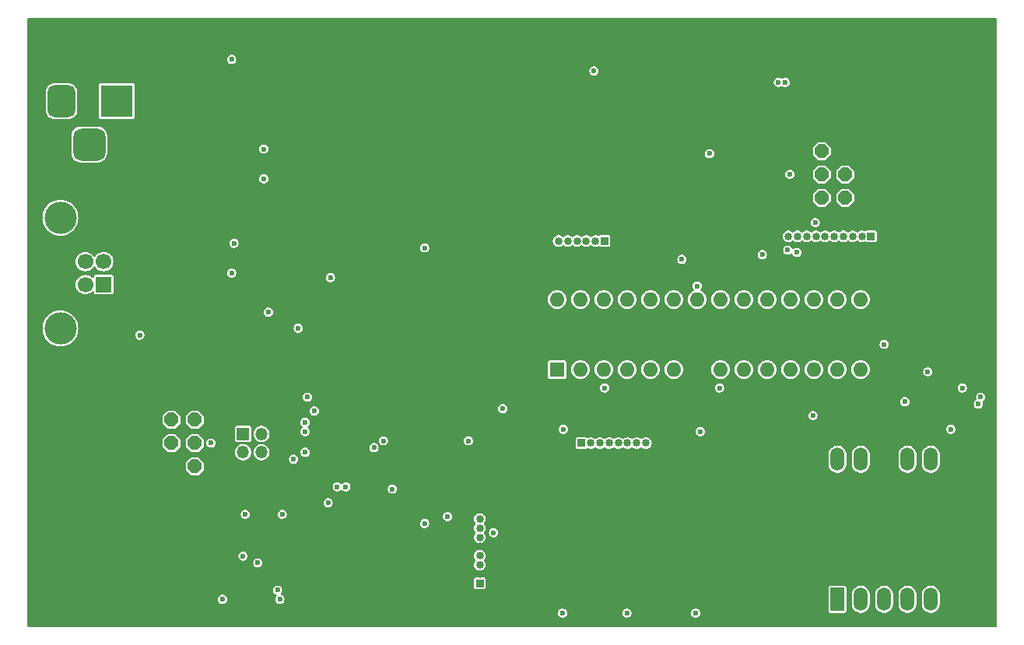
<source format=gbr>
%TF.GenerationSoftware,KiCad,Pcbnew,8.0.8*%
%TF.CreationDate,2025-05-31T18:37:02+02:00*%
%TF.ProjectId,Arduino_pcb,41726475-696e-46f5-9f70-63622e6b6963,rev?*%
%TF.SameCoordinates,Original*%
%TF.FileFunction,Copper,L3,Inr*%
%TF.FilePolarity,Positive*%
%FSLAX46Y46*%
G04 Gerber Fmt 4.6, Leading zero omitted, Abs format (unit mm)*
G04 Created by KiCad (PCBNEW 8.0.8) date 2025-05-31 18:37:02*
%MOMM*%
%LPD*%
G01*
G04 APERTURE LIST*
G04 Aperture macros list*
%AMRoundRect*
0 Rectangle with rounded corners*
0 $1 Rounding radius*
0 $2 $3 $4 $5 $6 $7 $8 $9 X,Y pos of 4 corners*
0 Add a 4 corners polygon primitive as box body*
4,1,4,$2,$3,$4,$5,$6,$7,$8,$9,$2,$3,0*
0 Add four circle primitives for the rounded corners*
1,1,$1+$1,$2,$3*
1,1,$1+$1,$4,$5*
1,1,$1+$1,$6,$7*
1,1,$1+$1,$8,$9*
0 Add four rect primitives between the rounded corners*
20,1,$1+$1,$2,$3,$4,$5,0*
20,1,$1+$1,$4,$5,$6,$7,0*
20,1,$1+$1,$6,$7,$8,$9,0*
20,1,$1+$1,$8,$9,$2,$3,0*%
%AMOutline5P*
0 Free polygon, 5 corners , with rotation*
0 The origin of the aperture is its center*
0 number of corners: always 5*
0 $1 to $10 corner X, Y*
0 $11 Rotation angle, in degrees counterclockwise*
0 create outline with 5 corners*
4,1,5,$1,$2,$3,$4,$5,$6,$7,$8,$9,$10,$1,$2,$11*%
%AMOutline6P*
0 Free polygon, 6 corners , with rotation*
0 The origin of the aperture is its center*
0 number of corners: always 6*
0 $1 to $12 corner X, Y*
0 $13 Rotation angle, in degrees counterclockwise*
0 create outline with 6 corners*
4,1,6,$1,$2,$3,$4,$5,$6,$7,$8,$9,$10,$11,$12,$1,$2,$13*%
%AMOutline7P*
0 Free polygon, 7 corners , with rotation*
0 The origin of the aperture is its center*
0 number of corners: always 7*
0 $1 to $14 corner X, Y*
0 $15 Rotation angle, in degrees counterclockwise*
0 create outline with 7 corners*
4,1,7,$1,$2,$3,$4,$5,$6,$7,$8,$9,$10,$11,$12,$13,$14,$1,$2,$15*%
%AMOutline8P*
0 Free polygon, 8 corners , with rotation*
0 The origin of the aperture is its center*
0 number of corners: always 8*
0 $1 to $16 corner X, Y*
0 $17 Rotation angle, in degrees counterclockwise*
0 create outline with 8 corners*
4,1,8,$1,$2,$3,$4,$5,$6,$7,$8,$9,$10,$11,$12,$13,$14,$15,$16,$1,$2,$17*%
G04 Aperture macros list end*
%TA.AperFunction,ComponentPad*%
%ADD10R,1.600000X1.600000*%
%TD*%
%TA.AperFunction,ComponentPad*%
%ADD11O,1.600000X1.600000*%
%TD*%
%TA.AperFunction,ComponentPad*%
%ADD12R,1.350000X1.350000*%
%TD*%
%TA.AperFunction,ComponentPad*%
%ADD13O,1.350000X1.350000*%
%TD*%
%TA.AperFunction,ComponentPad*%
%ADD14Outline8P,-0.775000X0.321016X-0.321016X0.775000X0.321016X0.775000X0.775000X0.321016X0.775000X-0.321016X0.321016X-0.775000X-0.321016X-0.775000X-0.775000X-0.321016X270.000000*%
%TD*%
%TA.AperFunction,ComponentPad*%
%ADD15R,1.524000X2.524000*%
%TD*%
%TA.AperFunction,ComponentPad*%
%ADD16O,1.524000X2.524000*%
%TD*%
%TA.AperFunction,ComponentPad*%
%ADD17RoundRect,0.875000X-0.875000X-0.875000X0.875000X-0.875000X0.875000X0.875000X-0.875000X0.875000X0*%
%TD*%
%TA.AperFunction,ComponentPad*%
%ADD18RoundRect,0.750000X-0.750000X-1.000000X0.750000X-1.000000X0.750000X1.000000X-0.750000X1.000000X0*%
%TD*%
%TA.AperFunction,ComponentPad*%
%ADD19R,3.500000X3.500000*%
%TD*%
%TA.AperFunction,ComponentPad*%
%ADD20R,0.850000X0.850000*%
%TD*%
%TA.AperFunction,ComponentPad*%
%ADD21O,0.850000X0.850000*%
%TD*%
%TA.AperFunction,ComponentPad*%
%ADD22R,1.700000X1.700000*%
%TD*%
%TA.AperFunction,ComponentPad*%
%ADD23C,1.700000*%
%TD*%
%TA.AperFunction,ComponentPad*%
%ADD24C,3.500000*%
%TD*%
%TA.AperFunction,ComponentPad*%
%ADD25Outline8P,-0.775000X0.321016X-0.321016X0.775000X0.321016X0.775000X0.775000X0.321016X0.775000X-0.321016X0.321016X-0.775000X-0.321016X-0.775000X-0.775000X-0.321016X90.000000*%
%TD*%
%TA.AperFunction,ViaPad*%
%ADD26C,0.600000*%
%TD*%
G04 APERTURE END LIST*
D10*
%TO.N,/RESET*%
%TO.C,U2*%
X118420000Y-122000000D03*
D11*
%TO.N,/IO0*%
X120960000Y-122000000D03*
%TO.N,/IO1*%
X123500000Y-122000000D03*
%TO.N,/IO2*%
X126040000Y-122000000D03*
%TO.N,/IO3*%
X128580000Y-122000000D03*
%TO.N,/IO4*%
X131120000Y-122000000D03*
%TO.N,+5V*%
X133660000Y-122000000D03*
%TO.N,GND*%
X136200000Y-122000000D03*
%TO.N,Net-(U2-XTAL1{slash}PB6)*%
X138740000Y-122000000D03*
%TO.N,Net-(U2-XTAL2{slash}PB7)*%
X141280000Y-122000000D03*
%TO.N,/IO5*%
X143820000Y-122000000D03*
%TO.N,/IO6*%
X146360000Y-122000000D03*
%TO.N,/IO7*%
X148900000Y-122000000D03*
%TO.N,/IO8*%
X151440000Y-122000000D03*
%TO.N,/IO9*%
X151440000Y-114380000D03*
%TO.N,/SS*%
X148900000Y-114380000D03*
%TO.N,/MOSI*%
X146360000Y-114380000D03*
%TO.N,/MISO*%
X143820000Y-114380000D03*
%TO.N,/SCK*%
X141280000Y-114380000D03*
%TO.N,/AVCC*%
X138740000Y-114380000D03*
%TO.N,/AREF*%
X136200000Y-114380000D03*
%TO.N,GND*%
X133660000Y-114380000D03*
%TO.N,/AD0*%
X131120000Y-114380000D03*
%TO.N,/AD1*%
X128580000Y-114380000D03*
%TO.N,/AD2*%
X126040000Y-114380000D03*
%TO.N,/AD3*%
X123500000Y-114380000D03*
%TO.N,/SDA{slash}AD4*%
X120960000Y-114380000D03*
%TO.N,/SCL{slash}AD5*%
X118420000Y-114380000D03*
%TD*%
D12*
%TO.N,/PB4*%
%TO.C,J2*%
X84250000Y-129000000D03*
D13*
%TO.N,/PB5*%
X86250000Y-129000000D03*
%TO.N,/PB6*%
X84250000Y-131000000D03*
%TO.N,/PB7*%
X86250000Y-131000000D03*
%TD*%
D14*
%TO.N,/RESET*%
%TO.C,J3*%
X147210000Y-98210000D03*
%TO.N,+5V*%
X149750000Y-98210000D03*
%TO.N,GND*%
X147210000Y-100750000D03*
%TO.N,/MOSI*%
X149750000Y-100750000D03*
%TO.N,/SCK*%
X147210000Y-103290000D03*
%TO.N,/MISO*%
X149750000Y-103290000D03*
%TD*%
D15*
%TO.N,/DISP E*%
%TO.C,AFF1*%
X148920000Y-147000000D03*
D16*
%TO.N,/DISP D*%
X151460000Y-147000000D03*
%TO.N,unconnected-(AFF1-C.A.-Pad3)*%
X154000000Y-147000000D03*
%TO.N,/DISP C*%
X156540000Y-147000000D03*
%TO.N,/DISP DP*%
X159080000Y-147000000D03*
%TO.N,/DISP B*%
X159080000Y-131760000D03*
%TO.N,/DISP A*%
X156540000Y-131760000D03*
%TO.N,+5V*%
X154000000Y-131760000D03*
%TO.N,/DISP F*%
X151460000Y-131760000D03*
%TO.N,/DISP G*%
X148920000Y-131760000D03*
%TD*%
D17*
%TO.N,N/C*%
%TO.C,J8*%
X67500000Y-97492500D03*
D18*
%TO.N,GND*%
X64500000Y-92792500D03*
D19*
%TO.N,Net-(D4-A)*%
X70500000Y-92792500D03*
%TD*%
D20*
%TO.N,/IO0*%
%TO.C,J5*%
X121080000Y-130000000D03*
D21*
%TO.N,/IO1*%
X122080000Y-130000000D03*
%TO.N,/IO2*%
X123080000Y-130000000D03*
%TO.N,/IO3*%
X124080000Y-130000000D03*
%TO.N,/IO4*%
X125080000Y-130000000D03*
%TO.N,/IO5*%
X126080000Y-130000000D03*
%TO.N,/IO6*%
X127080000Y-130000000D03*
%TO.N,/IO7*%
X128080000Y-130000000D03*
%TD*%
D20*
%TO.N,/AD0*%
%TO.C,J4*%
X123580000Y-108000000D03*
D21*
%TO.N,/AD1*%
X122580000Y-108000000D03*
%TO.N,/AD2*%
X121580000Y-108000000D03*
%TO.N,/AD3*%
X120580000Y-108000000D03*
%TO.N,/SDA{slash}AD4*%
X119580000Y-108000000D03*
%TO.N,/SCL{slash}AD5*%
X118580000Y-108000000D03*
%TD*%
D20*
%TO.N,/IO8*%
%TO.C,J6*%
X152580000Y-107500000D03*
D21*
%TO.N,/IO9*%
X151580000Y-107500000D03*
%TO.N,/SS*%
X150580000Y-107500000D03*
%TO.N,/MOSI*%
X149580000Y-107500000D03*
%TO.N,/MISO*%
X148580000Y-107500000D03*
%TO.N,/SCK*%
X147580000Y-107500000D03*
%TO.N,GND*%
X146580000Y-107500000D03*
%TO.N,/AREF*%
X145580000Y-107500000D03*
%TO.N,/SDA{slash}AD4*%
X144580000Y-107500000D03*
%TO.N,/SCL{slash}AD5*%
X143580000Y-107500000D03*
%TD*%
D22*
%TO.N,Net-(X1-VBUS)*%
%TO.C,X1*%
X69077500Y-112750000D03*
D23*
%TO.N,Net-(X1-D-)*%
X69077500Y-110250000D03*
%TO.N,Net-(X1-D+)*%
X67077500Y-110250000D03*
%TO.N,/UGND*%
X67077500Y-112750000D03*
D24*
%TO.N,Net-(X1-Shield)*%
X64367500Y-117520000D03*
X64367500Y-105480000D03*
%TD*%
D20*
%TO.N,unconnected-(J7-Pin_1-Pad1)*%
%TO.C,J7*%
X110000000Y-145250000D03*
D21*
%TO.N,+5V*%
X110000000Y-144250000D03*
%TO.N,/RESET*%
X110000000Y-143250000D03*
%TO.N,/+3V3*%
X110000000Y-142250000D03*
%TO.N,+5V*%
X110000000Y-141250000D03*
%TO.N,GND*%
X110000000Y-140250000D03*
X110000000Y-139250000D03*
%TO.N,/VIN*%
X110000000Y-138250000D03*
%TD*%
D25*
%TO.N,/RESET2*%
%TO.C,J1*%
X79000000Y-132540000D03*
%TO.N,+5V*%
X76460000Y-132540000D03*
%TO.N,GND*%
X79000000Y-130000000D03*
%TO.N,/MOSI2*%
X76460000Y-130000000D03*
%TO.N,/SCK2*%
X79000000Y-127460000D03*
%TO.N,/MISO2*%
X76460000Y-127460000D03*
%TD*%
D26*
%TO.N,/IO8*%
X154000000Y-119250000D03*
%TO.N,Net-(X1-Shield)*%
X83000000Y-111500000D03*
%TO.N,GND*%
X140750000Y-109500000D03*
X85845619Y-143037099D03*
%TO.N,+5V*%
X125750000Y-97750000D03*
X101000000Y-123750000D03*
X156031248Y-126269513D03*
%TO.N,GND*%
X156250000Y-125500000D03*
%TO.N,+5V*%
X160250000Y-122250000D03*
X155750000Y-129000000D03*
%TO.N,/DISP C*%
X161250000Y-128500000D03*
%TO.N,/DISP E*%
X164247017Y-125758949D03*
%TO.N,/DISP F*%
X164500000Y-125000000D03*
%TO.N,/DISP G*%
X162500000Y-124000000D03*
%TO.N,/SCL{slash}AD5*%
X158750000Y-122250000D03*
%TO.N,GND*%
X134000000Y-128750000D03*
X146250000Y-127000000D03*
%TO.N,+5V*%
X115500000Y-101500000D03*
%TO.N,/SCL{slash}AD5*%
X143500000Y-109000000D03*
%TO.N,/SDA{slash}AD4*%
X144500000Y-109250000D03*
%TO.N,GND*%
X146500000Y-106000000D03*
X133660000Y-112910000D03*
X132000000Y-110000000D03*
%TO.N,+5V*%
X133500000Y-109250000D03*
X135000000Y-106500000D03*
X135750000Y-111500000D03*
%TO.N,GND*%
X135000000Y-98500000D03*
X143750000Y-100750000D03*
%TO.N,+5V*%
X149750000Y-96750000D03*
%TO.N,GND*%
X143250000Y-90750000D03*
X142500000Y-90750000D03*
%TO.N,+5V*%
X110000000Y-118750000D03*
X113000000Y-118750000D03*
X110250000Y-121500000D03*
%TO.N,GND*%
X108750000Y-129750000D03*
X111500000Y-139750000D03*
X106500000Y-138000000D03*
X104000000Y-138750000D03*
%TO.N,+5V*%
X105000000Y-140250000D03*
X108250000Y-141250000D03*
%TO.N,GND*%
X88250000Y-147000000D03*
%TO.N,+5V*%
X76500000Y-134250000D03*
%TO.N,GND*%
X80750000Y-130000000D03*
%TO.N,+5V*%
X86500000Y-104500000D03*
%TO.N,GND*%
X104000000Y-108750000D03*
%TO.N,/UGND*%
X88500000Y-137750000D03*
%TO.N,GND*%
X98500000Y-130500000D03*
X84500000Y-137750000D03*
%TO.N,+5V*%
X74500000Y-143750000D03*
X80000000Y-147000000D03*
%TO.N,GND*%
X82000000Y-147000000D03*
X84250000Y-142300000D03*
%TO.N,+5V*%
X86315251Y-143684749D03*
%TO.N,/MOSI2*%
X92000000Y-126500000D03*
X91250000Y-125000000D03*
%TO.N,/RESET*%
X112500000Y-126250000D03*
%TO.N,/+3V3*%
X88000000Y-146000000D03*
%TO.N,Net-(U1-AVCC)*%
X100500000Y-135000000D03*
X99500000Y-129750000D03*
%TO.N,/RD-*%
X90250000Y-117500000D03*
X95430000Y-134750000D03*
%TO.N,/RD+*%
X87000000Y-115750000D03*
X94500000Y-134750000D03*
%TO.N,Net-(X1-VBUS)*%
X93500000Y-136500000D03*
X73000000Y-118250000D03*
%TO.N,/PB4*%
X91000000Y-127750000D03*
%TO.N,/PB5*%
X91000000Y-128750000D03*
%TO.N,/PB6*%
X89750000Y-131750000D03*
%TO.N,/PB7*%
X91000000Y-131000000D03*
%TO.N,/UGND*%
X93750000Y-112000000D03*
%TO.N,Net-(X1-Shield)*%
X83250000Y-108250000D03*
%TO.N,+5V*%
X111675000Y-90500000D03*
X111675000Y-88500000D03*
%TO.N,GND*%
X122425000Y-89500000D03*
X83000000Y-88250000D03*
%TO.N,+5V*%
X83000000Y-90500000D03*
X98250000Y-97500000D03*
X98250000Y-92500000D03*
%TO.N,GND*%
X86500000Y-98000000D03*
X86500000Y-101250000D03*
X119000000Y-148500000D03*
X126000000Y-148500000D03*
X133500000Y-148500000D03*
%TO.N,+5V*%
X133580000Y-124000000D03*
%TO.N,GND*%
X136080000Y-124000000D03*
%TO.N,/IO0*%
X119080000Y-128500000D03*
%TO.N,/IO1*%
X123580000Y-124000000D03*
%TD*%
%TA.AperFunction,Conductor*%
%TO.N,+5V*%
G36*
X166192539Y-83770185D02*
G01*
X166238294Y-83822989D01*
X166249500Y-83874500D01*
X166249500Y-149875500D01*
X166229815Y-149942539D01*
X166177011Y-149988294D01*
X166125500Y-149999500D01*
X60874500Y-149999500D01*
X60807461Y-149979815D01*
X60761706Y-149927011D01*
X60750500Y-149875500D01*
X60750500Y-148500000D01*
X118494353Y-148500000D01*
X118514834Y-148642456D01*
X118574622Y-148773371D01*
X118574623Y-148773373D01*
X118668872Y-148882143D01*
X118789947Y-148959953D01*
X118789950Y-148959954D01*
X118789949Y-148959954D01*
X118928036Y-149000499D01*
X118928038Y-149000500D01*
X118928039Y-149000500D01*
X119071962Y-149000500D01*
X119071962Y-149000499D01*
X119210053Y-148959953D01*
X119331128Y-148882143D01*
X119425377Y-148773373D01*
X119485165Y-148642457D01*
X119505647Y-148500000D01*
X125494353Y-148500000D01*
X125514834Y-148642456D01*
X125574622Y-148773371D01*
X125574623Y-148773373D01*
X125668872Y-148882143D01*
X125789947Y-148959953D01*
X125789950Y-148959954D01*
X125789949Y-148959954D01*
X125928036Y-149000499D01*
X125928038Y-149000500D01*
X125928039Y-149000500D01*
X126071962Y-149000500D01*
X126071962Y-149000499D01*
X126210053Y-148959953D01*
X126331128Y-148882143D01*
X126425377Y-148773373D01*
X126485165Y-148642457D01*
X126505647Y-148500000D01*
X132994353Y-148500000D01*
X133014834Y-148642456D01*
X133074622Y-148773371D01*
X133074623Y-148773373D01*
X133168872Y-148882143D01*
X133289947Y-148959953D01*
X133289950Y-148959954D01*
X133289949Y-148959954D01*
X133428036Y-149000499D01*
X133428038Y-149000500D01*
X133428039Y-149000500D01*
X133571962Y-149000500D01*
X133571962Y-149000499D01*
X133710053Y-148959953D01*
X133831128Y-148882143D01*
X133925377Y-148773373D01*
X133985165Y-148642457D01*
X134005647Y-148500000D01*
X133985165Y-148357543D01*
X133925377Y-148226627D01*
X133831128Y-148117857D01*
X133710053Y-148040047D01*
X133710051Y-148040046D01*
X133710049Y-148040045D01*
X133710050Y-148040045D01*
X133571963Y-147999500D01*
X133571961Y-147999500D01*
X133428039Y-147999500D01*
X133428036Y-147999500D01*
X133289949Y-148040045D01*
X133168873Y-148117856D01*
X133074623Y-148226626D01*
X133074622Y-148226628D01*
X133014834Y-148357543D01*
X132994353Y-148500000D01*
X126505647Y-148500000D01*
X126485165Y-148357543D01*
X126425377Y-148226627D01*
X126331128Y-148117857D01*
X126210053Y-148040047D01*
X126210051Y-148040046D01*
X126210049Y-148040045D01*
X126210050Y-148040045D01*
X126071963Y-147999500D01*
X126071961Y-147999500D01*
X125928039Y-147999500D01*
X125928036Y-147999500D01*
X125789949Y-148040045D01*
X125668873Y-148117856D01*
X125574623Y-148226626D01*
X125574622Y-148226628D01*
X125514834Y-148357543D01*
X125494353Y-148500000D01*
X119505647Y-148500000D01*
X119485165Y-148357543D01*
X119425377Y-148226627D01*
X119331128Y-148117857D01*
X119210053Y-148040047D01*
X119210051Y-148040046D01*
X119210049Y-148040045D01*
X119210050Y-148040045D01*
X119071963Y-147999500D01*
X119071961Y-147999500D01*
X118928039Y-147999500D01*
X118928036Y-147999500D01*
X118789949Y-148040045D01*
X118668873Y-148117856D01*
X118574623Y-148226626D01*
X118574622Y-148226628D01*
X118514834Y-148357543D01*
X118494353Y-148500000D01*
X60750500Y-148500000D01*
X60750500Y-147000000D01*
X81494353Y-147000000D01*
X81514834Y-147142456D01*
X81574622Y-147273371D01*
X81574623Y-147273373D01*
X81668872Y-147382143D01*
X81789947Y-147459953D01*
X81789950Y-147459954D01*
X81789949Y-147459954D01*
X81928036Y-147500499D01*
X81928038Y-147500500D01*
X81928039Y-147500500D01*
X82071962Y-147500500D01*
X82071962Y-147500499D01*
X82210053Y-147459953D01*
X82331128Y-147382143D01*
X82425377Y-147273373D01*
X82485165Y-147142457D01*
X82505647Y-147000000D01*
X82485165Y-146857543D01*
X82425377Y-146726627D01*
X82331128Y-146617857D01*
X82210053Y-146540047D01*
X82210051Y-146540046D01*
X82210049Y-146540045D01*
X82210050Y-146540045D01*
X82071963Y-146499500D01*
X82071961Y-146499500D01*
X81928039Y-146499500D01*
X81928036Y-146499500D01*
X81789949Y-146540045D01*
X81668873Y-146617856D01*
X81574623Y-146726626D01*
X81574622Y-146726628D01*
X81514834Y-146857543D01*
X81494353Y-147000000D01*
X60750500Y-147000000D01*
X60750500Y-146000000D01*
X87494353Y-146000000D01*
X87514834Y-146142456D01*
X87549905Y-146219249D01*
X87574623Y-146273373D01*
X87668872Y-146382143D01*
X87789947Y-146459953D01*
X87789950Y-146459954D01*
X87789949Y-146459954D01*
X87816663Y-146467798D01*
X87875441Y-146505572D01*
X87904467Y-146569127D01*
X87894524Y-146638286D01*
X87875443Y-146667977D01*
X87824623Y-146726627D01*
X87824622Y-146726628D01*
X87764834Y-146857543D01*
X87744353Y-147000000D01*
X87764834Y-147142456D01*
X87824622Y-147273371D01*
X87824623Y-147273373D01*
X87918872Y-147382143D01*
X88039947Y-147459953D01*
X88039950Y-147459954D01*
X88039949Y-147459954D01*
X88178036Y-147500499D01*
X88178038Y-147500500D01*
X88178039Y-147500500D01*
X88321962Y-147500500D01*
X88321962Y-147500499D01*
X88460053Y-147459953D01*
X88581128Y-147382143D01*
X88675377Y-147273373D01*
X88735165Y-147142457D01*
X88755647Y-147000000D01*
X88735165Y-146857543D01*
X88675377Y-146726627D01*
X88581128Y-146617857D01*
X88460053Y-146540047D01*
X88460052Y-146540046D01*
X88460051Y-146540046D01*
X88433334Y-146532201D01*
X88374556Y-146494426D01*
X88345532Y-146430870D01*
X88355476Y-146361711D01*
X88374553Y-146332026D01*
X88425377Y-146273373D01*
X88485165Y-146142457D01*
X88505647Y-146000000D01*
X88485165Y-145857543D01*
X88425377Y-145726627D01*
X88331128Y-145617857D01*
X88210053Y-145540047D01*
X88210051Y-145540046D01*
X88210049Y-145540045D01*
X88210050Y-145540045D01*
X88071963Y-145499500D01*
X88071961Y-145499500D01*
X87928039Y-145499500D01*
X87928036Y-145499500D01*
X87789949Y-145540045D01*
X87668873Y-145617856D01*
X87574623Y-145726626D01*
X87574622Y-145726628D01*
X87514834Y-145857543D01*
X87494353Y-146000000D01*
X60750500Y-146000000D01*
X60750500Y-144805247D01*
X109374500Y-144805247D01*
X109374500Y-145694752D01*
X109386131Y-145753229D01*
X109386132Y-145753230D01*
X109430447Y-145819552D01*
X109496769Y-145863867D01*
X109496770Y-145863868D01*
X109555247Y-145875499D01*
X109555250Y-145875500D01*
X109555252Y-145875500D01*
X110444750Y-145875500D01*
X110444751Y-145875499D01*
X110459568Y-145872552D01*
X110503229Y-145863868D01*
X110503229Y-145863867D01*
X110503231Y-145863867D01*
X110569552Y-145819552D01*
X110613867Y-145753231D01*
X110613867Y-145753229D01*
X110613868Y-145753229D01*
X110620826Y-145718247D01*
X147957500Y-145718247D01*
X147957500Y-148281752D01*
X147969131Y-148340229D01*
X147969132Y-148340230D01*
X148013447Y-148406552D01*
X148079769Y-148450867D01*
X148079770Y-148450868D01*
X148138247Y-148462499D01*
X148138250Y-148462500D01*
X148138252Y-148462500D01*
X149701750Y-148462500D01*
X149701751Y-148462499D01*
X149716568Y-148459552D01*
X149760229Y-148450868D01*
X149760229Y-148450867D01*
X149760231Y-148450867D01*
X149826552Y-148406552D01*
X149870867Y-148340231D01*
X149870867Y-148340229D01*
X149870868Y-148340229D01*
X149882499Y-148281752D01*
X149882500Y-148281750D01*
X149882500Y-146405197D01*
X150497500Y-146405197D01*
X150497500Y-147594802D01*
X150534486Y-147780743D01*
X150534488Y-147780751D01*
X150607042Y-147955912D01*
X150712377Y-148113558D01*
X150846441Y-148247622D01*
X150951300Y-148317686D01*
X151004085Y-148352956D01*
X151179249Y-148425512D01*
X151365197Y-148462499D01*
X151365201Y-148462500D01*
X151365202Y-148462500D01*
X151554799Y-148462500D01*
X151554800Y-148462499D01*
X151740751Y-148425512D01*
X151915915Y-148352956D01*
X152073558Y-148247622D01*
X152207622Y-148113558D01*
X152312956Y-147955915D01*
X152385512Y-147780751D01*
X152422500Y-147594798D01*
X152422500Y-146405202D01*
X152422499Y-146405197D01*
X153037500Y-146405197D01*
X153037500Y-147594802D01*
X153074486Y-147780743D01*
X153074488Y-147780751D01*
X153147042Y-147955912D01*
X153252377Y-148113558D01*
X153386441Y-148247622D01*
X153491300Y-148317686D01*
X153544085Y-148352956D01*
X153719249Y-148425512D01*
X153905197Y-148462499D01*
X153905201Y-148462500D01*
X153905202Y-148462500D01*
X154094799Y-148462500D01*
X154094800Y-148462499D01*
X154280751Y-148425512D01*
X154455915Y-148352956D01*
X154613558Y-148247622D01*
X154747622Y-148113558D01*
X154852956Y-147955915D01*
X154925512Y-147780751D01*
X154962500Y-147594798D01*
X154962500Y-146405202D01*
X154962499Y-146405197D01*
X155577500Y-146405197D01*
X155577500Y-147594802D01*
X155614486Y-147780743D01*
X155614488Y-147780751D01*
X155687042Y-147955912D01*
X155792377Y-148113558D01*
X155926441Y-148247622D01*
X156031300Y-148317686D01*
X156084085Y-148352956D01*
X156259249Y-148425512D01*
X156445197Y-148462499D01*
X156445201Y-148462500D01*
X156445202Y-148462500D01*
X156634799Y-148462500D01*
X156634800Y-148462499D01*
X156820751Y-148425512D01*
X156995915Y-148352956D01*
X157153558Y-148247622D01*
X157287622Y-148113558D01*
X157392956Y-147955915D01*
X157465512Y-147780751D01*
X157502500Y-147594798D01*
X157502500Y-146405202D01*
X157502499Y-146405197D01*
X158117500Y-146405197D01*
X158117500Y-147594802D01*
X158154486Y-147780743D01*
X158154488Y-147780751D01*
X158227042Y-147955912D01*
X158332377Y-148113558D01*
X158466441Y-148247622D01*
X158571300Y-148317686D01*
X158624085Y-148352956D01*
X158799249Y-148425512D01*
X158985197Y-148462499D01*
X158985201Y-148462500D01*
X158985202Y-148462500D01*
X159174799Y-148462500D01*
X159174800Y-148462499D01*
X159360751Y-148425512D01*
X159535915Y-148352956D01*
X159693558Y-148247622D01*
X159827622Y-148113558D01*
X159932956Y-147955915D01*
X160005512Y-147780751D01*
X160042500Y-147594798D01*
X160042500Y-146405202D01*
X160005512Y-146219249D01*
X159932956Y-146044085D01*
X159897686Y-145991300D01*
X159827622Y-145886441D01*
X159693558Y-145752377D01*
X159535912Y-145647042D01*
X159360751Y-145574488D01*
X159360743Y-145574486D01*
X159174802Y-145537500D01*
X159174798Y-145537500D01*
X158985202Y-145537500D01*
X158985197Y-145537500D01*
X158799256Y-145574486D01*
X158799248Y-145574488D01*
X158624087Y-145647042D01*
X158466441Y-145752377D01*
X158332377Y-145886441D01*
X158227042Y-146044087D01*
X158154488Y-146219248D01*
X158154486Y-146219256D01*
X158117500Y-146405197D01*
X157502499Y-146405197D01*
X157465512Y-146219249D01*
X157392956Y-146044085D01*
X157357686Y-145991300D01*
X157287622Y-145886441D01*
X157153558Y-145752377D01*
X156995912Y-145647042D01*
X156820751Y-145574488D01*
X156820743Y-145574486D01*
X156634802Y-145537500D01*
X156634798Y-145537500D01*
X156445202Y-145537500D01*
X156445197Y-145537500D01*
X156259256Y-145574486D01*
X156259248Y-145574488D01*
X156084087Y-145647042D01*
X155926441Y-145752377D01*
X155792377Y-145886441D01*
X155687042Y-146044087D01*
X155614488Y-146219248D01*
X155614486Y-146219256D01*
X155577500Y-146405197D01*
X154962499Y-146405197D01*
X154925512Y-146219249D01*
X154852956Y-146044085D01*
X154817686Y-145991300D01*
X154747622Y-145886441D01*
X154613558Y-145752377D01*
X154455912Y-145647042D01*
X154280751Y-145574488D01*
X154280743Y-145574486D01*
X154094802Y-145537500D01*
X154094798Y-145537500D01*
X153905202Y-145537500D01*
X153905197Y-145537500D01*
X153719256Y-145574486D01*
X153719248Y-145574488D01*
X153544087Y-145647042D01*
X153386441Y-145752377D01*
X153252377Y-145886441D01*
X153147042Y-146044087D01*
X153074488Y-146219248D01*
X153074486Y-146219256D01*
X153037500Y-146405197D01*
X152422499Y-146405197D01*
X152385512Y-146219249D01*
X152312956Y-146044085D01*
X152277686Y-145991300D01*
X152207622Y-145886441D01*
X152073558Y-145752377D01*
X151915912Y-145647042D01*
X151740751Y-145574488D01*
X151740743Y-145574486D01*
X151554802Y-145537500D01*
X151554798Y-145537500D01*
X151365202Y-145537500D01*
X151365197Y-145537500D01*
X151179256Y-145574486D01*
X151179248Y-145574488D01*
X151004087Y-145647042D01*
X150846441Y-145752377D01*
X150712377Y-145886441D01*
X150607042Y-146044087D01*
X150534488Y-146219248D01*
X150534486Y-146219256D01*
X150497500Y-146405197D01*
X149882500Y-146405197D01*
X149882500Y-145718249D01*
X149882499Y-145718247D01*
X149870868Y-145659770D01*
X149870867Y-145659769D01*
X149826552Y-145593447D01*
X149760230Y-145549132D01*
X149760229Y-145549131D01*
X149701752Y-145537500D01*
X149701748Y-145537500D01*
X148138252Y-145537500D01*
X148138247Y-145537500D01*
X148079770Y-145549131D01*
X148079769Y-145549132D01*
X148013447Y-145593447D01*
X147969132Y-145659769D01*
X147969131Y-145659770D01*
X147957500Y-145718247D01*
X110620826Y-145718247D01*
X110625499Y-145694752D01*
X110625500Y-145694750D01*
X110625500Y-144805249D01*
X110625499Y-144805247D01*
X110613868Y-144746770D01*
X110613867Y-144746769D01*
X110569552Y-144680447D01*
X110503230Y-144636132D01*
X110503229Y-144636131D01*
X110444752Y-144624500D01*
X110444748Y-144624500D01*
X109555252Y-144624500D01*
X109555247Y-144624500D01*
X109496770Y-144636131D01*
X109496769Y-144636132D01*
X109430447Y-144680447D01*
X109386132Y-144746769D01*
X109386131Y-144746770D01*
X109374500Y-144805247D01*
X60750500Y-144805247D01*
X60750500Y-143037099D01*
X85339972Y-143037099D01*
X85360453Y-143179555D01*
X85392625Y-143250000D01*
X85420242Y-143310472D01*
X85514491Y-143419242D01*
X85635566Y-143497052D01*
X85635569Y-143497053D01*
X85635568Y-143497053D01*
X85773655Y-143537598D01*
X85773657Y-143537599D01*
X85773658Y-143537599D01*
X85917581Y-143537599D01*
X85917581Y-143537598D01*
X86055672Y-143497052D01*
X86176747Y-143419242D01*
X86270996Y-143310472D01*
X86330784Y-143179556D01*
X86351266Y-143037099D01*
X86330784Y-142894642D01*
X86270996Y-142763726D01*
X86176747Y-142654956D01*
X86055672Y-142577146D01*
X86055670Y-142577145D01*
X86055668Y-142577144D01*
X86055669Y-142577144D01*
X85917582Y-142536599D01*
X85917580Y-142536599D01*
X85773658Y-142536599D01*
X85773655Y-142536599D01*
X85635568Y-142577144D01*
X85514492Y-142654955D01*
X85420242Y-142763725D01*
X85420241Y-142763727D01*
X85360453Y-142894642D01*
X85339972Y-143037099D01*
X60750500Y-143037099D01*
X60750500Y-142300000D01*
X83744353Y-142300000D01*
X83764834Y-142442456D01*
X83810669Y-142542819D01*
X83824623Y-142573373D01*
X83918872Y-142682143D01*
X84039947Y-142759953D01*
X84039950Y-142759954D01*
X84039949Y-142759954D01*
X84178036Y-142800499D01*
X84178038Y-142800500D01*
X84178039Y-142800500D01*
X84321962Y-142800500D01*
X84321962Y-142800499D01*
X84460053Y-142759953D01*
X84581128Y-142682143D01*
X84675377Y-142573373D01*
X84735165Y-142442457D01*
X84755647Y-142300000D01*
X84748458Y-142250000D01*
X109369906Y-142250000D01*
X109388215Y-142400791D01*
X109442079Y-142542819D01*
X109519481Y-142654955D01*
X109532629Y-142674003D01*
X109531584Y-142674723D01*
X109558039Y-142731007D01*
X109548855Y-142800270D01*
X109532416Y-142825850D01*
X109532629Y-142825997D01*
X109442080Y-142957179D01*
X109442079Y-142957180D01*
X109442079Y-142957181D01*
X109388215Y-143099209D01*
X109369906Y-143250000D01*
X109388215Y-143400791D01*
X109442079Y-143542819D01*
X109528368Y-143667830D01*
X109642066Y-143768557D01*
X109776566Y-143839148D01*
X109850308Y-143857324D01*
X109924050Y-143875500D01*
X109924051Y-143875500D01*
X110075950Y-143875500D01*
X110125110Y-143863382D01*
X110223434Y-143839148D01*
X110357934Y-143768557D01*
X110471632Y-143667830D01*
X110557921Y-143542819D01*
X110611785Y-143400791D01*
X110630094Y-143250000D01*
X110611785Y-143099209D01*
X110557921Y-142957181D01*
X110471632Y-142832170D01*
X110471631Y-142832169D01*
X110467371Y-142825997D01*
X110468416Y-142825275D01*
X110441962Y-142769006D01*
X110451139Y-142699741D01*
X110467584Y-142674150D01*
X110467371Y-142674003D01*
X110480519Y-142654955D01*
X110557921Y-142542819D01*
X110611785Y-142400791D01*
X110630094Y-142250000D01*
X110611785Y-142099209D01*
X110557921Y-141957181D01*
X110471632Y-141832170D01*
X110357934Y-141731443D01*
X110223434Y-141660852D01*
X110223433Y-141660851D01*
X110223432Y-141660851D01*
X110075950Y-141624500D01*
X110075949Y-141624500D01*
X109924051Y-141624500D01*
X109924050Y-141624500D01*
X109776567Y-141660851D01*
X109642067Y-141731442D01*
X109528367Y-141832171D01*
X109442080Y-141957179D01*
X109442079Y-141957180D01*
X109415742Y-142026627D01*
X109388215Y-142099209D01*
X109369906Y-142250000D01*
X84748458Y-142250000D01*
X84735165Y-142157543D01*
X84675377Y-142026627D01*
X84581128Y-141917857D01*
X84460053Y-141840047D01*
X84460051Y-141840046D01*
X84460049Y-141840045D01*
X84460050Y-141840045D01*
X84321963Y-141799500D01*
X84321961Y-141799500D01*
X84178039Y-141799500D01*
X84178036Y-141799500D01*
X84039949Y-141840045D01*
X83918873Y-141917856D01*
X83824623Y-142026626D01*
X83824622Y-142026628D01*
X83764834Y-142157543D01*
X83744353Y-142300000D01*
X60750500Y-142300000D01*
X60750500Y-138750000D01*
X103494353Y-138750000D01*
X103514834Y-138892456D01*
X103574622Y-139023371D01*
X103574623Y-139023373D01*
X103668872Y-139132143D01*
X103789947Y-139209953D01*
X103789950Y-139209954D01*
X103789949Y-139209954D01*
X103897107Y-139241417D01*
X103926336Y-139250000D01*
X103928036Y-139250499D01*
X103928038Y-139250500D01*
X103928039Y-139250500D01*
X104071962Y-139250500D01*
X104071962Y-139250499D01*
X104210053Y-139209953D01*
X104331128Y-139132143D01*
X104425377Y-139023373D01*
X104485165Y-138892457D01*
X104505647Y-138750000D01*
X104485165Y-138607543D01*
X104425377Y-138476627D01*
X104331128Y-138367857D01*
X104210053Y-138290047D01*
X104210051Y-138290046D01*
X104210049Y-138290045D01*
X104210050Y-138290045D01*
X104071963Y-138249500D01*
X104071961Y-138249500D01*
X103928039Y-138249500D01*
X103928036Y-138249500D01*
X103789949Y-138290045D01*
X103668873Y-138367856D01*
X103574623Y-138476626D01*
X103574622Y-138476628D01*
X103514834Y-138607543D01*
X103494353Y-138750000D01*
X60750500Y-138750000D01*
X60750500Y-137750000D01*
X83994353Y-137750000D01*
X84014834Y-137892456D01*
X84063949Y-138000000D01*
X84074623Y-138023373D01*
X84168872Y-138132143D01*
X84289947Y-138209953D01*
X84289950Y-138209954D01*
X84289949Y-138209954D01*
X84397107Y-138241417D01*
X84426336Y-138250000D01*
X84428036Y-138250499D01*
X84428038Y-138250500D01*
X84428039Y-138250500D01*
X84571962Y-138250500D01*
X84571962Y-138250499D01*
X84710053Y-138209953D01*
X84831128Y-138132143D01*
X84925377Y-138023373D01*
X84985165Y-137892457D01*
X85005647Y-137750000D01*
X87994353Y-137750000D01*
X88014834Y-137892456D01*
X88063949Y-138000000D01*
X88074623Y-138023373D01*
X88168872Y-138132143D01*
X88289947Y-138209953D01*
X88289950Y-138209954D01*
X88289949Y-138209954D01*
X88397107Y-138241417D01*
X88426336Y-138250000D01*
X88428036Y-138250499D01*
X88428038Y-138250500D01*
X88428039Y-138250500D01*
X88571962Y-138250500D01*
X88571962Y-138250499D01*
X88710053Y-138209953D01*
X88831128Y-138132143D01*
X88925377Y-138023373D01*
X88936051Y-138000000D01*
X105994353Y-138000000D01*
X106014834Y-138142456D01*
X106045660Y-138209954D01*
X106074623Y-138273373D01*
X106168872Y-138382143D01*
X106289947Y-138459953D01*
X106289950Y-138459954D01*
X106289949Y-138459954D01*
X106428036Y-138500499D01*
X106428038Y-138500500D01*
X106428039Y-138500500D01*
X106571962Y-138500500D01*
X106571962Y-138500499D01*
X106710053Y-138459953D01*
X106831128Y-138382143D01*
X106925377Y-138273373D01*
X106936051Y-138250000D01*
X109369906Y-138250000D01*
X109388215Y-138400791D01*
X109442079Y-138542819D01*
X109442080Y-138542820D01*
X109532629Y-138674003D01*
X109531584Y-138674723D01*
X109558039Y-138731007D01*
X109548855Y-138800270D01*
X109532416Y-138825850D01*
X109532629Y-138825997D01*
X109442080Y-138957179D01*
X109442079Y-138957180D01*
X109388215Y-139099208D01*
X109369906Y-139250000D01*
X109388215Y-139400791D01*
X109442079Y-139542819D01*
X109442080Y-139542820D01*
X109532629Y-139674003D01*
X109531584Y-139674723D01*
X109558039Y-139731007D01*
X109548855Y-139800270D01*
X109532416Y-139825850D01*
X109532629Y-139825997D01*
X109442080Y-139957179D01*
X109442079Y-139957180D01*
X109416976Y-140023373D01*
X109388215Y-140099209D01*
X109369906Y-140250000D01*
X109388215Y-140400791D01*
X109442079Y-140542819D01*
X109528368Y-140667830D01*
X109642066Y-140768557D01*
X109776566Y-140839148D01*
X109850308Y-140857324D01*
X109924050Y-140875500D01*
X109924051Y-140875500D01*
X110075950Y-140875500D01*
X110125110Y-140863382D01*
X110223434Y-140839148D01*
X110357934Y-140768557D01*
X110471632Y-140667830D01*
X110557921Y-140542819D01*
X110611785Y-140400791D01*
X110630094Y-140250000D01*
X110611785Y-140099209D01*
X110557921Y-139957181D01*
X110471632Y-139832170D01*
X110471631Y-139832169D01*
X110467371Y-139825997D01*
X110468416Y-139825275D01*
X110441962Y-139769006D01*
X110444480Y-139750000D01*
X110994353Y-139750000D01*
X111014834Y-139892456D01*
X111074622Y-140023371D01*
X111074623Y-140023373D01*
X111168872Y-140132143D01*
X111289947Y-140209953D01*
X111289950Y-140209954D01*
X111289949Y-140209954D01*
X111397107Y-140241417D01*
X111426336Y-140250000D01*
X111428036Y-140250499D01*
X111428038Y-140250500D01*
X111428039Y-140250500D01*
X111571962Y-140250500D01*
X111571962Y-140250499D01*
X111710053Y-140209953D01*
X111831128Y-140132143D01*
X111925377Y-140023373D01*
X111985165Y-139892457D01*
X112005647Y-139750000D01*
X111985165Y-139607543D01*
X111925377Y-139476627D01*
X111831128Y-139367857D01*
X111710053Y-139290047D01*
X111710051Y-139290046D01*
X111710049Y-139290045D01*
X111710050Y-139290045D01*
X111571963Y-139249500D01*
X111571961Y-139249500D01*
X111428039Y-139249500D01*
X111428036Y-139249500D01*
X111289949Y-139290045D01*
X111168873Y-139367856D01*
X111074623Y-139476626D01*
X111074622Y-139476628D01*
X111014834Y-139607543D01*
X110994353Y-139750000D01*
X110444480Y-139750000D01*
X110451139Y-139699741D01*
X110467584Y-139674150D01*
X110467371Y-139674003D01*
X110471632Y-139667830D01*
X110557921Y-139542819D01*
X110611785Y-139400791D01*
X110630094Y-139250000D01*
X110611785Y-139099209D01*
X110557921Y-138957181D01*
X110471632Y-138832170D01*
X110471631Y-138832169D01*
X110467371Y-138825997D01*
X110468416Y-138825275D01*
X110441962Y-138769006D01*
X110451139Y-138699741D01*
X110467584Y-138674150D01*
X110467371Y-138674003D01*
X110471632Y-138667830D01*
X110557921Y-138542819D01*
X110611785Y-138400791D01*
X110630094Y-138250000D01*
X110611785Y-138099209D01*
X110557921Y-137957181D01*
X110471632Y-137832170D01*
X110357934Y-137731443D01*
X110223434Y-137660852D01*
X110223433Y-137660851D01*
X110223432Y-137660851D01*
X110075950Y-137624500D01*
X110075949Y-137624500D01*
X109924051Y-137624500D01*
X109924050Y-137624500D01*
X109776567Y-137660851D01*
X109642067Y-137731442D01*
X109528367Y-137832171D01*
X109442080Y-137957179D01*
X109442079Y-137957180D01*
X109388215Y-138099208D01*
X109369906Y-138250000D01*
X106936051Y-138250000D01*
X106985165Y-138142457D01*
X107005647Y-138000000D01*
X106985165Y-137857543D01*
X106925377Y-137726627D01*
X106831128Y-137617857D01*
X106710053Y-137540047D01*
X106710051Y-137540046D01*
X106710049Y-137540045D01*
X106710050Y-137540045D01*
X106571963Y-137499500D01*
X106571961Y-137499500D01*
X106428039Y-137499500D01*
X106428036Y-137499500D01*
X106289949Y-137540045D01*
X106168873Y-137617856D01*
X106074623Y-137726626D01*
X106074622Y-137726628D01*
X106014834Y-137857543D01*
X105994353Y-138000000D01*
X88936051Y-138000000D01*
X88985165Y-137892457D01*
X89005647Y-137750000D01*
X88985165Y-137607543D01*
X88925377Y-137476627D01*
X88831128Y-137367857D01*
X88710053Y-137290047D01*
X88710051Y-137290046D01*
X88710049Y-137290045D01*
X88710050Y-137290045D01*
X88571963Y-137249500D01*
X88571961Y-137249500D01*
X88428039Y-137249500D01*
X88428036Y-137249500D01*
X88289949Y-137290045D01*
X88168873Y-137367856D01*
X88074623Y-137476626D01*
X88074622Y-137476628D01*
X88014834Y-137607543D01*
X87994353Y-137750000D01*
X85005647Y-137750000D01*
X84985165Y-137607543D01*
X84925377Y-137476627D01*
X84831128Y-137367857D01*
X84710053Y-137290047D01*
X84710051Y-137290046D01*
X84710049Y-137290045D01*
X84710050Y-137290045D01*
X84571963Y-137249500D01*
X84571961Y-137249500D01*
X84428039Y-137249500D01*
X84428036Y-137249500D01*
X84289949Y-137290045D01*
X84168873Y-137367856D01*
X84074623Y-137476626D01*
X84074622Y-137476628D01*
X84014834Y-137607543D01*
X83994353Y-137750000D01*
X60750500Y-137750000D01*
X60750500Y-136500000D01*
X92994353Y-136500000D01*
X93014834Y-136642456D01*
X93074622Y-136773371D01*
X93074623Y-136773373D01*
X93168872Y-136882143D01*
X93289947Y-136959953D01*
X93289950Y-136959954D01*
X93289949Y-136959954D01*
X93428036Y-137000499D01*
X93428038Y-137000500D01*
X93428039Y-137000500D01*
X93571962Y-137000500D01*
X93571962Y-137000499D01*
X93710053Y-136959953D01*
X93831128Y-136882143D01*
X93925377Y-136773373D01*
X93985165Y-136642457D01*
X94005647Y-136500000D01*
X93985165Y-136357543D01*
X93925377Y-136226627D01*
X93831128Y-136117857D01*
X93710053Y-136040047D01*
X93710051Y-136040046D01*
X93710049Y-136040045D01*
X93710050Y-136040045D01*
X93571963Y-135999500D01*
X93571961Y-135999500D01*
X93428039Y-135999500D01*
X93428036Y-135999500D01*
X93289949Y-136040045D01*
X93168873Y-136117856D01*
X93074623Y-136226626D01*
X93074622Y-136226628D01*
X93014834Y-136357543D01*
X92994353Y-136500000D01*
X60750500Y-136500000D01*
X60750500Y-134750000D01*
X93994353Y-134750000D01*
X94014834Y-134892456D01*
X94063949Y-135000000D01*
X94074623Y-135023373D01*
X94168872Y-135132143D01*
X94289947Y-135209953D01*
X94289950Y-135209954D01*
X94289949Y-135209954D01*
X94428036Y-135250499D01*
X94428038Y-135250500D01*
X94428039Y-135250500D01*
X94571962Y-135250500D01*
X94571962Y-135250499D01*
X94710053Y-135209953D01*
X94831128Y-135132143D01*
X94871288Y-135085795D01*
X94930065Y-135048022D01*
X94999935Y-135048022D01*
X95058711Y-135085795D01*
X95098872Y-135132143D01*
X95219947Y-135209953D01*
X95219950Y-135209954D01*
X95219949Y-135209954D01*
X95358036Y-135250499D01*
X95358038Y-135250500D01*
X95358039Y-135250500D01*
X95501962Y-135250500D01*
X95501962Y-135250499D01*
X95640053Y-135209953D01*
X95761128Y-135132143D01*
X95855377Y-135023373D01*
X95866051Y-135000000D01*
X99994353Y-135000000D01*
X100014834Y-135142456D01*
X100045660Y-135209954D01*
X100074623Y-135273373D01*
X100168872Y-135382143D01*
X100289947Y-135459953D01*
X100289950Y-135459954D01*
X100289949Y-135459954D01*
X100428036Y-135500499D01*
X100428038Y-135500500D01*
X100428039Y-135500500D01*
X100571962Y-135500500D01*
X100571962Y-135500499D01*
X100710053Y-135459953D01*
X100831128Y-135382143D01*
X100925377Y-135273373D01*
X100985165Y-135142457D01*
X101005647Y-135000000D01*
X100985165Y-134857543D01*
X100925377Y-134726627D01*
X100831128Y-134617857D01*
X100710053Y-134540047D01*
X100710051Y-134540046D01*
X100710049Y-134540045D01*
X100710050Y-134540045D01*
X100571963Y-134499500D01*
X100571961Y-134499500D01*
X100428039Y-134499500D01*
X100428036Y-134499500D01*
X100289949Y-134540045D01*
X100168873Y-134617856D01*
X100074623Y-134726626D01*
X100074622Y-134726628D01*
X100014834Y-134857543D01*
X99994353Y-135000000D01*
X95866051Y-135000000D01*
X95915165Y-134892457D01*
X95935647Y-134750000D01*
X95915165Y-134607543D01*
X95855377Y-134476627D01*
X95761128Y-134367857D01*
X95640053Y-134290047D01*
X95640051Y-134290046D01*
X95640049Y-134290045D01*
X95640050Y-134290045D01*
X95501963Y-134249500D01*
X95501961Y-134249500D01*
X95358039Y-134249500D01*
X95358036Y-134249500D01*
X95219949Y-134290045D01*
X95098872Y-134367857D01*
X95098869Y-134367859D01*
X95058712Y-134414203D01*
X94999934Y-134451977D01*
X94930064Y-134451977D01*
X94871288Y-134414203D01*
X94831130Y-134367859D01*
X94831129Y-134367858D01*
X94831128Y-134367857D01*
X94710053Y-134290047D01*
X94710051Y-134290046D01*
X94710049Y-134290045D01*
X94710050Y-134290045D01*
X94571963Y-134249500D01*
X94571961Y-134249500D01*
X94428039Y-134249500D01*
X94428036Y-134249500D01*
X94289949Y-134290045D01*
X94168873Y-134367856D01*
X94074623Y-134476626D01*
X94074622Y-134476628D01*
X94014834Y-134607543D01*
X93994353Y-134750000D01*
X60750500Y-134750000D01*
X60750500Y-132199231D01*
X78024500Y-132199231D01*
X78024500Y-132880766D01*
X78036132Y-132939249D01*
X78069254Y-132988819D01*
X78069260Y-132988827D01*
X78551168Y-133470735D01*
X78551175Y-133470741D01*
X78600752Y-133503867D01*
X78659231Y-133515499D01*
X78659234Y-133515500D01*
X78659236Y-133515500D01*
X79340767Y-133515500D01*
X79340768Y-133515500D01*
X79399248Y-133503868D01*
X79448824Y-133470742D01*
X79930740Y-132988826D01*
X79963867Y-132939247D01*
X79975500Y-132880764D01*
X79975500Y-132199232D01*
X79963868Y-132140752D01*
X79930742Y-132091176D01*
X79930741Y-132091175D01*
X79930739Y-132091172D01*
X79448831Y-131609264D01*
X79448824Y-131609258D01*
X79399247Y-131576132D01*
X79340767Y-131564500D01*
X79340764Y-131564500D01*
X78659232Y-131564500D01*
X78639738Y-131568377D01*
X78600750Y-131576132D01*
X78551180Y-131609254D01*
X78551172Y-131609260D01*
X78069264Y-132091168D01*
X78069258Y-132091175D01*
X78036132Y-132140752D01*
X78036132Y-132140753D01*
X78024500Y-132199231D01*
X60750500Y-132199231D01*
X60750500Y-131000000D01*
X83369678Y-131000000D01*
X83388915Y-131183029D01*
X83388916Y-131183032D01*
X83445783Y-131358053D01*
X83445786Y-131358059D01*
X83537805Y-131517440D01*
X83647327Y-131639077D01*
X83660949Y-131654206D01*
X83660951Y-131654208D01*
X83809834Y-131762378D01*
X83809835Y-131762378D01*
X83809839Y-131762381D01*
X83946953Y-131823428D01*
X83977961Y-131837234D01*
X83977966Y-131837236D01*
X84157981Y-131875500D01*
X84342019Y-131875500D01*
X84522034Y-131837236D01*
X84690161Y-131762381D01*
X84839050Y-131654207D01*
X84962195Y-131517440D01*
X85054214Y-131358059D01*
X85111085Y-131183029D01*
X85126679Y-131034655D01*
X85140862Y-131000184D01*
X85140676Y-130999814D01*
X85359137Y-130999814D01*
X85371977Y-131025312D01*
X85373319Y-131034646D01*
X85388915Y-131183029D01*
X85388916Y-131183032D01*
X85445783Y-131358053D01*
X85445786Y-131358059D01*
X85537805Y-131517440D01*
X85647327Y-131639077D01*
X85660949Y-131654206D01*
X85660951Y-131654208D01*
X85809834Y-131762378D01*
X85809835Y-131762378D01*
X85809839Y-131762381D01*
X85946953Y-131823428D01*
X85977961Y-131837234D01*
X85977966Y-131837236D01*
X86157981Y-131875500D01*
X86342019Y-131875500D01*
X86522034Y-131837236D01*
X86690161Y-131762381D01*
X86707202Y-131750000D01*
X89244353Y-131750000D01*
X89264834Y-131892456D01*
X89324622Y-132023371D01*
X89324623Y-132023373D01*
X89418872Y-132132143D01*
X89539947Y-132209953D01*
X89539950Y-132209954D01*
X89539949Y-132209954D01*
X89678036Y-132250499D01*
X89678038Y-132250500D01*
X89678039Y-132250500D01*
X89821962Y-132250500D01*
X89821962Y-132250499D01*
X89960053Y-132209953D01*
X90081128Y-132132143D01*
X90175377Y-132023373D01*
X90235165Y-131892457D01*
X90255647Y-131750000D01*
X90235165Y-131607543D01*
X90175377Y-131476627D01*
X90081128Y-131367857D01*
X89960053Y-131290047D01*
X89960051Y-131290046D01*
X89960049Y-131290045D01*
X89960050Y-131290045D01*
X89821963Y-131249500D01*
X89821961Y-131249500D01*
X89678039Y-131249500D01*
X89678036Y-131249500D01*
X89539949Y-131290045D01*
X89418873Y-131367856D01*
X89324623Y-131476626D01*
X89324622Y-131476628D01*
X89264834Y-131607543D01*
X89244353Y-131750000D01*
X86707202Y-131750000D01*
X86839050Y-131654207D01*
X86962195Y-131517440D01*
X87054214Y-131358059D01*
X87111085Y-131183029D01*
X87130322Y-131000000D01*
X90494353Y-131000000D01*
X90514834Y-131142456D01*
X90533365Y-131183032D01*
X90574623Y-131273373D01*
X90668872Y-131382143D01*
X90789947Y-131459953D01*
X90789950Y-131459954D01*
X90789949Y-131459954D01*
X90928036Y-131500499D01*
X90928038Y-131500500D01*
X90928039Y-131500500D01*
X91071962Y-131500500D01*
X91071962Y-131500499D01*
X91210053Y-131459953D01*
X91331128Y-131382143D01*
X91425377Y-131273373D01*
X91474780Y-131165197D01*
X147957500Y-131165197D01*
X147957500Y-132354802D01*
X147994486Y-132540743D01*
X147994488Y-132540751D01*
X148067042Y-132715912D01*
X148172377Y-132873558D01*
X148306441Y-133007622D01*
X148411300Y-133077686D01*
X148464085Y-133112956D01*
X148639249Y-133185512D01*
X148825197Y-133222499D01*
X148825201Y-133222500D01*
X148825202Y-133222500D01*
X149014799Y-133222500D01*
X149014800Y-133222499D01*
X149200751Y-133185512D01*
X149375915Y-133112956D01*
X149533558Y-133007622D01*
X149667622Y-132873558D01*
X149772956Y-132715915D01*
X149845512Y-132540751D01*
X149882500Y-132354798D01*
X149882500Y-131165202D01*
X149882499Y-131165197D01*
X150497500Y-131165197D01*
X150497500Y-132354802D01*
X150534486Y-132540743D01*
X150534488Y-132540751D01*
X150607042Y-132715912D01*
X150712377Y-132873558D01*
X150846441Y-133007622D01*
X150951300Y-133077686D01*
X151004085Y-133112956D01*
X151179249Y-133185512D01*
X151365197Y-133222499D01*
X151365201Y-133222500D01*
X151365202Y-133222500D01*
X151554799Y-133222500D01*
X151554800Y-133222499D01*
X151740751Y-133185512D01*
X151915915Y-133112956D01*
X152073558Y-133007622D01*
X152207622Y-132873558D01*
X152312956Y-132715915D01*
X152385512Y-132540751D01*
X152422500Y-132354798D01*
X152422500Y-131165202D01*
X152422499Y-131165197D01*
X155577500Y-131165197D01*
X155577500Y-132354802D01*
X155614486Y-132540743D01*
X155614488Y-132540751D01*
X155687042Y-132715912D01*
X155792377Y-132873558D01*
X155926441Y-133007622D01*
X156031300Y-133077686D01*
X156084085Y-133112956D01*
X156259249Y-133185512D01*
X156445197Y-133222499D01*
X156445201Y-133222500D01*
X156445202Y-133222500D01*
X156634799Y-133222500D01*
X156634800Y-133222499D01*
X156820751Y-133185512D01*
X156995915Y-133112956D01*
X157153558Y-133007622D01*
X157287622Y-132873558D01*
X157392956Y-132715915D01*
X157465512Y-132540751D01*
X157502500Y-132354798D01*
X157502500Y-131165202D01*
X157502499Y-131165197D01*
X158117500Y-131165197D01*
X158117500Y-132354802D01*
X158154486Y-132540743D01*
X158154488Y-132540751D01*
X158227042Y-132715912D01*
X158332377Y-132873558D01*
X158466441Y-133007622D01*
X158571300Y-133077686D01*
X158624085Y-133112956D01*
X158799249Y-133185512D01*
X158985197Y-133222499D01*
X158985201Y-133222500D01*
X158985202Y-133222500D01*
X159174799Y-133222500D01*
X159174800Y-133222499D01*
X159360751Y-133185512D01*
X159535915Y-133112956D01*
X159693558Y-133007622D01*
X159827622Y-132873558D01*
X159932956Y-132715915D01*
X160005512Y-132540751D01*
X160042500Y-132354798D01*
X160042500Y-131165202D01*
X160005512Y-130979249D01*
X159932956Y-130804085D01*
X159881200Y-130726627D01*
X159827622Y-130646441D01*
X159693558Y-130512377D01*
X159535912Y-130407042D01*
X159360751Y-130334488D01*
X159360743Y-130334486D01*
X159174802Y-130297500D01*
X159174798Y-130297500D01*
X158985202Y-130297500D01*
X158985197Y-130297500D01*
X158799256Y-130334486D01*
X158799248Y-130334488D01*
X158624087Y-130407042D01*
X158466441Y-130512377D01*
X158332377Y-130646441D01*
X158227042Y-130804087D01*
X158154488Y-130979248D01*
X158154486Y-130979256D01*
X158117500Y-131165197D01*
X157502499Y-131165197D01*
X157465512Y-130979249D01*
X157392956Y-130804085D01*
X157341200Y-130726627D01*
X157287622Y-130646441D01*
X157153558Y-130512377D01*
X156995912Y-130407042D01*
X156820751Y-130334488D01*
X156820743Y-130334486D01*
X156634802Y-130297500D01*
X156634798Y-130297500D01*
X156445202Y-130297500D01*
X156445197Y-130297500D01*
X156259256Y-130334486D01*
X156259248Y-130334488D01*
X156084087Y-130407042D01*
X155926441Y-130512377D01*
X155792377Y-130646441D01*
X155687042Y-130804087D01*
X155614488Y-130979248D01*
X155614486Y-130979256D01*
X155577500Y-131165197D01*
X152422499Y-131165197D01*
X152385512Y-130979249D01*
X152312956Y-130804085D01*
X152261200Y-130726627D01*
X152207622Y-130646441D01*
X152073558Y-130512377D01*
X151915912Y-130407042D01*
X151740751Y-130334488D01*
X151740743Y-130334486D01*
X151554802Y-130297500D01*
X151554798Y-130297500D01*
X151365202Y-130297500D01*
X151365197Y-130297500D01*
X151179256Y-130334486D01*
X151179248Y-130334488D01*
X151004087Y-130407042D01*
X150846441Y-130512377D01*
X150712377Y-130646441D01*
X150607042Y-130804087D01*
X150534488Y-130979248D01*
X150534486Y-130979256D01*
X150497500Y-131165197D01*
X149882499Y-131165197D01*
X149845512Y-130979249D01*
X149772956Y-130804085D01*
X149721200Y-130726627D01*
X149667622Y-130646441D01*
X149533558Y-130512377D01*
X149375912Y-130407042D01*
X149200751Y-130334488D01*
X149200743Y-130334486D01*
X149014802Y-130297500D01*
X149014798Y-130297500D01*
X148825202Y-130297500D01*
X148825197Y-130297500D01*
X148639256Y-130334486D01*
X148639248Y-130334488D01*
X148464087Y-130407042D01*
X148306441Y-130512377D01*
X148172377Y-130646441D01*
X148067042Y-130804087D01*
X147994488Y-130979248D01*
X147994486Y-130979256D01*
X147957500Y-131165197D01*
X91474780Y-131165197D01*
X91485165Y-131142457D01*
X91505647Y-131000000D01*
X91485165Y-130857543D01*
X91425377Y-130726627D01*
X91331128Y-130617857D01*
X91210053Y-130540047D01*
X91210051Y-130540046D01*
X91210049Y-130540045D01*
X91210050Y-130540045D01*
X91073666Y-130500000D01*
X97994353Y-130500000D01*
X98014834Y-130642456D01*
X98053275Y-130726628D01*
X98074623Y-130773373D01*
X98168872Y-130882143D01*
X98289947Y-130959953D01*
X98289950Y-130959954D01*
X98289949Y-130959954D01*
X98397107Y-130991417D01*
X98426336Y-131000000D01*
X98428036Y-131000499D01*
X98428038Y-131000500D01*
X98428039Y-131000500D01*
X98571962Y-131000500D01*
X98571962Y-131000499D01*
X98710053Y-130959953D01*
X98831128Y-130882143D01*
X98925377Y-130773373D01*
X98985165Y-130642457D01*
X99005647Y-130500000D01*
X98985165Y-130357543D01*
X98930397Y-130237619D01*
X98921693Y-130218560D01*
X98924387Y-130217329D01*
X98917394Y-130193526D01*
X98885910Y-130179150D01*
X98873394Y-130166635D01*
X98859665Y-130150791D01*
X98831128Y-130117857D01*
X98710053Y-130040047D01*
X98710051Y-130040046D01*
X98710049Y-130040045D01*
X98710050Y-130040045D01*
X98571963Y-129999500D01*
X98571961Y-129999500D01*
X98428039Y-129999500D01*
X98428036Y-129999500D01*
X98289949Y-130040045D01*
X98168873Y-130117856D01*
X98074623Y-130226626D01*
X98074622Y-130226628D01*
X98014834Y-130357543D01*
X97994353Y-130500000D01*
X91073666Y-130500000D01*
X91071963Y-130499500D01*
X91071961Y-130499500D01*
X90928039Y-130499500D01*
X90928036Y-130499500D01*
X90789949Y-130540045D01*
X90668873Y-130617856D01*
X90574623Y-130726626D01*
X90574622Y-130726628D01*
X90514834Y-130857543D01*
X90494353Y-131000000D01*
X87130322Y-131000000D01*
X87111085Y-130816971D01*
X87074061Y-130703023D01*
X87054216Y-130641946D01*
X87054213Y-130641940D01*
X86962195Y-130482560D01*
X86839050Y-130345793D01*
X86839048Y-130345791D01*
X86690165Y-130237621D01*
X86690162Y-130237619D01*
X86690161Y-130237619D01*
X86591127Y-130193526D01*
X86522038Y-130162765D01*
X86522033Y-130162763D01*
X86342019Y-130124500D01*
X86157981Y-130124500D01*
X85977966Y-130162763D01*
X85977961Y-130162765D01*
X85809839Y-130237619D01*
X85809834Y-130237621D01*
X85660951Y-130345791D01*
X85660949Y-130345793D01*
X85537804Y-130482561D01*
X85445786Y-130641940D01*
X85445783Y-130641946D01*
X85393102Y-130804085D01*
X85388915Y-130816971D01*
X85376957Y-130930745D01*
X85373321Y-130965342D01*
X85359137Y-130999814D01*
X85140676Y-130999814D01*
X85128023Y-130974687D01*
X85126679Y-130965342D01*
X85126113Y-130959953D01*
X85111085Y-130816971D01*
X85074061Y-130703023D01*
X85054216Y-130641946D01*
X85054213Y-130641940D01*
X84962195Y-130482560D01*
X84839050Y-130345793D01*
X84839048Y-130345791D01*
X84690165Y-130237621D01*
X84690162Y-130237619D01*
X84690161Y-130237619D01*
X84591127Y-130193526D01*
X84522038Y-130162765D01*
X84522033Y-130162763D01*
X84342019Y-130124500D01*
X84157981Y-130124500D01*
X83977966Y-130162763D01*
X83977961Y-130162765D01*
X83809839Y-130237619D01*
X83809834Y-130237621D01*
X83660951Y-130345791D01*
X83660949Y-130345793D01*
X83537804Y-130482561D01*
X83445786Y-130641940D01*
X83445783Y-130641946D01*
X83393102Y-130804085D01*
X83388915Y-130816971D01*
X83369678Y-131000000D01*
X60750500Y-131000000D01*
X60750500Y-129659231D01*
X75484500Y-129659231D01*
X75484500Y-130340766D01*
X75496132Y-130399249D01*
X75529254Y-130448819D01*
X75529260Y-130448827D01*
X76011168Y-130930735D01*
X76011175Y-130930741D01*
X76060752Y-130963867D01*
X76119231Y-130975499D01*
X76119234Y-130975500D01*
X76119236Y-130975500D01*
X76800767Y-130975500D01*
X76800768Y-130975500D01*
X76859248Y-130963868D01*
X76908824Y-130930742D01*
X77390740Y-130448826D01*
X77423867Y-130399247D01*
X77435500Y-130340764D01*
X77435500Y-129659232D01*
X77435500Y-129659231D01*
X78024500Y-129659231D01*
X78024500Y-130340766D01*
X78036132Y-130399249D01*
X78069254Y-130448819D01*
X78069260Y-130448827D01*
X78551168Y-130930735D01*
X78551175Y-130930741D01*
X78600752Y-130963867D01*
X78659231Y-130975499D01*
X78659234Y-130975500D01*
X78659236Y-130975500D01*
X79340767Y-130975500D01*
X79340768Y-130975500D01*
X79399248Y-130963868D01*
X79448824Y-130930742D01*
X79930740Y-130448826D01*
X79963867Y-130399247D01*
X79975500Y-130340764D01*
X79975500Y-130000000D01*
X80244353Y-130000000D01*
X80264834Y-130142456D01*
X80308295Y-130237621D01*
X80324623Y-130273373D01*
X80418872Y-130382143D01*
X80539947Y-130459953D01*
X80539950Y-130459954D01*
X80539949Y-130459954D01*
X80647107Y-130491417D01*
X80676336Y-130500000D01*
X80678036Y-130500499D01*
X80678038Y-130500500D01*
X80678039Y-130500500D01*
X80821962Y-130500500D01*
X80821962Y-130500499D01*
X80960053Y-130459953D01*
X81081128Y-130382143D01*
X81175377Y-130273373D01*
X81235165Y-130142457D01*
X81255647Y-130000000D01*
X81235165Y-129857543D01*
X81175377Y-129726627D01*
X81081128Y-129617857D01*
X80960053Y-129540047D01*
X80960051Y-129540046D01*
X80960049Y-129540045D01*
X80960050Y-129540045D01*
X80821963Y-129499500D01*
X80821961Y-129499500D01*
X80678039Y-129499500D01*
X80678036Y-129499500D01*
X80539949Y-129540045D01*
X80418873Y-129617856D01*
X80324623Y-129726626D01*
X80324622Y-129726628D01*
X80264834Y-129857543D01*
X80244353Y-130000000D01*
X79975500Y-130000000D01*
X79975500Y-129659232D01*
X79963868Y-129600752D01*
X79951452Y-129582171D01*
X79930745Y-129551180D01*
X79930739Y-129551172D01*
X79448831Y-129069264D01*
X79448824Y-129069258D01*
X79399247Y-129036132D01*
X79340767Y-129024500D01*
X79340764Y-129024500D01*
X78659232Y-129024500D01*
X78639738Y-129028377D01*
X78600750Y-129036132D01*
X78551180Y-129069254D01*
X78551172Y-129069260D01*
X78069264Y-129551168D01*
X78069258Y-129551175D01*
X78036132Y-129600752D01*
X78036132Y-129600753D01*
X78024500Y-129659231D01*
X77435500Y-129659231D01*
X77423868Y-129600752D01*
X77411452Y-129582171D01*
X77390745Y-129551180D01*
X77390739Y-129551172D01*
X76908831Y-129069264D01*
X76908824Y-129069258D01*
X76859247Y-129036132D01*
X76800767Y-129024500D01*
X76800764Y-129024500D01*
X76119232Y-129024500D01*
X76099738Y-129028377D01*
X76060750Y-129036132D01*
X76011180Y-129069254D01*
X76011172Y-129069260D01*
X75529264Y-129551168D01*
X75529258Y-129551175D01*
X75496132Y-129600752D01*
X75496132Y-129600753D01*
X75484500Y-129659231D01*
X60750500Y-129659231D01*
X60750500Y-127119231D01*
X75484500Y-127119231D01*
X75484500Y-127800766D01*
X75496132Y-127859249D01*
X75529254Y-127908819D01*
X75529260Y-127908827D01*
X76011168Y-128390735D01*
X76011175Y-128390741D01*
X76060752Y-128423867D01*
X76119231Y-128435499D01*
X76119234Y-128435500D01*
X76119236Y-128435500D01*
X76800767Y-128435500D01*
X76800768Y-128435500D01*
X76859248Y-128423868D01*
X76908824Y-128390742D01*
X77390740Y-127908826D01*
X77423867Y-127859247D01*
X77435500Y-127800764D01*
X77435500Y-127119232D01*
X77435500Y-127119231D01*
X78024500Y-127119231D01*
X78024500Y-127800766D01*
X78036132Y-127859249D01*
X78069254Y-127908819D01*
X78069260Y-127908827D01*
X78551168Y-128390735D01*
X78551175Y-128390741D01*
X78600752Y-128423867D01*
X78659231Y-128435499D01*
X78659234Y-128435500D01*
X78659236Y-128435500D01*
X79340767Y-128435500D01*
X79340768Y-128435500D01*
X79399248Y-128423868D01*
X79448824Y-128390742D01*
X79534319Y-128305247D01*
X83374500Y-128305247D01*
X83374500Y-129694752D01*
X83386131Y-129753229D01*
X83386132Y-129753230D01*
X83430447Y-129819552D01*
X83496769Y-129863867D01*
X83496770Y-129863868D01*
X83555247Y-129875499D01*
X83555250Y-129875500D01*
X83555252Y-129875500D01*
X84944750Y-129875500D01*
X84944751Y-129875499D01*
X84959568Y-129872552D01*
X85003229Y-129863868D01*
X85003229Y-129863867D01*
X85003231Y-129863867D01*
X85069552Y-129819552D01*
X85113867Y-129753231D01*
X85113867Y-129753229D01*
X85113868Y-129753229D01*
X85125499Y-129694752D01*
X85125500Y-129694750D01*
X85125500Y-129042862D01*
X85138007Y-129000265D01*
X85136505Y-128997282D01*
X85361636Y-128997282D01*
X85368477Y-129007927D01*
X85372820Y-129029895D01*
X85388915Y-129183029D01*
X85388916Y-129183032D01*
X85445783Y-129358053D01*
X85445786Y-129358059D01*
X85537805Y-129517440D01*
X85633093Y-129623268D01*
X85660949Y-129654206D01*
X85660951Y-129654208D01*
X85809834Y-129762378D01*
X85809835Y-129762378D01*
X85809839Y-129762381D01*
X85938247Y-129819552D01*
X85977961Y-129837234D01*
X85977966Y-129837236D01*
X86157981Y-129875500D01*
X86342019Y-129875500D01*
X86522034Y-129837236D01*
X86690161Y-129762381D01*
X86707202Y-129750000D01*
X98994353Y-129750000D01*
X99014834Y-129892456D01*
X99078307Y-130031440D01*
X99075613Y-130032670D01*
X99082604Y-130056472D01*
X99114080Y-130070841D01*
X99126605Y-130083364D01*
X99168872Y-130132143D01*
X99289947Y-130209953D01*
X99289950Y-130209954D01*
X99289949Y-130209954D01*
X99428036Y-130250499D01*
X99428038Y-130250500D01*
X99428039Y-130250500D01*
X99571962Y-130250500D01*
X99571962Y-130250499D01*
X99710053Y-130209953D01*
X99831128Y-130132143D01*
X99925377Y-130023373D01*
X99985165Y-129892457D01*
X100005647Y-129750000D01*
X108244353Y-129750000D01*
X108264834Y-129892456D01*
X108313720Y-129999500D01*
X108324623Y-130023373D01*
X108418872Y-130132143D01*
X108539947Y-130209953D01*
X108539950Y-130209954D01*
X108539949Y-130209954D01*
X108678036Y-130250499D01*
X108678038Y-130250500D01*
X108678039Y-130250500D01*
X108821962Y-130250500D01*
X108821962Y-130250499D01*
X108960053Y-130209953D01*
X109081128Y-130132143D01*
X109175377Y-130023373D01*
X109235165Y-129892457D01*
X109255647Y-129750000D01*
X109235165Y-129607543D01*
X109211282Y-129555247D01*
X120454500Y-129555247D01*
X120454500Y-130444752D01*
X120466131Y-130503229D01*
X120466132Y-130503230D01*
X120510447Y-130569552D01*
X120576769Y-130613867D01*
X120576770Y-130613868D01*
X120635247Y-130625499D01*
X120635250Y-130625500D01*
X120635252Y-130625500D01*
X121524750Y-130625500D01*
X121524751Y-130625499D01*
X121539568Y-130622552D01*
X121583229Y-130613868D01*
X121583229Y-130613867D01*
X121583231Y-130613867D01*
X121649552Y-130569552D01*
X121649551Y-130569552D01*
X121659707Y-130562767D01*
X121661674Y-130565711D01*
X121704736Y-130542187D01*
X121774429Y-130547158D01*
X121788740Y-130553550D01*
X121819229Y-130569552D01*
X121856566Y-130589148D01*
X122004050Y-130625500D01*
X122004051Y-130625500D01*
X122155950Y-130625500D01*
X122205110Y-130613382D01*
X122303434Y-130589148D01*
X122437934Y-130518557D01*
X122497774Y-130465543D01*
X122561006Y-130435823D01*
X122630270Y-130445007D01*
X122662224Y-130465542D01*
X122722066Y-130518557D01*
X122856566Y-130589148D01*
X122930308Y-130607324D01*
X123004050Y-130625500D01*
X123004051Y-130625500D01*
X123155950Y-130625500D01*
X123205110Y-130613382D01*
X123303434Y-130589148D01*
X123437934Y-130518557D01*
X123497774Y-130465543D01*
X123561006Y-130435823D01*
X123630270Y-130445007D01*
X123662224Y-130465542D01*
X123722066Y-130518557D01*
X123856566Y-130589148D01*
X123930308Y-130607324D01*
X124004050Y-130625500D01*
X124004051Y-130625500D01*
X124155950Y-130625500D01*
X124205110Y-130613382D01*
X124303434Y-130589148D01*
X124437934Y-130518557D01*
X124497774Y-130465543D01*
X124561006Y-130435823D01*
X124630270Y-130445007D01*
X124662224Y-130465542D01*
X124722066Y-130518557D01*
X124856566Y-130589148D01*
X124930308Y-130607324D01*
X125004050Y-130625500D01*
X125004051Y-130625500D01*
X125155950Y-130625500D01*
X125205110Y-130613382D01*
X125303434Y-130589148D01*
X125437934Y-130518557D01*
X125497774Y-130465543D01*
X125561006Y-130435823D01*
X125630270Y-130445007D01*
X125662224Y-130465542D01*
X125722066Y-130518557D01*
X125856566Y-130589148D01*
X125930308Y-130607324D01*
X126004050Y-130625500D01*
X126004051Y-130625500D01*
X126155950Y-130625500D01*
X126205110Y-130613382D01*
X126303434Y-130589148D01*
X126437934Y-130518557D01*
X126497774Y-130465543D01*
X126561006Y-130435823D01*
X126630270Y-130445007D01*
X126662224Y-130465542D01*
X126722066Y-130518557D01*
X126856566Y-130589148D01*
X126930308Y-130607324D01*
X127004050Y-130625500D01*
X127004051Y-130625500D01*
X127155950Y-130625500D01*
X127205110Y-130613382D01*
X127303434Y-130589148D01*
X127437934Y-130518557D01*
X127497774Y-130465543D01*
X127561006Y-130435823D01*
X127630270Y-130445007D01*
X127662224Y-130465542D01*
X127722066Y-130518557D01*
X127856566Y-130589148D01*
X127930308Y-130607324D01*
X128004050Y-130625500D01*
X128004051Y-130625500D01*
X128155950Y-130625500D01*
X128205110Y-130613382D01*
X128303434Y-130589148D01*
X128437934Y-130518557D01*
X128551632Y-130417830D01*
X128637921Y-130292819D01*
X128691785Y-130150791D01*
X128710094Y-130000000D01*
X128691785Y-129849209D01*
X128637921Y-129707181D01*
X128551632Y-129582170D01*
X128437934Y-129481443D01*
X128303434Y-129410852D01*
X128303433Y-129410851D01*
X128303432Y-129410851D01*
X128155950Y-129374500D01*
X128155949Y-129374500D01*
X128004051Y-129374500D01*
X128004050Y-129374500D01*
X127856567Y-129410851D01*
X127722064Y-129481443D01*
X127662226Y-129534455D01*
X127598993Y-129564176D01*
X127529729Y-129554992D01*
X127497774Y-129534455D01*
X127437935Y-129481443D01*
X127303432Y-129410851D01*
X127155950Y-129374500D01*
X127155949Y-129374500D01*
X127004051Y-129374500D01*
X127004050Y-129374500D01*
X126856567Y-129410851D01*
X126722064Y-129481443D01*
X126662226Y-129534455D01*
X126598993Y-129564176D01*
X126529729Y-129554992D01*
X126497774Y-129534455D01*
X126437935Y-129481443D01*
X126303432Y-129410851D01*
X126155950Y-129374500D01*
X126155949Y-129374500D01*
X126004051Y-129374500D01*
X126004050Y-129374500D01*
X125856567Y-129410851D01*
X125722064Y-129481443D01*
X125662226Y-129534455D01*
X125598993Y-129564176D01*
X125529729Y-129554992D01*
X125497774Y-129534455D01*
X125437935Y-129481443D01*
X125303432Y-129410851D01*
X125155950Y-129374500D01*
X125155949Y-129374500D01*
X125004051Y-129374500D01*
X125004050Y-129374500D01*
X124856567Y-129410851D01*
X124722064Y-129481443D01*
X124662226Y-129534455D01*
X124598993Y-129564176D01*
X124529729Y-129554992D01*
X124497774Y-129534455D01*
X124437935Y-129481443D01*
X124303432Y-129410851D01*
X124155950Y-129374500D01*
X124155949Y-129374500D01*
X124004051Y-129374500D01*
X124004050Y-129374500D01*
X123856567Y-129410851D01*
X123722064Y-129481443D01*
X123662226Y-129534455D01*
X123598993Y-129564176D01*
X123529729Y-129554992D01*
X123497774Y-129534455D01*
X123437935Y-129481443D01*
X123303432Y-129410851D01*
X123155950Y-129374500D01*
X123155949Y-129374500D01*
X123004051Y-129374500D01*
X123004050Y-129374500D01*
X122856567Y-129410851D01*
X122722064Y-129481443D01*
X122662226Y-129534455D01*
X122598993Y-129564176D01*
X122529729Y-129554992D01*
X122497774Y-129534455D01*
X122437935Y-129481443D01*
X122303432Y-129410851D01*
X122155950Y-129374500D01*
X122155949Y-129374500D01*
X122004051Y-129374500D01*
X122004050Y-129374500D01*
X121856567Y-129410851D01*
X121788743Y-129446448D01*
X121720234Y-129460172D01*
X121660119Y-129436615D01*
X121659707Y-129437233D01*
X121656886Y-129435348D01*
X121655181Y-129434680D01*
X121652968Y-129432730D01*
X121583230Y-129386132D01*
X121583229Y-129386131D01*
X121524752Y-129374500D01*
X121524748Y-129374500D01*
X120635252Y-129374500D01*
X120635247Y-129374500D01*
X120576770Y-129386131D01*
X120576769Y-129386132D01*
X120510447Y-129430447D01*
X120466132Y-129496769D01*
X120466131Y-129496770D01*
X120454500Y-129555247D01*
X109211282Y-129555247D01*
X109175377Y-129476627D01*
X109081128Y-129367857D01*
X108960053Y-129290047D01*
X108960051Y-129290046D01*
X108960049Y-129290045D01*
X108960050Y-129290045D01*
X108821963Y-129249500D01*
X108821961Y-129249500D01*
X108678039Y-129249500D01*
X108678036Y-129249500D01*
X108539949Y-129290045D01*
X108418873Y-129367856D01*
X108324623Y-129476626D01*
X108324622Y-129476628D01*
X108264834Y-129607543D01*
X108244353Y-129750000D01*
X100005647Y-129750000D01*
X99985165Y-129607543D01*
X99925377Y-129476627D01*
X99831128Y-129367857D01*
X99710053Y-129290047D01*
X99710051Y-129290046D01*
X99710049Y-129290045D01*
X99710050Y-129290045D01*
X99571963Y-129249500D01*
X99571961Y-129249500D01*
X99428039Y-129249500D01*
X99428036Y-129249500D01*
X99289949Y-129290045D01*
X99168873Y-129367856D01*
X99074623Y-129476626D01*
X99074622Y-129476628D01*
X99014834Y-129607543D01*
X98994353Y-129750000D01*
X86707202Y-129750000D01*
X86839050Y-129654207D01*
X86962195Y-129517440D01*
X87054214Y-129358059D01*
X87111085Y-129183029D01*
X87130322Y-129000000D01*
X87111085Y-128816971D01*
X87054382Y-128642457D01*
X87054216Y-128641946D01*
X87054213Y-128641940D01*
X87034354Y-128607543D01*
X86962195Y-128482560D01*
X86839050Y-128345793D01*
X86839048Y-128345791D01*
X86690165Y-128237621D01*
X86690162Y-128237619D01*
X86690161Y-128237619D01*
X86602274Y-128198489D01*
X86522038Y-128162765D01*
X86522033Y-128162763D01*
X86342019Y-128124500D01*
X86157981Y-128124500D01*
X85977966Y-128162763D01*
X85977961Y-128162765D01*
X85809839Y-128237619D01*
X85809834Y-128237621D01*
X85660951Y-128345791D01*
X85660949Y-128345793D01*
X85537804Y-128482561D01*
X85445786Y-128641940D01*
X85445783Y-128641946D01*
X85388916Y-128816967D01*
X85388915Y-128816971D01*
X85374183Y-128957137D01*
X85372821Y-128970099D01*
X85361636Y-128997282D01*
X85136505Y-128997282D01*
X85127523Y-128979444D01*
X85125500Y-128957137D01*
X85125500Y-128305249D01*
X85125499Y-128305247D01*
X85113868Y-128246770D01*
X85113867Y-128246769D01*
X85069552Y-128180447D01*
X85003230Y-128136132D01*
X85003229Y-128136131D01*
X84944752Y-128124500D01*
X84944748Y-128124500D01*
X83555252Y-128124500D01*
X83555247Y-128124500D01*
X83496770Y-128136131D01*
X83496769Y-128136132D01*
X83430447Y-128180447D01*
X83386132Y-128246769D01*
X83386131Y-128246770D01*
X83374500Y-128305247D01*
X79534319Y-128305247D01*
X79930740Y-127908826D01*
X79963867Y-127859247D01*
X79975500Y-127800764D01*
X79975500Y-127750000D01*
X90494353Y-127750000D01*
X90514834Y-127892456D01*
X90563720Y-127999500D01*
X90574623Y-128023373D01*
X90668872Y-128132143D01*
X90675079Y-128136132D01*
X90689943Y-128145685D01*
X90735698Y-128198489D01*
X90745641Y-128267648D01*
X90716615Y-128331203D01*
X90689943Y-128354315D01*
X90668874Y-128367855D01*
X90574623Y-128476626D01*
X90574622Y-128476628D01*
X90514834Y-128607543D01*
X90494353Y-128750000D01*
X90514834Y-128892456D01*
X90563949Y-129000000D01*
X90574623Y-129023373D01*
X90668872Y-129132143D01*
X90789947Y-129209953D01*
X90789950Y-129209954D01*
X90789949Y-129209954D01*
X90897107Y-129241417D01*
X90924633Y-129249500D01*
X90928036Y-129250499D01*
X90928038Y-129250500D01*
X90928039Y-129250500D01*
X91071962Y-129250500D01*
X91071962Y-129250499D01*
X91210053Y-129209953D01*
X91331128Y-129132143D01*
X91425377Y-129023373D01*
X91485165Y-128892457D01*
X91505647Y-128750000D01*
X91485165Y-128607543D01*
X91436051Y-128500000D01*
X118574353Y-128500000D01*
X118594834Y-128642456D01*
X118643949Y-128750000D01*
X118654623Y-128773373D01*
X118748872Y-128882143D01*
X118869947Y-128959953D01*
X118869950Y-128959954D01*
X118869949Y-128959954D01*
X118977107Y-128991417D01*
X119006336Y-129000000D01*
X119008036Y-129000499D01*
X119008038Y-129000500D01*
X119008039Y-129000500D01*
X119151962Y-129000500D01*
X119151962Y-129000499D01*
X119290053Y-128959953D01*
X119411128Y-128882143D01*
X119505377Y-128773373D01*
X119516051Y-128750000D01*
X133494353Y-128750000D01*
X133514834Y-128892456D01*
X133563949Y-129000000D01*
X133574623Y-129023373D01*
X133668872Y-129132143D01*
X133789947Y-129209953D01*
X133789950Y-129209954D01*
X133789949Y-129209954D01*
X133897107Y-129241417D01*
X133924633Y-129249500D01*
X133928036Y-129250499D01*
X133928038Y-129250500D01*
X133928039Y-129250500D01*
X134071962Y-129250500D01*
X134071962Y-129250499D01*
X134210053Y-129209953D01*
X134331128Y-129132143D01*
X134425377Y-129023373D01*
X134485165Y-128892457D01*
X134505647Y-128750000D01*
X134485165Y-128607543D01*
X134436051Y-128500000D01*
X160744353Y-128500000D01*
X160764834Y-128642456D01*
X160813949Y-128750000D01*
X160824623Y-128773373D01*
X160918872Y-128882143D01*
X161039947Y-128959953D01*
X161039950Y-128959954D01*
X161039949Y-128959954D01*
X161147107Y-128991417D01*
X161176336Y-129000000D01*
X161178036Y-129000499D01*
X161178038Y-129000500D01*
X161178039Y-129000500D01*
X161321962Y-129000500D01*
X161321962Y-129000499D01*
X161460053Y-128959953D01*
X161581128Y-128882143D01*
X161675377Y-128773373D01*
X161735165Y-128642457D01*
X161755647Y-128500000D01*
X161735165Y-128357543D01*
X161675377Y-128226627D01*
X161581128Y-128117857D01*
X161460053Y-128040047D01*
X161460051Y-128040046D01*
X161460049Y-128040045D01*
X161460050Y-128040045D01*
X161321963Y-127999500D01*
X161321961Y-127999500D01*
X161178039Y-127999500D01*
X161178036Y-127999500D01*
X161039949Y-128040045D01*
X160918873Y-128117856D01*
X160824623Y-128226626D01*
X160824622Y-128226628D01*
X160764834Y-128357543D01*
X160744353Y-128500000D01*
X134436051Y-128500000D01*
X134425377Y-128476627D01*
X134331128Y-128367857D01*
X134210053Y-128290047D01*
X134210051Y-128290046D01*
X134210049Y-128290045D01*
X134210050Y-128290045D01*
X134071963Y-128249500D01*
X134071961Y-128249500D01*
X133928039Y-128249500D01*
X133928036Y-128249500D01*
X133789949Y-128290045D01*
X133668873Y-128367856D01*
X133574623Y-128476626D01*
X133574622Y-128476628D01*
X133514834Y-128607543D01*
X133494353Y-128750000D01*
X119516051Y-128750000D01*
X119565165Y-128642457D01*
X119585647Y-128500000D01*
X119565165Y-128357543D01*
X119505377Y-128226627D01*
X119411128Y-128117857D01*
X119290053Y-128040047D01*
X119290051Y-128040046D01*
X119290049Y-128040045D01*
X119290050Y-128040045D01*
X119151963Y-127999500D01*
X119151961Y-127999500D01*
X119008039Y-127999500D01*
X119008036Y-127999500D01*
X118869949Y-128040045D01*
X118748873Y-128117856D01*
X118654623Y-128226626D01*
X118654622Y-128226628D01*
X118594834Y-128357543D01*
X118574353Y-128500000D01*
X91436051Y-128500000D01*
X91425377Y-128476627D01*
X91331128Y-128367857D01*
X91331125Y-128367855D01*
X91331125Y-128367854D01*
X91310058Y-128354316D01*
X91264302Y-128301513D01*
X91254358Y-128232354D01*
X91283382Y-128168798D01*
X91310058Y-128145684D01*
X91331125Y-128132145D01*
X91331125Y-128132144D01*
X91331128Y-128132143D01*
X91425377Y-128023373D01*
X91485165Y-127892457D01*
X91505647Y-127750000D01*
X91485165Y-127607543D01*
X91425377Y-127476627D01*
X91331128Y-127367857D01*
X91210053Y-127290047D01*
X91210051Y-127290046D01*
X91210049Y-127290045D01*
X91210050Y-127290045D01*
X91071963Y-127249500D01*
X91071961Y-127249500D01*
X90928039Y-127249500D01*
X90928036Y-127249500D01*
X90789949Y-127290045D01*
X90668873Y-127367856D01*
X90574623Y-127476626D01*
X90574622Y-127476628D01*
X90514834Y-127607543D01*
X90494353Y-127750000D01*
X79975500Y-127750000D01*
X79975500Y-127119232D01*
X79963868Y-127060752D01*
X79930742Y-127011176D01*
X79930741Y-127011175D01*
X79930739Y-127011172D01*
X79448831Y-126529264D01*
X79448824Y-126529258D01*
X79405036Y-126500000D01*
X91494353Y-126500000D01*
X91514834Y-126642456D01*
X91553275Y-126726628D01*
X91574623Y-126773373D01*
X91668872Y-126882143D01*
X91789947Y-126959953D01*
X91789950Y-126959954D01*
X91789949Y-126959954D01*
X91897107Y-126991417D01*
X91926336Y-127000000D01*
X91928036Y-127000499D01*
X91928038Y-127000500D01*
X91928039Y-127000500D01*
X92071962Y-127000500D01*
X92071962Y-127000499D01*
X92073661Y-127000000D01*
X145744353Y-127000000D01*
X145764834Y-127142456D01*
X145813720Y-127249500D01*
X145824623Y-127273373D01*
X145918872Y-127382143D01*
X146039947Y-127459953D01*
X146039950Y-127459954D01*
X146039949Y-127459954D01*
X146178036Y-127500499D01*
X146178038Y-127500500D01*
X146178039Y-127500500D01*
X146321962Y-127500500D01*
X146321962Y-127500499D01*
X146460053Y-127459953D01*
X146581128Y-127382143D01*
X146675377Y-127273373D01*
X146735165Y-127142457D01*
X146755647Y-127000000D01*
X146735165Y-126857543D01*
X146675377Y-126726627D01*
X146581128Y-126617857D01*
X146460053Y-126540047D01*
X146460051Y-126540046D01*
X146460049Y-126540045D01*
X146460050Y-126540045D01*
X146321963Y-126499500D01*
X146321961Y-126499500D01*
X146178039Y-126499500D01*
X146178036Y-126499500D01*
X146039949Y-126540045D01*
X145918873Y-126617856D01*
X145824623Y-126726626D01*
X145824622Y-126726628D01*
X145764834Y-126857543D01*
X145744353Y-127000000D01*
X92073661Y-127000000D01*
X92210053Y-126959953D01*
X92331128Y-126882143D01*
X92425377Y-126773373D01*
X92485165Y-126642457D01*
X92505647Y-126500000D01*
X92485165Y-126357543D01*
X92436051Y-126250000D01*
X111994353Y-126250000D01*
X112014834Y-126392456D01*
X112056870Y-126484500D01*
X112074623Y-126523373D01*
X112168872Y-126632143D01*
X112289947Y-126709953D01*
X112289950Y-126709954D01*
X112289949Y-126709954D01*
X112428036Y-126750499D01*
X112428038Y-126750500D01*
X112428039Y-126750500D01*
X112571962Y-126750500D01*
X112571962Y-126750499D01*
X112710053Y-126709953D01*
X112831128Y-126632143D01*
X112925377Y-126523373D01*
X112985165Y-126392457D01*
X113005647Y-126250000D01*
X112985165Y-126107543D01*
X112925377Y-125976627D01*
X112831128Y-125867857D01*
X112710053Y-125790047D01*
X112710051Y-125790046D01*
X112710049Y-125790045D01*
X112710050Y-125790045D01*
X112571963Y-125749500D01*
X112571961Y-125749500D01*
X112428039Y-125749500D01*
X112428036Y-125749500D01*
X112289949Y-125790045D01*
X112168873Y-125867856D01*
X112074623Y-125976626D01*
X112074622Y-125976628D01*
X112014834Y-126107543D01*
X111994353Y-126250000D01*
X92436051Y-126250000D01*
X92425377Y-126226627D01*
X92331128Y-126117857D01*
X92210053Y-126040047D01*
X92210051Y-126040046D01*
X92210049Y-126040045D01*
X92210050Y-126040045D01*
X92071963Y-125999500D01*
X92071961Y-125999500D01*
X91928039Y-125999500D01*
X91928036Y-125999500D01*
X91789949Y-126040045D01*
X91668873Y-126117856D01*
X91574623Y-126226626D01*
X91574622Y-126226628D01*
X91514834Y-126357543D01*
X91494353Y-126500000D01*
X79405036Y-126500000D01*
X79399247Y-126496132D01*
X79340767Y-126484500D01*
X79340764Y-126484500D01*
X78659232Y-126484500D01*
X78639738Y-126488377D01*
X78600750Y-126496132D01*
X78551180Y-126529254D01*
X78551172Y-126529260D01*
X78069264Y-127011168D01*
X78069258Y-127011175D01*
X78036132Y-127060752D01*
X78036132Y-127060753D01*
X78024500Y-127119231D01*
X77435500Y-127119231D01*
X77423868Y-127060752D01*
X77390742Y-127011176D01*
X77390741Y-127011175D01*
X77390739Y-127011172D01*
X76908831Y-126529264D01*
X76908824Y-126529258D01*
X76859247Y-126496132D01*
X76800767Y-126484500D01*
X76800764Y-126484500D01*
X76119232Y-126484500D01*
X76099738Y-126488377D01*
X76060750Y-126496132D01*
X76011180Y-126529254D01*
X76011172Y-126529260D01*
X75529264Y-127011168D01*
X75529258Y-127011175D01*
X75496132Y-127060752D01*
X75496132Y-127060753D01*
X75484500Y-127119231D01*
X60750500Y-127119231D01*
X60750500Y-125000000D01*
X90744353Y-125000000D01*
X90764834Y-125142456D01*
X90803275Y-125226628D01*
X90824623Y-125273373D01*
X90918872Y-125382143D01*
X91039947Y-125459953D01*
X91039950Y-125459954D01*
X91039949Y-125459954D01*
X91127212Y-125485576D01*
X91176336Y-125500000D01*
X91178036Y-125500499D01*
X91178038Y-125500500D01*
X91178039Y-125500500D01*
X91321962Y-125500500D01*
X91321962Y-125500499D01*
X91323661Y-125500000D01*
X155744353Y-125500000D01*
X155764834Y-125642456D01*
X155813720Y-125749500D01*
X155824623Y-125773373D01*
X155918872Y-125882143D01*
X156039947Y-125959953D01*
X156039950Y-125959954D01*
X156039949Y-125959954D01*
X156096737Y-125976628D01*
X156174633Y-125999500D01*
X156178036Y-126000499D01*
X156178038Y-126000500D01*
X156178039Y-126000500D01*
X156321962Y-126000500D01*
X156321962Y-126000499D01*
X156460053Y-125959953D01*
X156581128Y-125882143D01*
X156675377Y-125773373D01*
X156681964Y-125758949D01*
X163741370Y-125758949D01*
X163761851Y-125901405D01*
X163807107Y-126000499D01*
X163821640Y-126032322D01*
X163915889Y-126141092D01*
X164036964Y-126218902D01*
X164036967Y-126218903D01*
X164036966Y-126218903D01*
X164175053Y-126259448D01*
X164175055Y-126259449D01*
X164175056Y-126259449D01*
X164318979Y-126259449D01*
X164318979Y-126259448D01*
X164457070Y-126218902D01*
X164578145Y-126141092D01*
X164672394Y-126032322D01*
X164732182Y-125901406D01*
X164752664Y-125758949D01*
X164732182Y-125616492D01*
X164716526Y-125582211D01*
X164706583Y-125513057D01*
X164735607Y-125449501D01*
X164762279Y-125426389D01*
X164831128Y-125382143D01*
X164925377Y-125273373D01*
X164985165Y-125142457D01*
X165005647Y-125000000D01*
X164985165Y-124857543D01*
X164925377Y-124726627D01*
X164831128Y-124617857D01*
X164710053Y-124540047D01*
X164710051Y-124540046D01*
X164710049Y-124540045D01*
X164710050Y-124540045D01*
X164571963Y-124499500D01*
X164571961Y-124499500D01*
X164428039Y-124499500D01*
X164428036Y-124499500D01*
X164289949Y-124540045D01*
X164168873Y-124617856D01*
X164074623Y-124726626D01*
X164074622Y-124726628D01*
X164014834Y-124857543D01*
X163994353Y-125000000D01*
X164014834Y-125142456D01*
X164030489Y-125176734D01*
X164040433Y-125245893D01*
X164011408Y-125309448D01*
X163984735Y-125332561D01*
X163915891Y-125376804D01*
X163915889Y-125376805D01*
X163915889Y-125376806D01*
X163911264Y-125382144D01*
X163821640Y-125485575D01*
X163821639Y-125485577D01*
X163761851Y-125616492D01*
X163741370Y-125758949D01*
X156681964Y-125758949D01*
X156735165Y-125642457D01*
X156755647Y-125500000D01*
X156735165Y-125357543D01*
X156675377Y-125226627D01*
X156581128Y-125117857D01*
X156460053Y-125040047D01*
X156460051Y-125040046D01*
X156460049Y-125040045D01*
X156460050Y-125040045D01*
X156321963Y-124999500D01*
X156321961Y-124999500D01*
X156178039Y-124999500D01*
X156178036Y-124999500D01*
X156039949Y-125040045D01*
X155918873Y-125117856D01*
X155824623Y-125226626D01*
X155824622Y-125226628D01*
X155764834Y-125357543D01*
X155744353Y-125500000D01*
X91323661Y-125500000D01*
X91460053Y-125459953D01*
X91581128Y-125382143D01*
X91675377Y-125273373D01*
X91735165Y-125142457D01*
X91755647Y-125000000D01*
X91735165Y-124857543D01*
X91675377Y-124726627D01*
X91581128Y-124617857D01*
X91460053Y-124540047D01*
X91460051Y-124540046D01*
X91460049Y-124540045D01*
X91460050Y-124540045D01*
X91321963Y-124499500D01*
X91321961Y-124499500D01*
X91178039Y-124499500D01*
X91178036Y-124499500D01*
X91039949Y-124540045D01*
X90918873Y-124617856D01*
X90824623Y-124726626D01*
X90824622Y-124726628D01*
X90764834Y-124857543D01*
X90744353Y-125000000D01*
X60750500Y-125000000D01*
X60750500Y-124000000D01*
X123074353Y-124000000D01*
X123094834Y-124142456D01*
X123154622Y-124273371D01*
X123154623Y-124273373D01*
X123248872Y-124382143D01*
X123369947Y-124459953D01*
X123369950Y-124459954D01*
X123369949Y-124459954D01*
X123477107Y-124491417D01*
X123504633Y-124499500D01*
X123508036Y-124500499D01*
X123508038Y-124500500D01*
X123508039Y-124500500D01*
X123651962Y-124500500D01*
X123651962Y-124500499D01*
X123790053Y-124459953D01*
X123911128Y-124382143D01*
X124005377Y-124273373D01*
X124065165Y-124142457D01*
X124085647Y-124000000D01*
X135574353Y-124000000D01*
X135594834Y-124142456D01*
X135654622Y-124273371D01*
X135654623Y-124273373D01*
X135748872Y-124382143D01*
X135869947Y-124459953D01*
X135869950Y-124459954D01*
X135869949Y-124459954D01*
X135977107Y-124491417D01*
X136004633Y-124499500D01*
X136008036Y-124500499D01*
X136008038Y-124500500D01*
X136008039Y-124500500D01*
X136151962Y-124500500D01*
X136151962Y-124500499D01*
X136290053Y-124459953D01*
X136411128Y-124382143D01*
X136505377Y-124273373D01*
X136565165Y-124142457D01*
X136585647Y-124000000D01*
X161994353Y-124000000D01*
X162014834Y-124142456D01*
X162074622Y-124273371D01*
X162074623Y-124273373D01*
X162168872Y-124382143D01*
X162289947Y-124459953D01*
X162289950Y-124459954D01*
X162289949Y-124459954D01*
X162397107Y-124491417D01*
X162424633Y-124499500D01*
X162428036Y-124500499D01*
X162428038Y-124500500D01*
X162428039Y-124500500D01*
X162571962Y-124500500D01*
X162571962Y-124500499D01*
X162710053Y-124459953D01*
X162831128Y-124382143D01*
X162925377Y-124273373D01*
X162985165Y-124142457D01*
X163005647Y-124000000D01*
X162985165Y-123857543D01*
X162925377Y-123726627D01*
X162831128Y-123617857D01*
X162710053Y-123540047D01*
X162710051Y-123540046D01*
X162710049Y-123540045D01*
X162710050Y-123540045D01*
X162571963Y-123499500D01*
X162571961Y-123499500D01*
X162428039Y-123499500D01*
X162428036Y-123499500D01*
X162289949Y-123540045D01*
X162168873Y-123617856D01*
X162074623Y-123726626D01*
X162074622Y-123726628D01*
X162014834Y-123857543D01*
X161994353Y-124000000D01*
X136585647Y-124000000D01*
X136565165Y-123857543D01*
X136505377Y-123726627D01*
X136411128Y-123617857D01*
X136290053Y-123540047D01*
X136290051Y-123540046D01*
X136290049Y-123540045D01*
X136290050Y-123540045D01*
X136151963Y-123499500D01*
X136151961Y-123499500D01*
X136008039Y-123499500D01*
X136008036Y-123499500D01*
X135869949Y-123540045D01*
X135748873Y-123617856D01*
X135654623Y-123726626D01*
X135654622Y-123726628D01*
X135594834Y-123857543D01*
X135574353Y-124000000D01*
X124085647Y-124000000D01*
X124065165Y-123857543D01*
X124005377Y-123726627D01*
X123911128Y-123617857D01*
X123790053Y-123540047D01*
X123790051Y-123540046D01*
X123790049Y-123540045D01*
X123790050Y-123540045D01*
X123651963Y-123499500D01*
X123651961Y-123499500D01*
X123508039Y-123499500D01*
X123508036Y-123499500D01*
X123369949Y-123540045D01*
X123248873Y-123617856D01*
X123154623Y-123726626D01*
X123154622Y-123726628D01*
X123094834Y-123857543D01*
X123074353Y-124000000D01*
X60750500Y-124000000D01*
X60750500Y-121180247D01*
X117419500Y-121180247D01*
X117419500Y-122819752D01*
X117431131Y-122878229D01*
X117431132Y-122878230D01*
X117475447Y-122944552D01*
X117541769Y-122988867D01*
X117541770Y-122988868D01*
X117600247Y-123000499D01*
X117600250Y-123000500D01*
X117600252Y-123000500D01*
X119239750Y-123000500D01*
X119239751Y-123000499D01*
X119254568Y-122997552D01*
X119298229Y-122988868D01*
X119298229Y-122988867D01*
X119298231Y-122988867D01*
X119364552Y-122944552D01*
X119408867Y-122878231D01*
X119408867Y-122878229D01*
X119408868Y-122878229D01*
X119420499Y-122819752D01*
X119420500Y-122819750D01*
X119420500Y-122000000D01*
X119954659Y-122000000D01*
X119973975Y-122196129D01*
X120031188Y-122384733D01*
X120124086Y-122558532D01*
X120124090Y-122558539D01*
X120249116Y-122710883D01*
X120401460Y-122835909D01*
X120401467Y-122835913D01*
X120575266Y-122928811D01*
X120575269Y-122928811D01*
X120575273Y-122928814D01*
X120763868Y-122986024D01*
X120960000Y-123005341D01*
X121156132Y-122986024D01*
X121344727Y-122928814D01*
X121518538Y-122835910D01*
X121670883Y-122710883D01*
X121795910Y-122558538D01*
X121888814Y-122384727D01*
X121946024Y-122196132D01*
X121965341Y-122000000D01*
X122494659Y-122000000D01*
X122513975Y-122196129D01*
X122571188Y-122384733D01*
X122664086Y-122558532D01*
X122664090Y-122558539D01*
X122789116Y-122710883D01*
X122941460Y-122835909D01*
X122941467Y-122835913D01*
X123115266Y-122928811D01*
X123115269Y-122928811D01*
X123115273Y-122928814D01*
X123303868Y-122986024D01*
X123500000Y-123005341D01*
X123696132Y-122986024D01*
X123884727Y-122928814D01*
X124058538Y-122835910D01*
X124210883Y-122710883D01*
X124335910Y-122558538D01*
X124428814Y-122384727D01*
X124486024Y-122196132D01*
X124505341Y-122000000D01*
X125034659Y-122000000D01*
X125053975Y-122196129D01*
X125111188Y-122384733D01*
X125204086Y-122558532D01*
X125204090Y-122558539D01*
X125329116Y-122710883D01*
X125481460Y-122835909D01*
X125481467Y-122835913D01*
X125655266Y-122928811D01*
X125655269Y-122928811D01*
X125655273Y-122928814D01*
X125843868Y-122986024D01*
X126040000Y-123005341D01*
X126236132Y-122986024D01*
X126424727Y-122928814D01*
X126598538Y-122835910D01*
X126750883Y-122710883D01*
X126875910Y-122558538D01*
X126968814Y-122384727D01*
X127026024Y-122196132D01*
X127045341Y-122000000D01*
X127574659Y-122000000D01*
X127593975Y-122196129D01*
X127651188Y-122384733D01*
X127744086Y-122558532D01*
X127744090Y-122558539D01*
X127869116Y-122710883D01*
X128021460Y-122835909D01*
X128021467Y-122835913D01*
X128195266Y-122928811D01*
X128195269Y-122928811D01*
X128195273Y-122928814D01*
X128383868Y-122986024D01*
X128580000Y-123005341D01*
X128776132Y-122986024D01*
X128964727Y-122928814D01*
X129138538Y-122835910D01*
X129290883Y-122710883D01*
X129415910Y-122558538D01*
X129508814Y-122384727D01*
X129566024Y-122196132D01*
X129585341Y-122000000D01*
X130114659Y-122000000D01*
X130133975Y-122196129D01*
X130191188Y-122384733D01*
X130284086Y-122558532D01*
X130284090Y-122558539D01*
X130409116Y-122710883D01*
X130561460Y-122835909D01*
X130561467Y-122835913D01*
X130735266Y-122928811D01*
X130735269Y-122928811D01*
X130735273Y-122928814D01*
X130923868Y-122986024D01*
X131120000Y-123005341D01*
X131316132Y-122986024D01*
X131504727Y-122928814D01*
X131678538Y-122835910D01*
X131830883Y-122710883D01*
X131955910Y-122558538D01*
X132048814Y-122384727D01*
X132106024Y-122196132D01*
X132125341Y-122000000D01*
X135194659Y-122000000D01*
X135213975Y-122196129D01*
X135271188Y-122384733D01*
X135364086Y-122558532D01*
X135364090Y-122558539D01*
X135489116Y-122710883D01*
X135641460Y-122835909D01*
X135641467Y-122835913D01*
X135815266Y-122928811D01*
X135815269Y-122928811D01*
X135815273Y-122928814D01*
X136003868Y-122986024D01*
X136200000Y-123005341D01*
X136396132Y-122986024D01*
X136584727Y-122928814D01*
X136758538Y-122835910D01*
X136910883Y-122710883D01*
X137035910Y-122558538D01*
X137128814Y-122384727D01*
X137186024Y-122196132D01*
X137205341Y-122000000D01*
X137734659Y-122000000D01*
X137753975Y-122196129D01*
X137811188Y-122384733D01*
X137904086Y-122558532D01*
X137904090Y-122558539D01*
X138029116Y-122710883D01*
X138181460Y-122835909D01*
X138181467Y-122835913D01*
X138355266Y-122928811D01*
X138355269Y-122928811D01*
X138355273Y-122928814D01*
X138543868Y-122986024D01*
X138740000Y-123005341D01*
X138936132Y-122986024D01*
X139124727Y-122928814D01*
X139298538Y-122835910D01*
X139450883Y-122710883D01*
X139575910Y-122558538D01*
X139668814Y-122384727D01*
X139726024Y-122196132D01*
X139745341Y-122000000D01*
X140274659Y-122000000D01*
X140293975Y-122196129D01*
X140351188Y-122384733D01*
X140444086Y-122558532D01*
X140444090Y-122558539D01*
X140569116Y-122710883D01*
X140721460Y-122835909D01*
X140721467Y-122835913D01*
X140895266Y-122928811D01*
X140895269Y-122928811D01*
X140895273Y-122928814D01*
X141083868Y-122986024D01*
X141280000Y-123005341D01*
X141476132Y-122986024D01*
X141664727Y-122928814D01*
X141838538Y-122835910D01*
X141990883Y-122710883D01*
X142115910Y-122558538D01*
X142208814Y-122384727D01*
X142266024Y-122196132D01*
X142285341Y-122000000D01*
X142814659Y-122000000D01*
X142833975Y-122196129D01*
X142891188Y-122384733D01*
X142984086Y-122558532D01*
X142984090Y-122558539D01*
X143109116Y-122710883D01*
X143261460Y-122835909D01*
X143261467Y-122835913D01*
X143435266Y-122928811D01*
X143435269Y-122928811D01*
X143435273Y-122928814D01*
X143623868Y-122986024D01*
X143820000Y-123005341D01*
X144016132Y-122986024D01*
X144204727Y-122928814D01*
X144378538Y-122835910D01*
X144530883Y-122710883D01*
X144655910Y-122558538D01*
X144748814Y-122384727D01*
X144806024Y-122196132D01*
X144825341Y-122000000D01*
X145354659Y-122000000D01*
X145373975Y-122196129D01*
X145431188Y-122384733D01*
X145524086Y-122558532D01*
X145524090Y-122558539D01*
X145649116Y-122710883D01*
X145801460Y-122835909D01*
X145801467Y-122835913D01*
X145975266Y-122928811D01*
X145975269Y-122928811D01*
X145975273Y-122928814D01*
X146163868Y-122986024D01*
X146360000Y-123005341D01*
X146556132Y-122986024D01*
X146744727Y-122928814D01*
X146918538Y-122835910D01*
X147070883Y-122710883D01*
X147195910Y-122558538D01*
X147288814Y-122384727D01*
X147346024Y-122196132D01*
X147365341Y-122000000D01*
X147894659Y-122000000D01*
X147913975Y-122196129D01*
X147971188Y-122384733D01*
X148064086Y-122558532D01*
X148064090Y-122558539D01*
X148189116Y-122710883D01*
X148341460Y-122835909D01*
X148341467Y-122835913D01*
X148515266Y-122928811D01*
X148515269Y-122928811D01*
X148515273Y-122928814D01*
X148703868Y-122986024D01*
X148900000Y-123005341D01*
X149096132Y-122986024D01*
X149284727Y-122928814D01*
X149458538Y-122835910D01*
X149610883Y-122710883D01*
X149735910Y-122558538D01*
X149828814Y-122384727D01*
X149886024Y-122196132D01*
X149905341Y-122000000D01*
X150434659Y-122000000D01*
X150453975Y-122196129D01*
X150511188Y-122384733D01*
X150604086Y-122558532D01*
X150604090Y-122558539D01*
X150729116Y-122710883D01*
X150881460Y-122835909D01*
X150881467Y-122835913D01*
X151055266Y-122928811D01*
X151055269Y-122928811D01*
X151055273Y-122928814D01*
X151243868Y-122986024D01*
X151440000Y-123005341D01*
X151636132Y-122986024D01*
X151824727Y-122928814D01*
X151998538Y-122835910D01*
X152150883Y-122710883D01*
X152275910Y-122558538D01*
X152368814Y-122384727D01*
X152409683Y-122250000D01*
X158244353Y-122250000D01*
X158264834Y-122392456D01*
X158324622Y-122523371D01*
X158324623Y-122523373D01*
X158418872Y-122632143D01*
X158539947Y-122709953D01*
X158539950Y-122709954D01*
X158539949Y-122709954D01*
X158678036Y-122750499D01*
X158678038Y-122750500D01*
X158678039Y-122750500D01*
X158821962Y-122750500D01*
X158821962Y-122750499D01*
X158960053Y-122709953D01*
X159081128Y-122632143D01*
X159175377Y-122523373D01*
X159235165Y-122392457D01*
X159255647Y-122250000D01*
X159235165Y-122107543D01*
X159175377Y-121976627D01*
X159081128Y-121867857D01*
X158960053Y-121790047D01*
X158960051Y-121790046D01*
X158960049Y-121790045D01*
X158960050Y-121790045D01*
X158821963Y-121749500D01*
X158821961Y-121749500D01*
X158678039Y-121749500D01*
X158678036Y-121749500D01*
X158539949Y-121790045D01*
X158418873Y-121867856D01*
X158324623Y-121976626D01*
X158324622Y-121976628D01*
X158264834Y-122107543D01*
X158244353Y-122250000D01*
X152409683Y-122250000D01*
X152426024Y-122196132D01*
X152445341Y-122000000D01*
X152426024Y-121803868D01*
X152368814Y-121615273D01*
X152368811Y-121615269D01*
X152368811Y-121615266D01*
X152275913Y-121441467D01*
X152275909Y-121441460D01*
X152150883Y-121289116D01*
X151998539Y-121164090D01*
X151998532Y-121164086D01*
X151824733Y-121071188D01*
X151824727Y-121071186D01*
X151636132Y-121013976D01*
X151636129Y-121013975D01*
X151440000Y-120994659D01*
X151243870Y-121013975D01*
X151055266Y-121071188D01*
X150881467Y-121164086D01*
X150881460Y-121164090D01*
X150729116Y-121289116D01*
X150604090Y-121441460D01*
X150604086Y-121441467D01*
X150511188Y-121615266D01*
X150453975Y-121803870D01*
X150434659Y-122000000D01*
X149905341Y-122000000D01*
X149886024Y-121803868D01*
X149828814Y-121615273D01*
X149828811Y-121615269D01*
X149828811Y-121615266D01*
X149735913Y-121441467D01*
X149735909Y-121441460D01*
X149610883Y-121289116D01*
X149458539Y-121164090D01*
X149458532Y-121164086D01*
X149284733Y-121071188D01*
X149284727Y-121071186D01*
X149096132Y-121013976D01*
X149096129Y-121013975D01*
X148900000Y-120994659D01*
X148703870Y-121013975D01*
X148515266Y-121071188D01*
X148341467Y-121164086D01*
X148341460Y-121164090D01*
X148189116Y-121289116D01*
X148064090Y-121441460D01*
X148064086Y-121441467D01*
X147971188Y-121615266D01*
X147913975Y-121803870D01*
X147894659Y-122000000D01*
X147365341Y-122000000D01*
X147346024Y-121803868D01*
X147288814Y-121615273D01*
X147288811Y-121615269D01*
X147288811Y-121615266D01*
X147195913Y-121441467D01*
X147195909Y-121441460D01*
X147070883Y-121289116D01*
X146918539Y-121164090D01*
X146918532Y-121164086D01*
X146744733Y-121071188D01*
X146744727Y-121071186D01*
X146556132Y-121013976D01*
X146556129Y-121013975D01*
X146360000Y-120994659D01*
X146163870Y-121013975D01*
X145975266Y-121071188D01*
X145801467Y-121164086D01*
X145801460Y-121164090D01*
X145649116Y-121289116D01*
X145524090Y-121441460D01*
X145524086Y-121441467D01*
X145431188Y-121615266D01*
X145373975Y-121803870D01*
X145354659Y-122000000D01*
X144825341Y-122000000D01*
X144806024Y-121803868D01*
X144748814Y-121615273D01*
X144748811Y-121615269D01*
X144748811Y-121615266D01*
X144655913Y-121441467D01*
X144655909Y-121441460D01*
X144530883Y-121289116D01*
X144378539Y-121164090D01*
X144378532Y-121164086D01*
X144204733Y-121071188D01*
X144204727Y-121071186D01*
X144016132Y-121013976D01*
X144016129Y-121013975D01*
X143820000Y-120994659D01*
X143623870Y-121013975D01*
X143435266Y-121071188D01*
X143261467Y-121164086D01*
X143261460Y-121164090D01*
X143109116Y-121289116D01*
X142984090Y-121441460D01*
X142984086Y-121441467D01*
X142891188Y-121615266D01*
X142833975Y-121803870D01*
X142814659Y-122000000D01*
X142285341Y-122000000D01*
X142266024Y-121803868D01*
X142208814Y-121615273D01*
X142208811Y-121615269D01*
X142208811Y-121615266D01*
X142115913Y-121441467D01*
X142115909Y-121441460D01*
X141990883Y-121289116D01*
X141838539Y-121164090D01*
X141838532Y-121164086D01*
X141664733Y-121071188D01*
X141664727Y-121071186D01*
X141476132Y-121013976D01*
X141476129Y-121013975D01*
X141280000Y-120994659D01*
X141083870Y-121013975D01*
X140895266Y-121071188D01*
X140721467Y-121164086D01*
X140721460Y-121164090D01*
X140569116Y-121289116D01*
X140444090Y-121441460D01*
X140444086Y-121441467D01*
X140351188Y-121615266D01*
X140293975Y-121803870D01*
X140274659Y-122000000D01*
X139745341Y-122000000D01*
X139726024Y-121803868D01*
X139668814Y-121615273D01*
X139668811Y-121615269D01*
X139668811Y-121615266D01*
X139575913Y-121441467D01*
X139575909Y-121441460D01*
X139450883Y-121289116D01*
X139298539Y-121164090D01*
X139298532Y-121164086D01*
X139124733Y-121071188D01*
X139124727Y-121071186D01*
X138936132Y-121013976D01*
X138936129Y-121013975D01*
X138740000Y-120994659D01*
X138543870Y-121013975D01*
X138355266Y-121071188D01*
X138181467Y-121164086D01*
X138181460Y-121164090D01*
X138029116Y-121289116D01*
X137904090Y-121441460D01*
X137904086Y-121441467D01*
X137811188Y-121615266D01*
X137753975Y-121803870D01*
X137734659Y-122000000D01*
X137205341Y-122000000D01*
X137186024Y-121803868D01*
X137128814Y-121615273D01*
X137128811Y-121615269D01*
X137128811Y-121615266D01*
X137035913Y-121441467D01*
X137035909Y-121441460D01*
X136910883Y-121289116D01*
X136758539Y-121164090D01*
X136758532Y-121164086D01*
X136584733Y-121071188D01*
X136584727Y-121071186D01*
X136396132Y-121013976D01*
X136396129Y-121013975D01*
X136200000Y-120994659D01*
X136003870Y-121013975D01*
X135815266Y-121071188D01*
X135641467Y-121164086D01*
X135641460Y-121164090D01*
X135489116Y-121289116D01*
X135364090Y-121441460D01*
X135364086Y-121441467D01*
X135271188Y-121615266D01*
X135213975Y-121803870D01*
X135194659Y-122000000D01*
X132125341Y-122000000D01*
X132106024Y-121803868D01*
X132048814Y-121615273D01*
X132048811Y-121615269D01*
X132048811Y-121615266D01*
X131955913Y-121441467D01*
X131955909Y-121441460D01*
X131830883Y-121289116D01*
X131678539Y-121164090D01*
X131678532Y-121164086D01*
X131504733Y-121071188D01*
X131504727Y-121071186D01*
X131316132Y-121013976D01*
X131316129Y-121013975D01*
X131120000Y-120994659D01*
X130923870Y-121013975D01*
X130735266Y-121071188D01*
X130561467Y-121164086D01*
X130561460Y-121164090D01*
X130409116Y-121289116D01*
X130284090Y-121441460D01*
X130284086Y-121441467D01*
X130191188Y-121615266D01*
X130133975Y-121803870D01*
X130114659Y-122000000D01*
X129585341Y-122000000D01*
X129566024Y-121803868D01*
X129508814Y-121615273D01*
X129508811Y-121615269D01*
X129508811Y-121615266D01*
X129415913Y-121441467D01*
X129415909Y-121441460D01*
X129290883Y-121289116D01*
X129138539Y-121164090D01*
X129138532Y-121164086D01*
X128964733Y-121071188D01*
X128964727Y-121071186D01*
X128776132Y-121013976D01*
X128776129Y-121013975D01*
X128580000Y-120994659D01*
X128383870Y-121013975D01*
X128195266Y-121071188D01*
X128021467Y-121164086D01*
X128021460Y-121164090D01*
X127869116Y-121289116D01*
X127744090Y-121441460D01*
X127744086Y-121441467D01*
X127651188Y-121615266D01*
X127593975Y-121803870D01*
X127574659Y-122000000D01*
X127045341Y-122000000D01*
X127026024Y-121803868D01*
X126968814Y-121615273D01*
X126968811Y-121615269D01*
X126968811Y-121615266D01*
X126875913Y-121441467D01*
X126875909Y-121441460D01*
X126750883Y-121289116D01*
X126598539Y-121164090D01*
X126598532Y-121164086D01*
X126424733Y-121071188D01*
X126424727Y-121071186D01*
X126236132Y-121013976D01*
X126236129Y-121013975D01*
X126040000Y-120994659D01*
X125843870Y-121013975D01*
X125655266Y-121071188D01*
X125481467Y-121164086D01*
X125481460Y-121164090D01*
X125329116Y-121289116D01*
X125204090Y-121441460D01*
X125204086Y-121441467D01*
X125111188Y-121615266D01*
X125053975Y-121803870D01*
X125034659Y-122000000D01*
X124505341Y-122000000D01*
X124486024Y-121803868D01*
X124428814Y-121615273D01*
X124428811Y-121615269D01*
X124428811Y-121615266D01*
X124335913Y-121441467D01*
X124335909Y-121441460D01*
X124210883Y-121289116D01*
X124058539Y-121164090D01*
X124058532Y-121164086D01*
X123884733Y-121071188D01*
X123884727Y-121071186D01*
X123696132Y-121013976D01*
X123696129Y-121013975D01*
X123500000Y-120994659D01*
X123303870Y-121013975D01*
X123115266Y-121071188D01*
X122941467Y-121164086D01*
X122941460Y-121164090D01*
X122789116Y-121289116D01*
X122664090Y-121441460D01*
X122664086Y-121441467D01*
X122571188Y-121615266D01*
X122513975Y-121803870D01*
X122494659Y-122000000D01*
X121965341Y-122000000D01*
X121946024Y-121803868D01*
X121888814Y-121615273D01*
X121888811Y-121615269D01*
X121888811Y-121615266D01*
X121795913Y-121441467D01*
X121795909Y-121441460D01*
X121670883Y-121289116D01*
X121518539Y-121164090D01*
X121518532Y-121164086D01*
X121344733Y-121071188D01*
X121344727Y-121071186D01*
X121156132Y-121013976D01*
X121156129Y-121013975D01*
X120960000Y-120994659D01*
X120763870Y-121013975D01*
X120575266Y-121071188D01*
X120401467Y-121164086D01*
X120401460Y-121164090D01*
X120249116Y-121289116D01*
X120124090Y-121441460D01*
X120124086Y-121441467D01*
X120031188Y-121615266D01*
X119973975Y-121803870D01*
X119954659Y-122000000D01*
X119420500Y-122000000D01*
X119420500Y-121180249D01*
X119420499Y-121180247D01*
X119408868Y-121121770D01*
X119408867Y-121121769D01*
X119364552Y-121055447D01*
X119298230Y-121011132D01*
X119298229Y-121011131D01*
X119239752Y-120999500D01*
X119239748Y-120999500D01*
X117600252Y-120999500D01*
X117600247Y-120999500D01*
X117541770Y-121011131D01*
X117541769Y-121011132D01*
X117475447Y-121055447D01*
X117431132Y-121121769D01*
X117431131Y-121121770D01*
X117419500Y-121180247D01*
X60750500Y-121180247D01*
X60750500Y-117519998D01*
X62412018Y-117519998D01*
X62412018Y-117520001D01*
X62431922Y-117798299D01*
X62470716Y-117976628D01*
X62491229Y-118070923D01*
X62504888Y-118107543D01*
X62588731Y-118332338D01*
X62588733Y-118332342D01*
X62722440Y-118577207D01*
X62722445Y-118577215D01*
X62889638Y-118800560D01*
X62889654Y-118800578D01*
X63086921Y-118997845D01*
X63086939Y-118997861D01*
X63310284Y-119165054D01*
X63310292Y-119165059D01*
X63555157Y-119298766D01*
X63555161Y-119298768D01*
X63555163Y-119298769D01*
X63816577Y-119396271D01*
X63952891Y-119425924D01*
X64089200Y-119455577D01*
X64089202Y-119455577D01*
X64089206Y-119455578D01*
X64336514Y-119473265D01*
X64367499Y-119475482D01*
X64367500Y-119475482D01*
X64367501Y-119475482D01*
X64395381Y-119473487D01*
X64645794Y-119455578D01*
X64918423Y-119396271D01*
X65179837Y-119298769D01*
X65269150Y-119250000D01*
X153494353Y-119250000D01*
X153514834Y-119392456D01*
X153574622Y-119523371D01*
X153574623Y-119523373D01*
X153668872Y-119632143D01*
X153789947Y-119709953D01*
X153789950Y-119709954D01*
X153789949Y-119709954D01*
X153928036Y-119750499D01*
X153928038Y-119750500D01*
X153928039Y-119750500D01*
X154071962Y-119750500D01*
X154071962Y-119750499D01*
X154210053Y-119709953D01*
X154331128Y-119632143D01*
X154425377Y-119523373D01*
X154485165Y-119392457D01*
X154505647Y-119250000D01*
X154485165Y-119107543D01*
X154425377Y-118976627D01*
X154331128Y-118867857D01*
X154210053Y-118790047D01*
X154210051Y-118790046D01*
X154210049Y-118790045D01*
X154210050Y-118790045D01*
X154071963Y-118749500D01*
X154071961Y-118749500D01*
X153928039Y-118749500D01*
X153928036Y-118749500D01*
X153789949Y-118790045D01*
X153668873Y-118867856D01*
X153574623Y-118976626D01*
X153574622Y-118976628D01*
X153514834Y-119107543D01*
X153494353Y-119250000D01*
X65269150Y-119250000D01*
X65424713Y-119165056D01*
X65648068Y-118997855D01*
X65845355Y-118800568D01*
X66012556Y-118577213D01*
X66146269Y-118332337D01*
X66176979Y-118250000D01*
X72494353Y-118250000D01*
X72514834Y-118392456D01*
X72574622Y-118523371D01*
X72574623Y-118523373D01*
X72668872Y-118632143D01*
X72789947Y-118709953D01*
X72789950Y-118709954D01*
X72789949Y-118709954D01*
X72897107Y-118741417D01*
X72924633Y-118749500D01*
X72928036Y-118750499D01*
X72928038Y-118750500D01*
X72928039Y-118750500D01*
X73071962Y-118750500D01*
X73071962Y-118750499D01*
X73210053Y-118709953D01*
X73331128Y-118632143D01*
X73425377Y-118523373D01*
X73485165Y-118392457D01*
X73505647Y-118250000D01*
X73485165Y-118107543D01*
X73425377Y-117976627D01*
X73331128Y-117867857D01*
X73210053Y-117790047D01*
X73210051Y-117790046D01*
X73210049Y-117790045D01*
X73210050Y-117790045D01*
X73071963Y-117749500D01*
X73071961Y-117749500D01*
X72928039Y-117749500D01*
X72928036Y-117749500D01*
X72789949Y-117790045D01*
X72668873Y-117867856D01*
X72574623Y-117976626D01*
X72574622Y-117976628D01*
X72514834Y-118107543D01*
X72494353Y-118250000D01*
X66176979Y-118250000D01*
X66243771Y-118070923D01*
X66303078Y-117798294D01*
X66322982Y-117520000D01*
X66321552Y-117500000D01*
X89744353Y-117500000D01*
X89764834Y-117642456D01*
X89813720Y-117749500D01*
X89824623Y-117773373D01*
X89918872Y-117882143D01*
X90039947Y-117959953D01*
X90039950Y-117959954D01*
X90039949Y-117959954D01*
X90178036Y-118000499D01*
X90178038Y-118000500D01*
X90178039Y-118000500D01*
X90321962Y-118000500D01*
X90321962Y-118000499D01*
X90460053Y-117959953D01*
X90581128Y-117882143D01*
X90675377Y-117773373D01*
X90735165Y-117642457D01*
X90755647Y-117500000D01*
X90735165Y-117357543D01*
X90675377Y-117226627D01*
X90581128Y-117117857D01*
X90460053Y-117040047D01*
X90460051Y-117040046D01*
X90460049Y-117040045D01*
X90460050Y-117040045D01*
X90321963Y-116999500D01*
X90321961Y-116999500D01*
X90178039Y-116999500D01*
X90178036Y-116999500D01*
X90039949Y-117040045D01*
X89918873Y-117117856D01*
X89824623Y-117226626D01*
X89824622Y-117226628D01*
X89764834Y-117357543D01*
X89744353Y-117500000D01*
X66321552Y-117500000D01*
X66303078Y-117241706D01*
X66243771Y-116969077D01*
X66146269Y-116707663D01*
X66012556Y-116462787D01*
X66012554Y-116462784D01*
X65845361Y-116239439D01*
X65845345Y-116239421D01*
X65648078Y-116042154D01*
X65648060Y-116042138D01*
X65424715Y-115874945D01*
X65424707Y-115874940D01*
X65195897Y-115750000D01*
X86494353Y-115750000D01*
X86514834Y-115892456D01*
X86574622Y-116023371D01*
X86574623Y-116023373D01*
X86668872Y-116132143D01*
X86789947Y-116209953D01*
X86789950Y-116209954D01*
X86789949Y-116209954D01*
X86928036Y-116250499D01*
X86928038Y-116250500D01*
X86928039Y-116250500D01*
X87071962Y-116250500D01*
X87071962Y-116250499D01*
X87210053Y-116209953D01*
X87331128Y-116132143D01*
X87425377Y-116023373D01*
X87485165Y-115892457D01*
X87505647Y-115750000D01*
X87485165Y-115607543D01*
X87425377Y-115476627D01*
X87331128Y-115367857D01*
X87210053Y-115290047D01*
X87210051Y-115290046D01*
X87210049Y-115290045D01*
X87210050Y-115290045D01*
X87071963Y-115249500D01*
X87071961Y-115249500D01*
X86928039Y-115249500D01*
X86928036Y-115249500D01*
X86789949Y-115290045D01*
X86668873Y-115367856D01*
X86574623Y-115476626D01*
X86574622Y-115476628D01*
X86514834Y-115607543D01*
X86494353Y-115750000D01*
X65195897Y-115750000D01*
X65179842Y-115741233D01*
X65179838Y-115741231D01*
X65080730Y-115704266D01*
X64918423Y-115643729D01*
X64918419Y-115643728D01*
X64918416Y-115643727D01*
X64645799Y-115584422D01*
X64367501Y-115564518D01*
X64367499Y-115564518D01*
X64089200Y-115584422D01*
X63816583Y-115643727D01*
X63816578Y-115643728D01*
X63816577Y-115643729D01*
X63753375Y-115667301D01*
X63555161Y-115741231D01*
X63555157Y-115741233D01*
X63310292Y-115874940D01*
X63310284Y-115874945D01*
X63086939Y-116042138D01*
X63086921Y-116042154D01*
X62889654Y-116239421D01*
X62889638Y-116239439D01*
X62722445Y-116462784D01*
X62722440Y-116462792D01*
X62588733Y-116707657D01*
X62588731Y-116707661D01*
X62491227Y-116969083D01*
X62431922Y-117241700D01*
X62412018Y-117519998D01*
X60750500Y-117519998D01*
X60750500Y-114380000D01*
X117414659Y-114380000D01*
X117433975Y-114576129D01*
X117491188Y-114764733D01*
X117584086Y-114938532D01*
X117584090Y-114938539D01*
X117709116Y-115090883D01*
X117861460Y-115215909D01*
X117861467Y-115215913D01*
X118035266Y-115308811D01*
X118035269Y-115308811D01*
X118035273Y-115308814D01*
X118223868Y-115366024D01*
X118420000Y-115385341D01*
X118616132Y-115366024D01*
X118804727Y-115308814D01*
X118839842Y-115290045D01*
X118891632Y-115262362D01*
X118978538Y-115215910D01*
X119130883Y-115090883D01*
X119255910Y-114938538D01*
X119348814Y-114764727D01*
X119406024Y-114576132D01*
X119425341Y-114380000D01*
X119954659Y-114380000D01*
X119973975Y-114576129D01*
X120031188Y-114764733D01*
X120124086Y-114938532D01*
X120124090Y-114938539D01*
X120249116Y-115090883D01*
X120401460Y-115215909D01*
X120401467Y-115215913D01*
X120575266Y-115308811D01*
X120575269Y-115308811D01*
X120575273Y-115308814D01*
X120763868Y-115366024D01*
X120960000Y-115385341D01*
X121156132Y-115366024D01*
X121344727Y-115308814D01*
X121379842Y-115290045D01*
X121431632Y-115262362D01*
X121518538Y-115215910D01*
X121670883Y-115090883D01*
X121795910Y-114938538D01*
X121888814Y-114764727D01*
X121946024Y-114576132D01*
X121965341Y-114380000D01*
X122494659Y-114380000D01*
X122513975Y-114576129D01*
X122571188Y-114764733D01*
X122664086Y-114938532D01*
X122664090Y-114938539D01*
X122789116Y-115090883D01*
X122941460Y-115215909D01*
X122941467Y-115215913D01*
X123115266Y-115308811D01*
X123115269Y-115308811D01*
X123115273Y-115308814D01*
X123303868Y-115366024D01*
X123500000Y-115385341D01*
X123696132Y-115366024D01*
X123884727Y-115308814D01*
X123919842Y-115290045D01*
X123971632Y-115262362D01*
X124058538Y-115215910D01*
X124210883Y-115090883D01*
X124335910Y-114938538D01*
X124428814Y-114764727D01*
X124486024Y-114576132D01*
X124505341Y-114380000D01*
X125034659Y-114380000D01*
X125053975Y-114576129D01*
X125111188Y-114764733D01*
X125204086Y-114938532D01*
X125204090Y-114938539D01*
X125329116Y-115090883D01*
X125481460Y-115215909D01*
X125481467Y-115215913D01*
X125655266Y-115308811D01*
X125655269Y-115308811D01*
X125655273Y-115308814D01*
X125843868Y-115366024D01*
X126040000Y-115385341D01*
X126236132Y-115366024D01*
X126424727Y-115308814D01*
X126459842Y-115290045D01*
X126511632Y-115262362D01*
X126598538Y-115215910D01*
X126750883Y-115090883D01*
X126875910Y-114938538D01*
X126968814Y-114764727D01*
X127026024Y-114576132D01*
X127045341Y-114380000D01*
X127574659Y-114380000D01*
X127593975Y-114576129D01*
X127651188Y-114764733D01*
X127744086Y-114938532D01*
X127744090Y-114938539D01*
X127869116Y-115090883D01*
X128021460Y-115215909D01*
X128021467Y-115215913D01*
X128195266Y-115308811D01*
X128195269Y-115308811D01*
X128195273Y-115308814D01*
X128383868Y-115366024D01*
X128580000Y-115385341D01*
X128776132Y-115366024D01*
X128964727Y-115308814D01*
X128999842Y-115290045D01*
X129051632Y-115262362D01*
X129138538Y-115215910D01*
X129290883Y-115090883D01*
X129415910Y-114938538D01*
X129508814Y-114764727D01*
X129566024Y-114576132D01*
X129585341Y-114380000D01*
X130114659Y-114380000D01*
X130133975Y-114576129D01*
X130191188Y-114764733D01*
X130284086Y-114938532D01*
X130284090Y-114938539D01*
X130409116Y-115090883D01*
X130561460Y-115215909D01*
X130561467Y-115215913D01*
X130735266Y-115308811D01*
X130735269Y-115308811D01*
X130735273Y-115308814D01*
X130923868Y-115366024D01*
X131120000Y-115385341D01*
X131316132Y-115366024D01*
X131504727Y-115308814D01*
X131539842Y-115290045D01*
X131591632Y-115262362D01*
X131678538Y-115215910D01*
X131830883Y-115090883D01*
X131955910Y-114938538D01*
X132048814Y-114764727D01*
X132106024Y-114576132D01*
X132125341Y-114380000D01*
X132654659Y-114380000D01*
X132673975Y-114576129D01*
X132731188Y-114764733D01*
X132824086Y-114938532D01*
X132824090Y-114938539D01*
X132949116Y-115090883D01*
X133101460Y-115215909D01*
X133101467Y-115215913D01*
X133275266Y-115308811D01*
X133275269Y-115308811D01*
X133275273Y-115308814D01*
X133463868Y-115366024D01*
X133660000Y-115385341D01*
X133856132Y-115366024D01*
X134044727Y-115308814D01*
X134079842Y-115290045D01*
X134131632Y-115262362D01*
X134218538Y-115215910D01*
X134370883Y-115090883D01*
X134495910Y-114938538D01*
X134588814Y-114764727D01*
X134646024Y-114576132D01*
X134665341Y-114380000D01*
X135194659Y-114380000D01*
X135213975Y-114576129D01*
X135271188Y-114764733D01*
X135364086Y-114938532D01*
X135364090Y-114938539D01*
X135489116Y-115090883D01*
X135641460Y-115215909D01*
X135641467Y-115215913D01*
X135815266Y-115308811D01*
X135815269Y-115308811D01*
X135815273Y-115308814D01*
X136003868Y-115366024D01*
X136200000Y-115385341D01*
X136396132Y-115366024D01*
X136584727Y-115308814D01*
X136619842Y-115290045D01*
X136671632Y-115262362D01*
X136758538Y-115215910D01*
X136910883Y-115090883D01*
X137035910Y-114938538D01*
X137128814Y-114764727D01*
X137186024Y-114576132D01*
X137205341Y-114380000D01*
X137734659Y-114380000D01*
X137753975Y-114576129D01*
X137811188Y-114764733D01*
X137904086Y-114938532D01*
X137904090Y-114938539D01*
X138029116Y-115090883D01*
X138181460Y-115215909D01*
X138181467Y-115215913D01*
X138355266Y-115308811D01*
X138355269Y-115308811D01*
X138355273Y-115308814D01*
X138543868Y-115366024D01*
X138740000Y-115385341D01*
X138936132Y-115366024D01*
X139124727Y-115308814D01*
X139159842Y-115290045D01*
X139211632Y-115262362D01*
X139298538Y-115215910D01*
X139450883Y-115090883D01*
X139575910Y-114938538D01*
X139668814Y-114764727D01*
X139726024Y-114576132D01*
X139745341Y-114380000D01*
X140274659Y-114380000D01*
X140293975Y-114576129D01*
X140351188Y-114764733D01*
X140444086Y-114938532D01*
X140444090Y-114938539D01*
X140569116Y-115090883D01*
X140721460Y-115215909D01*
X140721467Y-115215913D01*
X140895266Y-115308811D01*
X140895269Y-115308811D01*
X140895273Y-115308814D01*
X141083868Y-115366024D01*
X141280000Y-115385341D01*
X141476132Y-115366024D01*
X141664727Y-115308814D01*
X141699842Y-115290045D01*
X141751632Y-115262362D01*
X141838538Y-115215910D01*
X141990883Y-115090883D01*
X142115910Y-114938538D01*
X142208814Y-114764727D01*
X142266024Y-114576132D01*
X142285341Y-114380000D01*
X142814659Y-114380000D01*
X142833975Y-114576129D01*
X142891188Y-114764733D01*
X142984086Y-114938532D01*
X142984090Y-114938539D01*
X143109116Y-115090883D01*
X143261460Y-115215909D01*
X143261467Y-115215913D01*
X143435266Y-115308811D01*
X143435269Y-115308811D01*
X143435273Y-115308814D01*
X143623868Y-115366024D01*
X143820000Y-115385341D01*
X144016132Y-115366024D01*
X144204727Y-115308814D01*
X144239842Y-115290045D01*
X144291632Y-115262362D01*
X144378538Y-115215910D01*
X144530883Y-115090883D01*
X144655910Y-114938538D01*
X144748814Y-114764727D01*
X144806024Y-114576132D01*
X144825341Y-114380000D01*
X145354659Y-114380000D01*
X145373975Y-114576129D01*
X145431188Y-114764733D01*
X145524086Y-114938532D01*
X145524090Y-114938539D01*
X145649116Y-115090883D01*
X145801460Y-115215909D01*
X145801467Y-115215913D01*
X145975266Y-115308811D01*
X145975269Y-115308811D01*
X145975273Y-115308814D01*
X146163868Y-115366024D01*
X146360000Y-115385341D01*
X146556132Y-115366024D01*
X146744727Y-115308814D01*
X146779842Y-115290045D01*
X146831632Y-115262362D01*
X146918538Y-115215910D01*
X147070883Y-115090883D01*
X147195910Y-114938538D01*
X147288814Y-114764727D01*
X147346024Y-114576132D01*
X147365341Y-114380000D01*
X147894659Y-114380000D01*
X147913975Y-114576129D01*
X147971188Y-114764733D01*
X148064086Y-114938532D01*
X148064090Y-114938539D01*
X148189116Y-115090883D01*
X148341460Y-115215909D01*
X148341467Y-115215913D01*
X148515266Y-115308811D01*
X148515269Y-115308811D01*
X148515273Y-115308814D01*
X148703868Y-115366024D01*
X148900000Y-115385341D01*
X149096132Y-115366024D01*
X149284727Y-115308814D01*
X149319842Y-115290045D01*
X149371632Y-115262362D01*
X149458538Y-115215910D01*
X149610883Y-115090883D01*
X149735910Y-114938538D01*
X149828814Y-114764727D01*
X149886024Y-114576132D01*
X149905341Y-114380000D01*
X150434659Y-114380000D01*
X150453975Y-114576129D01*
X150511188Y-114764733D01*
X150604086Y-114938532D01*
X150604090Y-114938539D01*
X150729116Y-115090883D01*
X150881460Y-115215909D01*
X150881467Y-115215913D01*
X151055266Y-115308811D01*
X151055269Y-115308811D01*
X151055273Y-115308814D01*
X151243868Y-115366024D01*
X151440000Y-115385341D01*
X151636132Y-115366024D01*
X151824727Y-115308814D01*
X151859842Y-115290045D01*
X151911632Y-115262362D01*
X151998538Y-115215910D01*
X152150883Y-115090883D01*
X152275910Y-114938538D01*
X152368814Y-114764727D01*
X152426024Y-114576132D01*
X152445341Y-114380000D01*
X152426024Y-114183868D01*
X152368814Y-113995273D01*
X152368811Y-113995269D01*
X152368811Y-113995266D01*
X152275913Y-113821467D01*
X152275909Y-113821460D01*
X152150883Y-113669116D01*
X151998539Y-113544090D01*
X151998532Y-113544086D01*
X151824733Y-113451188D01*
X151824727Y-113451186D01*
X151636132Y-113393976D01*
X151636129Y-113393975D01*
X151440000Y-113374659D01*
X151243870Y-113393975D01*
X151055266Y-113451188D01*
X150881467Y-113544086D01*
X150881460Y-113544090D01*
X150729116Y-113669116D01*
X150604090Y-113821460D01*
X150604086Y-113821467D01*
X150511188Y-113995266D01*
X150453975Y-114183870D01*
X150434659Y-114380000D01*
X149905341Y-114380000D01*
X149886024Y-114183868D01*
X149828814Y-113995273D01*
X149828811Y-113995269D01*
X149828811Y-113995266D01*
X149735913Y-113821467D01*
X149735909Y-113821460D01*
X149610883Y-113669116D01*
X149458539Y-113544090D01*
X149458532Y-113544086D01*
X149284733Y-113451188D01*
X149284727Y-113451186D01*
X149096132Y-113393976D01*
X149096129Y-113393975D01*
X148900000Y-113374659D01*
X148703870Y-113393975D01*
X148515266Y-113451188D01*
X148341467Y-113544086D01*
X148341460Y-113544090D01*
X148189116Y-113669116D01*
X148064090Y-113821460D01*
X148064086Y-113821467D01*
X147971188Y-113995266D01*
X147913975Y-114183870D01*
X147894659Y-114380000D01*
X147365341Y-114380000D01*
X147346024Y-114183868D01*
X147288814Y-113995273D01*
X147288811Y-113995269D01*
X147288811Y-113995266D01*
X147195913Y-113821467D01*
X147195909Y-113821460D01*
X147070883Y-113669116D01*
X146918539Y-113544090D01*
X146918532Y-113544086D01*
X146744733Y-113451188D01*
X146744727Y-113451186D01*
X146556132Y-113393976D01*
X146556129Y-113393975D01*
X146360000Y-113374659D01*
X146163870Y-113393975D01*
X145975266Y-113451188D01*
X145801467Y-113544086D01*
X145801460Y-113544090D01*
X145649116Y-113669116D01*
X145524090Y-113821460D01*
X145524086Y-113821467D01*
X145431188Y-113995266D01*
X145373975Y-114183870D01*
X145354659Y-114380000D01*
X144825341Y-114380000D01*
X144806024Y-114183868D01*
X144748814Y-113995273D01*
X144748811Y-113995269D01*
X144748811Y-113995266D01*
X144655913Y-113821467D01*
X144655909Y-113821460D01*
X144530883Y-113669116D01*
X144378539Y-113544090D01*
X144378532Y-113544086D01*
X144204733Y-113451188D01*
X144204727Y-113451186D01*
X144016132Y-113393976D01*
X144016129Y-113393975D01*
X143820000Y-113374659D01*
X143623870Y-113393975D01*
X143435266Y-113451188D01*
X143261467Y-113544086D01*
X143261460Y-113544090D01*
X143109116Y-113669116D01*
X142984090Y-113821460D01*
X142984086Y-113821467D01*
X142891188Y-113995266D01*
X142833975Y-114183870D01*
X142814659Y-114380000D01*
X142285341Y-114380000D01*
X142266024Y-114183868D01*
X142208814Y-113995273D01*
X142208811Y-113995269D01*
X142208811Y-113995266D01*
X142115913Y-113821467D01*
X142115909Y-113821460D01*
X141990883Y-113669116D01*
X141838539Y-113544090D01*
X141838532Y-113544086D01*
X141664733Y-113451188D01*
X141664727Y-113451186D01*
X141476132Y-113393976D01*
X141476129Y-113393975D01*
X141280000Y-113374659D01*
X141083870Y-113393975D01*
X140895266Y-113451188D01*
X140721467Y-113544086D01*
X140721460Y-113544090D01*
X140569116Y-113669116D01*
X140444090Y-113821460D01*
X140444086Y-113821467D01*
X140351188Y-113995266D01*
X140293975Y-114183870D01*
X140274659Y-114380000D01*
X139745341Y-114380000D01*
X139726024Y-114183868D01*
X139668814Y-113995273D01*
X139668811Y-113995269D01*
X139668811Y-113995266D01*
X139575913Y-113821467D01*
X139575909Y-113821460D01*
X139450883Y-113669116D01*
X139298539Y-113544090D01*
X139298532Y-113544086D01*
X139124733Y-113451188D01*
X139124727Y-113451186D01*
X138936132Y-113393976D01*
X138936129Y-113393975D01*
X138740000Y-113374659D01*
X138543870Y-113393975D01*
X138355266Y-113451188D01*
X138181467Y-113544086D01*
X138181460Y-113544090D01*
X138029116Y-113669116D01*
X137904090Y-113821460D01*
X137904086Y-113821467D01*
X137811188Y-113995266D01*
X137753975Y-114183870D01*
X137734659Y-114380000D01*
X137205341Y-114380000D01*
X137186024Y-114183868D01*
X137128814Y-113995273D01*
X137128811Y-113995269D01*
X137128811Y-113995266D01*
X137035913Y-113821467D01*
X137035909Y-113821460D01*
X136910883Y-113669116D01*
X136758539Y-113544090D01*
X136758532Y-113544086D01*
X136584733Y-113451188D01*
X136584727Y-113451186D01*
X136396132Y-113393976D01*
X136396129Y-113393975D01*
X136200000Y-113374659D01*
X136003870Y-113393975D01*
X135815266Y-113451188D01*
X135641467Y-113544086D01*
X135641460Y-113544090D01*
X135489116Y-113669116D01*
X135364090Y-113821460D01*
X135364086Y-113821467D01*
X135271188Y-113995266D01*
X135213975Y-114183870D01*
X135194659Y-114380000D01*
X134665341Y-114380000D01*
X134646024Y-114183868D01*
X134588814Y-113995273D01*
X134588811Y-113995269D01*
X134588811Y-113995266D01*
X134495913Y-113821467D01*
X134495909Y-113821460D01*
X134370883Y-113669116D01*
X134218539Y-113544090D01*
X134218532Y-113544085D01*
X134050858Y-113454462D01*
X134001013Y-113405500D01*
X133985553Y-113337362D01*
X134009385Y-113271682D01*
X134015591Y-113263910D01*
X134085377Y-113183373D01*
X134145165Y-113052457D01*
X134165647Y-112910000D01*
X134145165Y-112767543D01*
X134085377Y-112636627D01*
X133991128Y-112527857D01*
X133870053Y-112450047D01*
X133870051Y-112450046D01*
X133870049Y-112450045D01*
X133870050Y-112450045D01*
X133731963Y-112409500D01*
X133731961Y-112409500D01*
X133588039Y-112409500D01*
X133588036Y-112409500D01*
X133449949Y-112450045D01*
X133328873Y-112527856D01*
X133234623Y-112636626D01*
X133234622Y-112636628D01*
X133174834Y-112767543D01*
X133154353Y-112910000D01*
X133174834Y-113052456D01*
X133234622Y-113183371D01*
X133234623Y-113183373D01*
X133304401Y-113263902D01*
X133333426Y-113327457D01*
X133323482Y-113396616D01*
X133277727Y-113449419D01*
X133269142Y-113454462D01*
X133101463Y-113544088D01*
X133101460Y-113544090D01*
X132949116Y-113669116D01*
X132824090Y-113821460D01*
X132824086Y-113821467D01*
X132731188Y-113995266D01*
X132673975Y-114183870D01*
X132654659Y-114380000D01*
X132125341Y-114380000D01*
X132106024Y-114183868D01*
X132048814Y-113995273D01*
X132048811Y-113995269D01*
X132048811Y-113995266D01*
X131955913Y-113821467D01*
X131955909Y-113821460D01*
X131830883Y-113669116D01*
X131678539Y-113544090D01*
X131678532Y-113544086D01*
X131504733Y-113451188D01*
X131504727Y-113451186D01*
X131316132Y-113393976D01*
X131316129Y-113393975D01*
X131120000Y-113374659D01*
X130923870Y-113393975D01*
X130735266Y-113451188D01*
X130561467Y-113544086D01*
X130561460Y-113544090D01*
X130409116Y-113669116D01*
X130284090Y-113821460D01*
X130284086Y-113821467D01*
X130191188Y-113995266D01*
X130133975Y-114183870D01*
X130114659Y-114380000D01*
X129585341Y-114380000D01*
X129566024Y-114183868D01*
X129508814Y-113995273D01*
X129508811Y-113995269D01*
X129508811Y-113995266D01*
X129415913Y-113821467D01*
X129415909Y-113821460D01*
X129290883Y-113669116D01*
X129138539Y-113544090D01*
X129138532Y-113544086D01*
X128964733Y-113451188D01*
X128964727Y-113451186D01*
X128776132Y-113393976D01*
X128776129Y-113393975D01*
X128580000Y-113374659D01*
X128383870Y-113393975D01*
X128195266Y-113451188D01*
X128021467Y-113544086D01*
X128021460Y-113544090D01*
X127869116Y-113669116D01*
X127744090Y-113821460D01*
X127744086Y-113821467D01*
X127651188Y-113995266D01*
X127593975Y-114183870D01*
X127574659Y-114380000D01*
X127045341Y-114380000D01*
X127026024Y-114183868D01*
X126968814Y-113995273D01*
X126968811Y-113995269D01*
X126968811Y-113995266D01*
X126875913Y-113821467D01*
X126875909Y-113821460D01*
X126750883Y-113669116D01*
X126598539Y-113544090D01*
X126598532Y-113544086D01*
X126424733Y-113451188D01*
X126424727Y-113451186D01*
X126236132Y-113393976D01*
X126236129Y-113393975D01*
X126040000Y-113374659D01*
X125843870Y-113393975D01*
X125655266Y-113451188D01*
X125481467Y-113544086D01*
X125481460Y-113544090D01*
X125329116Y-113669116D01*
X125204090Y-113821460D01*
X125204086Y-113821467D01*
X125111188Y-113995266D01*
X125053975Y-114183870D01*
X125034659Y-114380000D01*
X124505341Y-114380000D01*
X124486024Y-114183868D01*
X124428814Y-113995273D01*
X124428811Y-113995269D01*
X124428811Y-113995266D01*
X124335913Y-113821467D01*
X124335909Y-113821460D01*
X124210883Y-113669116D01*
X124058539Y-113544090D01*
X124058532Y-113544086D01*
X123884733Y-113451188D01*
X123884727Y-113451186D01*
X123696132Y-113393976D01*
X123696129Y-113393975D01*
X123500000Y-113374659D01*
X123303870Y-113393975D01*
X123115266Y-113451188D01*
X122941467Y-113544086D01*
X122941460Y-113544090D01*
X122789116Y-113669116D01*
X122664090Y-113821460D01*
X122664086Y-113821467D01*
X122571188Y-113995266D01*
X122513975Y-114183870D01*
X122494659Y-114380000D01*
X121965341Y-114380000D01*
X121946024Y-114183868D01*
X121888814Y-113995273D01*
X121888811Y-113995269D01*
X121888811Y-113995266D01*
X121795913Y-113821467D01*
X121795909Y-113821460D01*
X121670883Y-113669116D01*
X121518539Y-113544090D01*
X121518532Y-113544086D01*
X121344733Y-113451188D01*
X121344727Y-113451186D01*
X121156132Y-113393976D01*
X121156129Y-113393975D01*
X120960000Y-113374659D01*
X120763870Y-113393975D01*
X120575266Y-113451188D01*
X120401467Y-113544086D01*
X120401460Y-113544090D01*
X120249116Y-113669116D01*
X120124090Y-113821460D01*
X120124086Y-113821467D01*
X120031188Y-113995266D01*
X119973975Y-114183870D01*
X119954659Y-114380000D01*
X119425341Y-114380000D01*
X119406024Y-114183868D01*
X119348814Y-113995273D01*
X119348811Y-113995269D01*
X119348811Y-113995266D01*
X119255913Y-113821467D01*
X119255909Y-113821460D01*
X119130883Y-113669116D01*
X118978539Y-113544090D01*
X118978532Y-113544086D01*
X118804733Y-113451188D01*
X118804727Y-113451186D01*
X118616132Y-113393976D01*
X118616129Y-113393975D01*
X118420000Y-113374659D01*
X118223870Y-113393975D01*
X118035266Y-113451188D01*
X117861467Y-113544086D01*
X117861460Y-113544090D01*
X117709116Y-113669116D01*
X117584090Y-113821460D01*
X117584086Y-113821467D01*
X117491188Y-113995266D01*
X117433975Y-114183870D01*
X117414659Y-114380000D01*
X60750500Y-114380000D01*
X60750500Y-112750000D01*
X66021917Y-112750000D01*
X66042199Y-112955932D01*
X66042200Y-112955934D01*
X66102268Y-113153954D01*
X66199815Y-113336450D01*
X66227310Y-113369953D01*
X66331089Y-113496410D01*
X66427709Y-113575702D01*
X66491050Y-113627685D01*
X66673546Y-113725232D01*
X66871566Y-113785300D01*
X66871565Y-113785300D01*
X66890029Y-113787118D01*
X67077500Y-113805583D01*
X67283434Y-113785300D01*
X67481454Y-113725232D01*
X67663950Y-113627685D01*
X67823910Y-113496410D01*
X67823910Y-113496409D01*
X67824335Y-113496061D01*
X67888645Y-113468748D01*
X67957513Y-113480539D01*
X68009073Y-113527691D01*
X68027000Y-113591914D01*
X68027000Y-113619752D01*
X68038631Y-113678229D01*
X68038632Y-113678230D01*
X68082947Y-113744552D01*
X68149269Y-113788867D01*
X68149270Y-113788868D01*
X68207747Y-113800499D01*
X68207750Y-113800500D01*
X68207752Y-113800500D01*
X69947250Y-113800500D01*
X69947251Y-113800499D01*
X69962068Y-113797552D01*
X70005729Y-113788868D01*
X70005729Y-113788867D01*
X70005731Y-113788867D01*
X70072052Y-113744552D01*
X70116367Y-113678231D01*
X70116367Y-113678229D01*
X70116368Y-113678229D01*
X70127999Y-113619752D01*
X70128000Y-113619750D01*
X70128000Y-111880249D01*
X70127999Y-111880247D01*
X70116368Y-111821770D01*
X70116367Y-111821769D01*
X70072052Y-111755447D01*
X70005730Y-111711132D01*
X70005729Y-111711131D01*
X69947252Y-111699500D01*
X69947248Y-111699500D01*
X68207752Y-111699500D01*
X68207747Y-111699500D01*
X68149270Y-111711131D01*
X68149269Y-111711132D01*
X68082947Y-111755447D01*
X68038632Y-111821769D01*
X68038631Y-111821770D01*
X68027000Y-111880247D01*
X68027000Y-111908085D01*
X68007315Y-111975124D01*
X67954511Y-112020879D01*
X67885353Y-112030823D01*
X67824336Y-112003939D01*
X67707536Y-111908085D01*
X67663950Y-111872315D01*
X67481454Y-111774768D01*
X67283434Y-111714700D01*
X67283432Y-111714699D01*
X67283434Y-111714699D01*
X67077500Y-111694417D01*
X66871567Y-111714699D01*
X66737236Y-111755448D01*
X66678152Y-111773371D01*
X66673543Y-111774769D01*
X66585614Y-111821769D01*
X66491050Y-111872315D01*
X66491048Y-111872316D01*
X66491047Y-111872317D01*
X66331089Y-112003589D01*
X66199817Y-112163547D01*
X66102269Y-112346043D01*
X66042199Y-112544067D01*
X66021917Y-112750000D01*
X60750500Y-112750000D01*
X60750500Y-111500000D01*
X82494353Y-111500000D01*
X82514834Y-111642456D01*
X82553275Y-111726628D01*
X82574623Y-111773373D01*
X82668872Y-111882143D01*
X82789947Y-111959953D01*
X82789950Y-111959954D01*
X82789949Y-111959954D01*
X82841615Y-111975124D01*
X82926336Y-112000000D01*
X82928036Y-112000499D01*
X82928038Y-112000500D01*
X82928039Y-112000500D01*
X83071962Y-112000500D01*
X83071962Y-112000499D01*
X83073661Y-112000000D01*
X93244353Y-112000000D01*
X93264834Y-112142456D01*
X93324622Y-112273371D01*
X93324623Y-112273373D01*
X93418872Y-112382143D01*
X93539947Y-112459953D01*
X93539950Y-112459954D01*
X93539949Y-112459954D01*
X93678036Y-112500499D01*
X93678038Y-112500500D01*
X93678039Y-112500500D01*
X93821962Y-112500500D01*
X93821962Y-112500499D01*
X93960053Y-112459953D01*
X94081128Y-112382143D01*
X94175377Y-112273373D01*
X94235165Y-112142457D01*
X94255647Y-112000000D01*
X94235165Y-111857543D01*
X94175377Y-111726627D01*
X94081128Y-111617857D01*
X93960053Y-111540047D01*
X93960051Y-111540046D01*
X93960049Y-111540045D01*
X93960050Y-111540045D01*
X93821963Y-111499500D01*
X93821961Y-111499500D01*
X93678039Y-111499500D01*
X93678036Y-111499500D01*
X93539949Y-111540045D01*
X93418873Y-111617856D01*
X93324623Y-111726626D01*
X93324622Y-111726628D01*
X93264834Y-111857543D01*
X93244353Y-112000000D01*
X83073661Y-112000000D01*
X83210053Y-111959953D01*
X83331128Y-111882143D01*
X83425377Y-111773373D01*
X83485165Y-111642457D01*
X83505647Y-111500000D01*
X83485165Y-111357543D01*
X83425377Y-111226627D01*
X83331128Y-111117857D01*
X83210053Y-111040047D01*
X83210051Y-111040046D01*
X83210049Y-111040045D01*
X83210050Y-111040045D01*
X83071963Y-110999500D01*
X83071961Y-110999500D01*
X82928039Y-110999500D01*
X82928036Y-110999500D01*
X82789949Y-111040045D01*
X82668873Y-111117856D01*
X82574623Y-111226626D01*
X82574622Y-111226628D01*
X82514834Y-111357543D01*
X82494353Y-111500000D01*
X60750500Y-111500000D01*
X60750500Y-110250000D01*
X66021917Y-110250000D01*
X66042199Y-110455932D01*
X66042200Y-110455934D01*
X66102268Y-110653954D01*
X66199815Y-110836450D01*
X66199816Y-110836451D01*
X66199817Y-110836452D01*
X66331089Y-110996410D01*
X66384262Y-111040047D01*
X66491050Y-111127685D01*
X66673546Y-111225232D01*
X66871566Y-111285300D01*
X66871565Y-111285300D01*
X66890029Y-111287118D01*
X67077500Y-111305583D01*
X67283434Y-111285300D01*
X67481454Y-111225232D01*
X67663950Y-111127685D01*
X67823910Y-110996410D01*
X67955185Y-110836450D01*
X67968142Y-110812208D01*
X68017104Y-110762365D01*
X68085242Y-110746904D01*
X68150921Y-110770736D01*
X68186858Y-110812209D01*
X68199815Y-110836451D01*
X68331089Y-110996410D01*
X68384262Y-111040047D01*
X68491050Y-111127685D01*
X68673546Y-111225232D01*
X68871566Y-111285300D01*
X68871565Y-111285300D01*
X68890029Y-111287118D01*
X69077500Y-111305583D01*
X69283434Y-111285300D01*
X69481454Y-111225232D01*
X69663950Y-111127685D01*
X69823910Y-110996410D01*
X69955185Y-110836450D01*
X70052732Y-110653954D01*
X70112800Y-110455934D01*
X70133083Y-110250000D01*
X70112800Y-110044066D01*
X70099433Y-110000000D01*
X131494353Y-110000000D01*
X131514834Y-110142456D01*
X131563949Y-110250000D01*
X131574623Y-110273373D01*
X131668872Y-110382143D01*
X131789947Y-110459953D01*
X131789950Y-110459954D01*
X131789949Y-110459954D01*
X131928036Y-110500499D01*
X131928038Y-110500500D01*
X131928039Y-110500500D01*
X132071962Y-110500500D01*
X132071962Y-110500499D01*
X132210053Y-110459953D01*
X132331128Y-110382143D01*
X132425377Y-110273373D01*
X132485165Y-110142457D01*
X132505647Y-110000000D01*
X132485165Y-109857543D01*
X132425377Y-109726627D01*
X132331128Y-109617857D01*
X132210053Y-109540047D01*
X132210051Y-109540046D01*
X132210049Y-109540045D01*
X132210050Y-109540045D01*
X132073666Y-109500000D01*
X140244353Y-109500000D01*
X140264834Y-109642456D01*
X140303275Y-109726628D01*
X140324623Y-109773373D01*
X140418872Y-109882143D01*
X140539947Y-109959953D01*
X140539950Y-109959954D01*
X140539949Y-109959954D01*
X140647107Y-109991417D01*
X140676336Y-110000000D01*
X140678036Y-110000499D01*
X140678038Y-110000500D01*
X140678039Y-110000500D01*
X140821962Y-110000500D01*
X140821962Y-110000499D01*
X140960053Y-109959953D01*
X141081128Y-109882143D01*
X141175377Y-109773373D01*
X141235165Y-109642457D01*
X141255647Y-109500000D01*
X141235165Y-109357543D01*
X141175377Y-109226627D01*
X141081128Y-109117857D01*
X140960053Y-109040047D01*
X140960051Y-109040046D01*
X140960049Y-109040045D01*
X140960050Y-109040045D01*
X140823666Y-109000000D01*
X142994353Y-109000000D01*
X143014834Y-109142456D01*
X143053275Y-109226628D01*
X143074623Y-109273373D01*
X143168872Y-109382143D01*
X143289947Y-109459953D01*
X143289950Y-109459954D01*
X143289949Y-109459954D01*
X143397107Y-109491417D01*
X143426336Y-109500000D01*
X143428036Y-109500499D01*
X143428038Y-109500500D01*
X143428039Y-109500500D01*
X143571962Y-109500500D01*
X143571962Y-109500499D01*
X143710053Y-109459953D01*
X143831128Y-109382143D01*
X143831136Y-109382133D01*
X143834181Y-109379496D01*
X143837865Y-109377813D01*
X143838589Y-109377348D01*
X143838655Y-109377451D01*
X143897735Y-109350466D01*
X143966894Y-109360405D01*
X144019701Y-109406156D01*
X144028185Y-109421690D01*
X144045660Y-109459954D01*
X144074623Y-109523373D01*
X144168872Y-109632143D01*
X144289947Y-109709953D01*
X144289950Y-109709954D01*
X144289949Y-109709954D01*
X144428036Y-109750499D01*
X144428038Y-109750500D01*
X144428039Y-109750500D01*
X144571962Y-109750500D01*
X144571962Y-109750499D01*
X144710053Y-109709953D01*
X144831128Y-109632143D01*
X144925377Y-109523373D01*
X144985165Y-109392457D01*
X145005647Y-109250000D01*
X144985165Y-109107543D01*
X144925377Y-108976627D01*
X144831128Y-108867857D01*
X144710053Y-108790047D01*
X144710051Y-108790046D01*
X144710049Y-108790045D01*
X144710050Y-108790045D01*
X144571963Y-108749500D01*
X144571961Y-108749500D01*
X144428039Y-108749500D01*
X144428036Y-108749500D01*
X144289949Y-108790045D01*
X144168872Y-108867856D01*
X144165808Y-108870512D01*
X144162121Y-108872195D01*
X144161411Y-108872652D01*
X144161345Y-108872549D01*
X144102251Y-108899534D01*
X144033093Y-108889589D01*
X143980290Y-108843832D01*
X143971814Y-108828308D01*
X143952476Y-108785965D01*
X143925377Y-108726627D01*
X143831128Y-108617857D01*
X143710053Y-108540047D01*
X143710051Y-108540046D01*
X143710049Y-108540045D01*
X143710050Y-108540045D01*
X143571963Y-108499500D01*
X143571961Y-108499500D01*
X143428039Y-108499500D01*
X143428036Y-108499500D01*
X143289949Y-108540045D01*
X143168873Y-108617856D01*
X143074623Y-108726626D01*
X143074622Y-108726628D01*
X143014834Y-108857543D01*
X142994353Y-109000000D01*
X140823666Y-109000000D01*
X140821963Y-108999500D01*
X140821961Y-108999500D01*
X140678039Y-108999500D01*
X140678036Y-108999500D01*
X140539949Y-109040045D01*
X140418873Y-109117856D01*
X140324623Y-109226626D01*
X140324622Y-109226628D01*
X140264834Y-109357543D01*
X140244353Y-109500000D01*
X132073666Y-109500000D01*
X132071963Y-109499500D01*
X132071961Y-109499500D01*
X131928039Y-109499500D01*
X131928036Y-109499500D01*
X131789949Y-109540045D01*
X131668873Y-109617856D01*
X131574623Y-109726626D01*
X131574622Y-109726628D01*
X131514834Y-109857543D01*
X131494353Y-110000000D01*
X70099433Y-110000000D01*
X70052732Y-109846046D01*
X69955185Y-109663550D01*
X69903202Y-109600209D01*
X69823910Y-109503589D01*
X69675928Y-109382145D01*
X69663950Y-109372315D01*
X69481454Y-109274768D01*
X69283434Y-109214700D01*
X69283432Y-109214699D01*
X69283434Y-109214699D01*
X69077500Y-109194417D01*
X68871567Y-109214699D01*
X68696192Y-109267898D01*
X68678152Y-109273371D01*
X68673543Y-109274769D01*
X68563398Y-109333643D01*
X68491050Y-109372315D01*
X68491048Y-109372316D01*
X68491047Y-109372317D01*
X68331089Y-109503589D01*
X68199815Y-109663548D01*
X68186857Y-109687792D01*
X68137894Y-109737635D01*
X68069756Y-109753095D01*
X68004077Y-109729262D01*
X67968143Y-109687792D01*
X67955184Y-109663548D01*
X67823910Y-109503589D01*
X67675928Y-109382145D01*
X67663950Y-109372315D01*
X67481454Y-109274768D01*
X67283434Y-109214700D01*
X67283432Y-109214699D01*
X67283434Y-109214699D01*
X67077500Y-109194417D01*
X66871567Y-109214699D01*
X66696192Y-109267898D01*
X66678152Y-109273371D01*
X66673543Y-109274769D01*
X66563398Y-109333643D01*
X66491050Y-109372315D01*
X66491048Y-109372316D01*
X66491047Y-109372317D01*
X66331089Y-109503589D01*
X66199817Y-109663547D01*
X66199816Y-109663548D01*
X66199815Y-109663550D01*
X66175012Y-109709953D01*
X66102269Y-109846043D01*
X66102268Y-109846045D01*
X66102268Y-109846046D01*
X66095398Y-109868692D01*
X66042199Y-110044067D01*
X66021917Y-110250000D01*
X60750500Y-110250000D01*
X60750500Y-108250000D01*
X82744353Y-108250000D01*
X82764834Y-108392456D01*
X82824622Y-108523371D01*
X82824623Y-108523373D01*
X82918872Y-108632143D01*
X83039947Y-108709953D01*
X83039950Y-108709954D01*
X83039949Y-108709954D01*
X83096737Y-108726628D01*
X83176336Y-108750000D01*
X83178036Y-108750499D01*
X83178038Y-108750500D01*
X83178039Y-108750500D01*
X83321962Y-108750500D01*
X83321962Y-108750499D01*
X83323661Y-108750000D01*
X103494353Y-108750000D01*
X103514834Y-108892456D01*
X103553275Y-108976628D01*
X103574623Y-109023373D01*
X103668872Y-109132143D01*
X103789947Y-109209953D01*
X103789950Y-109209954D01*
X103789949Y-109209954D01*
X103846737Y-109226628D01*
X103926336Y-109250000D01*
X103928036Y-109250499D01*
X103928038Y-109250500D01*
X103928039Y-109250500D01*
X104071962Y-109250500D01*
X104071962Y-109250499D01*
X104193886Y-109214700D01*
X104210050Y-109209954D01*
X104210050Y-109209953D01*
X104210053Y-109209953D01*
X104331128Y-109132143D01*
X104425377Y-109023373D01*
X104485165Y-108892457D01*
X104505647Y-108750000D01*
X104485165Y-108607543D01*
X104425377Y-108476627D01*
X104331128Y-108367857D01*
X104210053Y-108290047D01*
X104210051Y-108290046D01*
X104210049Y-108290045D01*
X104210050Y-108290045D01*
X104071963Y-108249500D01*
X104071961Y-108249500D01*
X103928039Y-108249500D01*
X103928036Y-108249500D01*
X103789949Y-108290045D01*
X103668873Y-108367856D01*
X103574623Y-108476626D01*
X103574622Y-108476628D01*
X103514834Y-108607543D01*
X103494353Y-108750000D01*
X83323661Y-108750000D01*
X83460053Y-108709953D01*
X83581128Y-108632143D01*
X83675377Y-108523373D01*
X83735165Y-108392457D01*
X83755647Y-108250000D01*
X83735165Y-108107543D01*
X83686051Y-108000000D01*
X117949906Y-108000000D01*
X117968215Y-108150791D01*
X118022079Y-108292819D01*
X118108368Y-108417830D01*
X118222066Y-108518557D01*
X118356566Y-108589148D01*
X118430308Y-108607324D01*
X118504050Y-108625500D01*
X118504051Y-108625500D01*
X118655950Y-108625500D01*
X118728803Y-108607543D01*
X118803434Y-108589148D01*
X118937934Y-108518557D01*
X118997774Y-108465543D01*
X119061006Y-108435823D01*
X119130270Y-108445007D01*
X119162224Y-108465542D01*
X119222066Y-108518557D01*
X119356566Y-108589148D01*
X119430308Y-108607324D01*
X119504050Y-108625500D01*
X119504051Y-108625500D01*
X119655950Y-108625500D01*
X119728803Y-108607543D01*
X119803434Y-108589148D01*
X119937934Y-108518557D01*
X119997774Y-108465543D01*
X120061006Y-108435823D01*
X120130270Y-108445007D01*
X120162224Y-108465542D01*
X120222066Y-108518557D01*
X120356566Y-108589148D01*
X120430308Y-108607324D01*
X120504050Y-108625500D01*
X120504051Y-108625500D01*
X120655950Y-108625500D01*
X120728803Y-108607543D01*
X120803434Y-108589148D01*
X120937934Y-108518557D01*
X120997774Y-108465543D01*
X121061006Y-108435823D01*
X121130270Y-108445007D01*
X121162224Y-108465542D01*
X121222066Y-108518557D01*
X121356566Y-108589148D01*
X121430308Y-108607324D01*
X121504050Y-108625500D01*
X121504051Y-108625500D01*
X121655950Y-108625500D01*
X121728803Y-108607543D01*
X121803434Y-108589148D01*
X121937934Y-108518557D01*
X121997774Y-108465543D01*
X122061006Y-108435823D01*
X122130270Y-108445007D01*
X122162224Y-108465542D01*
X122222066Y-108518557D01*
X122356566Y-108589148D01*
X122430308Y-108607324D01*
X122504050Y-108625500D01*
X122504051Y-108625500D01*
X122655950Y-108625500D01*
X122692820Y-108616412D01*
X122803434Y-108589148D01*
X122871258Y-108553551D01*
X122939763Y-108539826D01*
X122999880Y-108563384D01*
X123000293Y-108562767D01*
X123003110Y-108564649D01*
X123004816Y-108565318D01*
X123007029Y-108567268D01*
X123076769Y-108613867D01*
X123076770Y-108613868D01*
X123135247Y-108625499D01*
X123135250Y-108625500D01*
X123135252Y-108625500D01*
X124024750Y-108625500D01*
X124024751Y-108625499D01*
X124039568Y-108622552D01*
X124083229Y-108613868D01*
X124083229Y-108613867D01*
X124083231Y-108613867D01*
X124149552Y-108569552D01*
X124193867Y-108503231D01*
X124193867Y-108503229D01*
X124193868Y-108503229D01*
X124205499Y-108444752D01*
X124205500Y-108444750D01*
X124205500Y-107555249D01*
X124205499Y-107555247D01*
X124194510Y-107500000D01*
X142949906Y-107500000D01*
X142968215Y-107650791D01*
X143022079Y-107792819D01*
X143108368Y-107917830D01*
X143222066Y-108018557D01*
X143356566Y-108089148D01*
X143430308Y-108107324D01*
X143504050Y-108125500D01*
X143504051Y-108125500D01*
X143655950Y-108125500D01*
X143728803Y-108107543D01*
X143803434Y-108089148D01*
X143937934Y-108018557D01*
X143997774Y-107965543D01*
X144061006Y-107935823D01*
X144130270Y-107945007D01*
X144162224Y-107965542D01*
X144222066Y-108018557D01*
X144356566Y-108089148D01*
X144430308Y-108107324D01*
X144504050Y-108125500D01*
X144504051Y-108125500D01*
X144655950Y-108125500D01*
X144728803Y-108107543D01*
X144803434Y-108089148D01*
X144937934Y-108018557D01*
X144997774Y-107965543D01*
X145061006Y-107935823D01*
X145130270Y-107945007D01*
X145162224Y-107965542D01*
X145222066Y-108018557D01*
X145356566Y-108089148D01*
X145430308Y-108107324D01*
X145504050Y-108125500D01*
X145504051Y-108125500D01*
X145655950Y-108125500D01*
X145728803Y-108107543D01*
X145803434Y-108089148D01*
X145937934Y-108018557D01*
X145997774Y-107965543D01*
X146061006Y-107935823D01*
X146130270Y-107945007D01*
X146162224Y-107965542D01*
X146222066Y-108018557D01*
X146356566Y-108089148D01*
X146430308Y-108107324D01*
X146504050Y-108125500D01*
X146504051Y-108125500D01*
X146655950Y-108125500D01*
X146728803Y-108107543D01*
X146803434Y-108089148D01*
X146937934Y-108018557D01*
X146997774Y-107965543D01*
X147061006Y-107935823D01*
X147130270Y-107945007D01*
X147162224Y-107965542D01*
X147222066Y-108018557D01*
X147356566Y-108089148D01*
X147430308Y-108107324D01*
X147504050Y-108125500D01*
X147504051Y-108125500D01*
X147655950Y-108125500D01*
X147728803Y-108107543D01*
X147803434Y-108089148D01*
X147937934Y-108018557D01*
X147997774Y-107965543D01*
X148061006Y-107935823D01*
X148130270Y-107945007D01*
X148162224Y-107965542D01*
X148222066Y-108018557D01*
X148356566Y-108089148D01*
X148430308Y-108107324D01*
X148504050Y-108125500D01*
X148504051Y-108125500D01*
X148655950Y-108125500D01*
X148728803Y-108107543D01*
X148803434Y-108089148D01*
X148937934Y-108018557D01*
X148997774Y-107965543D01*
X149061006Y-107935823D01*
X149130270Y-107945007D01*
X149162224Y-107965542D01*
X149222066Y-108018557D01*
X149356566Y-108089148D01*
X149430308Y-108107324D01*
X149504050Y-108125500D01*
X149504051Y-108125500D01*
X149655950Y-108125500D01*
X149728803Y-108107543D01*
X149803434Y-108089148D01*
X149937934Y-108018557D01*
X149997774Y-107965543D01*
X150061006Y-107935823D01*
X150130270Y-107945007D01*
X150162224Y-107965542D01*
X150222066Y-108018557D01*
X150356566Y-108089148D01*
X150430308Y-108107324D01*
X150504050Y-108125500D01*
X150504051Y-108125500D01*
X150655950Y-108125500D01*
X150728803Y-108107543D01*
X150803434Y-108089148D01*
X150937934Y-108018557D01*
X150997774Y-107965543D01*
X151061006Y-107935823D01*
X151130270Y-107945007D01*
X151162224Y-107965542D01*
X151222066Y-108018557D01*
X151356566Y-108089148D01*
X151430308Y-108107324D01*
X151504050Y-108125500D01*
X151504051Y-108125500D01*
X151655950Y-108125500D01*
X151692820Y-108116412D01*
X151803434Y-108089148D01*
X151871258Y-108053551D01*
X151939763Y-108039826D01*
X151999880Y-108063384D01*
X152000293Y-108062767D01*
X152003110Y-108064649D01*
X152004816Y-108065318D01*
X152007029Y-108067268D01*
X152076769Y-108113867D01*
X152076770Y-108113868D01*
X152135247Y-108125499D01*
X152135250Y-108125500D01*
X152135252Y-108125500D01*
X153024750Y-108125500D01*
X153024751Y-108125499D01*
X153039568Y-108122552D01*
X153083229Y-108113868D01*
X153083229Y-108113867D01*
X153083231Y-108113867D01*
X153149552Y-108069552D01*
X153193867Y-108003231D01*
X153193867Y-108003229D01*
X153193868Y-108003229D01*
X153205499Y-107944752D01*
X153205500Y-107944750D01*
X153205500Y-107055249D01*
X153205499Y-107055247D01*
X153193868Y-106996770D01*
X153193867Y-106996769D01*
X153149552Y-106930447D01*
X153083230Y-106886132D01*
X153083229Y-106886131D01*
X153024752Y-106874500D01*
X153024748Y-106874500D01*
X152135252Y-106874500D01*
X152135247Y-106874500D01*
X152076770Y-106886131D01*
X152076769Y-106886132D01*
X152000293Y-106937233D01*
X151998328Y-106934292D01*
X151955215Y-106957822D01*
X151885524Y-106952824D01*
X151871259Y-106946449D01*
X151803434Y-106910852D01*
X151803431Y-106910851D01*
X151655950Y-106874500D01*
X151655949Y-106874500D01*
X151504051Y-106874500D01*
X151504050Y-106874500D01*
X151356567Y-106910851D01*
X151222064Y-106981443D01*
X151162226Y-107034455D01*
X151098993Y-107064176D01*
X151029729Y-107054992D01*
X150997774Y-107034455D01*
X150937935Y-106981443D01*
X150803432Y-106910851D01*
X150655950Y-106874500D01*
X150655949Y-106874500D01*
X150504051Y-106874500D01*
X150504050Y-106874500D01*
X150356567Y-106910851D01*
X150222064Y-106981443D01*
X150162226Y-107034455D01*
X150098993Y-107064176D01*
X150029729Y-107054992D01*
X149997774Y-107034455D01*
X149937935Y-106981443D01*
X149803432Y-106910851D01*
X149655950Y-106874500D01*
X149655949Y-106874500D01*
X149504051Y-106874500D01*
X149504050Y-106874500D01*
X149356567Y-106910851D01*
X149222064Y-106981443D01*
X149162226Y-107034455D01*
X149098993Y-107064176D01*
X149029729Y-107054992D01*
X148997774Y-107034455D01*
X148937935Y-106981443D01*
X148803432Y-106910851D01*
X148655950Y-106874500D01*
X148655949Y-106874500D01*
X148504051Y-106874500D01*
X148504050Y-106874500D01*
X148356567Y-106910851D01*
X148222064Y-106981443D01*
X148162226Y-107034455D01*
X148098993Y-107064176D01*
X148029729Y-107054992D01*
X147997774Y-107034455D01*
X147937935Y-106981443D01*
X147803432Y-106910851D01*
X147655950Y-106874500D01*
X147655949Y-106874500D01*
X147504051Y-106874500D01*
X147504050Y-106874500D01*
X147356567Y-106910851D01*
X147222064Y-106981443D01*
X147162226Y-107034455D01*
X147098993Y-107064176D01*
X147029729Y-107054992D01*
X146997774Y-107034455D01*
X146937935Y-106981443D01*
X146803432Y-106910851D01*
X146655950Y-106874500D01*
X146655949Y-106874500D01*
X146504051Y-106874500D01*
X146504050Y-106874500D01*
X146356567Y-106910851D01*
X146222064Y-106981443D01*
X146162226Y-107034455D01*
X146098993Y-107064176D01*
X146029729Y-107054992D01*
X145997774Y-107034455D01*
X145937935Y-106981443D01*
X145803432Y-106910851D01*
X145655950Y-106874500D01*
X145655949Y-106874500D01*
X145504051Y-106874500D01*
X145504050Y-106874500D01*
X145356567Y-106910851D01*
X145222064Y-106981443D01*
X145162226Y-107034455D01*
X145098993Y-107064176D01*
X145029729Y-107054992D01*
X144997774Y-107034455D01*
X144937935Y-106981443D01*
X144803432Y-106910851D01*
X144655950Y-106874500D01*
X144655949Y-106874500D01*
X144504051Y-106874500D01*
X144504050Y-106874500D01*
X144356567Y-106910851D01*
X144222064Y-106981443D01*
X144162226Y-107034455D01*
X144098993Y-107064176D01*
X144029729Y-107054992D01*
X143997774Y-107034455D01*
X143937935Y-106981443D01*
X143803432Y-106910851D01*
X143655950Y-106874500D01*
X143655949Y-106874500D01*
X143504051Y-106874500D01*
X143504050Y-106874500D01*
X143356567Y-106910851D01*
X143222067Y-106981442D01*
X143108367Y-107082171D01*
X143022080Y-107207179D01*
X143022079Y-107207180D01*
X142968215Y-107349208D01*
X142967357Y-107356272D01*
X142949906Y-107500000D01*
X124194510Y-107500000D01*
X124193868Y-107496770D01*
X124193867Y-107496769D01*
X124149552Y-107430447D01*
X124083230Y-107386132D01*
X124083229Y-107386131D01*
X124024752Y-107374500D01*
X124024748Y-107374500D01*
X123135252Y-107374500D01*
X123135247Y-107374500D01*
X123076770Y-107386131D01*
X123076769Y-107386132D01*
X123000293Y-107437233D01*
X122998328Y-107434292D01*
X122955215Y-107457822D01*
X122885524Y-107452824D01*
X122871259Y-107446449D01*
X122803434Y-107410852D01*
X122803431Y-107410851D01*
X122655950Y-107374500D01*
X122655949Y-107374500D01*
X122504051Y-107374500D01*
X122504050Y-107374500D01*
X122356567Y-107410851D01*
X122222064Y-107481443D01*
X122162226Y-107534455D01*
X122098993Y-107564176D01*
X122029729Y-107554992D01*
X121997774Y-107534455D01*
X121937935Y-107481443D01*
X121803432Y-107410851D01*
X121655950Y-107374500D01*
X121655949Y-107374500D01*
X121504051Y-107374500D01*
X121504050Y-107374500D01*
X121356567Y-107410851D01*
X121222064Y-107481443D01*
X121162226Y-107534455D01*
X121098993Y-107564176D01*
X121029729Y-107554992D01*
X120997774Y-107534455D01*
X120937935Y-107481443D01*
X120803432Y-107410851D01*
X120655950Y-107374500D01*
X120655949Y-107374500D01*
X120504051Y-107374500D01*
X120504050Y-107374500D01*
X120356567Y-107410851D01*
X120222064Y-107481443D01*
X120162226Y-107534455D01*
X120098993Y-107564176D01*
X120029729Y-107554992D01*
X119997774Y-107534455D01*
X119937935Y-107481443D01*
X119803432Y-107410851D01*
X119655950Y-107374500D01*
X119655949Y-107374500D01*
X119504051Y-107374500D01*
X119504050Y-107374500D01*
X119356567Y-107410851D01*
X119222064Y-107481443D01*
X119162226Y-107534455D01*
X119098993Y-107564176D01*
X119029729Y-107554992D01*
X118997774Y-107534455D01*
X118937935Y-107481443D01*
X118803432Y-107410851D01*
X118655950Y-107374500D01*
X118655949Y-107374500D01*
X118504051Y-107374500D01*
X118504050Y-107374500D01*
X118356567Y-107410851D01*
X118222067Y-107481442D01*
X118108367Y-107582171D01*
X118022080Y-107707179D01*
X118022079Y-107707180D01*
X117989601Y-107792819D01*
X117968215Y-107849209D01*
X117949906Y-108000000D01*
X83686051Y-108000000D01*
X83675377Y-107976627D01*
X83581128Y-107867857D01*
X83460053Y-107790047D01*
X83460051Y-107790046D01*
X83460049Y-107790045D01*
X83460050Y-107790045D01*
X83321963Y-107749500D01*
X83321961Y-107749500D01*
X83178039Y-107749500D01*
X83178036Y-107749500D01*
X83039949Y-107790045D01*
X82918873Y-107867856D01*
X82824623Y-107976626D01*
X82824622Y-107976628D01*
X82764834Y-108107543D01*
X82744353Y-108250000D01*
X60750500Y-108250000D01*
X60750500Y-105479998D01*
X62412018Y-105479998D01*
X62412018Y-105480001D01*
X62431922Y-105758299D01*
X62453512Y-105857543D01*
X62491229Y-106030923D01*
X62532829Y-106142457D01*
X62588731Y-106292338D01*
X62588733Y-106292342D01*
X62722440Y-106537207D01*
X62722445Y-106537215D01*
X62889638Y-106760560D01*
X62889654Y-106760578D01*
X63086921Y-106957845D01*
X63086939Y-106957861D01*
X63310284Y-107125054D01*
X63310292Y-107125059D01*
X63555157Y-107258766D01*
X63555161Y-107258768D01*
X63555163Y-107258769D01*
X63816577Y-107356271D01*
X63952891Y-107385924D01*
X64089200Y-107415577D01*
X64089202Y-107415577D01*
X64089206Y-107415578D01*
X64336514Y-107433265D01*
X64367499Y-107435482D01*
X64367500Y-107435482D01*
X64367501Y-107435482D01*
X64395381Y-107433487D01*
X64645794Y-107415578D01*
X64918423Y-107356271D01*
X65179837Y-107258769D01*
X65424713Y-107125056D01*
X65648068Y-106957855D01*
X65845355Y-106760568D01*
X66012556Y-106537213D01*
X66146269Y-106292337D01*
X66243771Y-106030923D01*
X66250498Y-106000000D01*
X145994353Y-106000000D01*
X146014834Y-106142456D01*
X146074622Y-106273371D01*
X146074623Y-106273373D01*
X146168872Y-106382143D01*
X146289947Y-106459953D01*
X146289950Y-106459954D01*
X146289949Y-106459954D01*
X146428036Y-106500499D01*
X146428038Y-106500500D01*
X146428039Y-106500500D01*
X146571962Y-106500500D01*
X146571962Y-106500499D01*
X146710053Y-106459953D01*
X146831128Y-106382143D01*
X146925377Y-106273373D01*
X146985165Y-106142457D01*
X147005647Y-106000000D01*
X146985165Y-105857543D01*
X146925377Y-105726627D01*
X146831128Y-105617857D01*
X146710053Y-105540047D01*
X146710051Y-105540046D01*
X146710049Y-105540045D01*
X146710050Y-105540045D01*
X146571963Y-105499500D01*
X146571961Y-105499500D01*
X146428039Y-105499500D01*
X146428036Y-105499500D01*
X146289949Y-105540045D01*
X146168873Y-105617856D01*
X146074623Y-105726626D01*
X146074622Y-105726628D01*
X146014834Y-105857543D01*
X145994353Y-106000000D01*
X66250498Y-106000000D01*
X66303078Y-105758294D01*
X66322982Y-105480000D01*
X66303078Y-105201706D01*
X66243771Y-104929077D01*
X66146269Y-104667663D01*
X66012556Y-104422787D01*
X65894813Y-104265500D01*
X65845361Y-104199439D01*
X65845345Y-104199421D01*
X65648078Y-104002154D01*
X65648060Y-104002138D01*
X65424715Y-103834945D01*
X65424707Y-103834940D01*
X65179842Y-103701233D01*
X65179838Y-103701231D01*
X65080730Y-103664266D01*
X64918423Y-103603729D01*
X64918419Y-103603728D01*
X64918416Y-103603727D01*
X64645799Y-103544422D01*
X64367501Y-103524518D01*
X64367499Y-103524518D01*
X64089200Y-103544422D01*
X63816583Y-103603727D01*
X63816578Y-103603728D01*
X63816577Y-103603729D01*
X63753375Y-103627301D01*
X63555161Y-103701231D01*
X63555157Y-103701233D01*
X63310292Y-103834940D01*
X63310284Y-103834945D01*
X63086939Y-104002138D01*
X63086921Y-104002154D01*
X62889654Y-104199421D01*
X62889638Y-104199439D01*
X62722445Y-104422784D01*
X62722440Y-104422792D01*
X62588733Y-104667657D01*
X62588731Y-104667661D01*
X62491227Y-104929083D01*
X62431922Y-105201700D01*
X62412018Y-105479998D01*
X60750500Y-105479998D01*
X60750500Y-102949231D01*
X146234500Y-102949231D01*
X146234500Y-103630766D01*
X146246132Y-103689249D01*
X146279254Y-103738819D01*
X146279260Y-103738827D01*
X146761168Y-104220735D01*
X146761175Y-104220741D01*
X146810752Y-104253867D01*
X146869231Y-104265499D01*
X146869234Y-104265500D01*
X146869236Y-104265500D01*
X147550767Y-104265500D01*
X147550768Y-104265500D01*
X147609248Y-104253868D01*
X147658824Y-104220742D01*
X148140740Y-103738826D01*
X148173867Y-103689247D01*
X148185500Y-103630764D01*
X148185500Y-102949232D01*
X148185500Y-102949231D01*
X148774500Y-102949231D01*
X148774500Y-103630766D01*
X148786132Y-103689249D01*
X148819254Y-103738819D01*
X148819260Y-103738827D01*
X149301168Y-104220735D01*
X149301175Y-104220741D01*
X149350752Y-104253867D01*
X149409231Y-104265499D01*
X149409234Y-104265500D01*
X149409236Y-104265500D01*
X150090767Y-104265500D01*
X150090768Y-104265500D01*
X150149248Y-104253868D01*
X150198824Y-104220742D01*
X150680740Y-103738826D01*
X150713867Y-103689247D01*
X150725500Y-103630764D01*
X150725500Y-102949232D01*
X150713868Y-102890752D01*
X150680742Y-102841176D01*
X150680741Y-102841175D01*
X150680739Y-102841172D01*
X150198831Y-102359264D01*
X150198824Y-102359258D01*
X150149247Y-102326132D01*
X150090767Y-102314500D01*
X150090764Y-102314500D01*
X149409232Y-102314500D01*
X149389738Y-102318377D01*
X149350750Y-102326132D01*
X149301180Y-102359254D01*
X149301172Y-102359260D01*
X148819264Y-102841168D01*
X148819258Y-102841175D01*
X148786132Y-102890752D01*
X148786132Y-102890753D01*
X148774500Y-102949231D01*
X148185500Y-102949231D01*
X148173868Y-102890752D01*
X148140742Y-102841176D01*
X148140741Y-102841175D01*
X148140739Y-102841172D01*
X147658831Y-102359264D01*
X147658824Y-102359258D01*
X147609247Y-102326132D01*
X147550767Y-102314500D01*
X147550764Y-102314500D01*
X146869232Y-102314500D01*
X146849738Y-102318377D01*
X146810750Y-102326132D01*
X146761180Y-102359254D01*
X146761172Y-102359260D01*
X146279264Y-102841168D01*
X146279258Y-102841175D01*
X146246132Y-102890752D01*
X146246132Y-102890753D01*
X146234500Y-102949231D01*
X60750500Y-102949231D01*
X60750500Y-101250000D01*
X85994353Y-101250000D01*
X86014834Y-101392456D01*
X86074622Y-101523371D01*
X86074623Y-101523373D01*
X86168872Y-101632143D01*
X86289947Y-101709953D01*
X86289950Y-101709954D01*
X86289949Y-101709954D01*
X86428036Y-101750499D01*
X86428038Y-101750500D01*
X86428039Y-101750500D01*
X86571962Y-101750500D01*
X86571962Y-101750499D01*
X86710053Y-101709953D01*
X86831128Y-101632143D01*
X86925377Y-101523373D01*
X86985165Y-101392457D01*
X87005647Y-101250000D01*
X86985165Y-101107543D01*
X86925377Y-100976627D01*
X86831128Y-100867857D01*
X86710053Y-100790047D01*
X86710051Y-100790046D01*
X86710049Y-100790045D01*
X86710050Y-100790045D01*
X86573666Y-100750000D01*
X143244353Y-100750000D01*
X143264834Y-100892456D01*
X143303275Y-100976628D01*
X143324623Y-101023373D01*
X143418872Y-101132143D01*
X143539947Y-101209953D01*
X143539950Y-101209954D01*
X143539949Y-101209954D01*
X143647107Y-101241417D01*
X143676336Y-101250000D01*
X143678036Y-101250499D01*
X143678038Y-101250500D01*
X143678039Y-101250500D01*
X143821962Y-101250500D01*
X143821962Y-101250499D01*
X143960053Y-101209953D01*
X144081128Y-101132143D01*
X144175377Y-101023373D01*
X144235165Y-100892457D01*
X144255647Y-100750000D01*
X144235165Y-100607543D01*
X144175377Y-100476627D01*
X144116978Y-100409231D01*
X146234500Y-100409231D01*
X146234500Y-101090766D01*
X146246132Y-101149249D01*
X146279254Y-101198819D01*
X146279260Y-101198827D01*
X146761168Y-101680735D01*
X146761175Y-101680741D01*
X146810752Y-101713867D01*
X146869231Y-101725499D01*
X146869234Y-101725500D01*
X146869236Y-101725500D01*
X147550767Y-101725500D01*
X147550768Y-101725500D01*
X147609248Y-101713868D01*
X147658824Y-101680742D01*
X148140740Y-101198826D01*
X148173867Y-101149247D01*
X148185500Y-101090764D01*
X148185500Y-100409232D01*
X148185500Y-100409231D01*
X148774500Y-100409231D01*
X148774500Y-101090766D01*
X148786132Y-101149249D01*
X148819254Y-101198819D01*
X148819260Y-101198827D01*
X149301168Y-101680735D01*
X149301175Y-101680741D01*
X149350752Y-101713867D01*
X149409231Y-101725499D01*
X149409234Y-101725500D01*
X149409236Y-101725500D01*
X150090767Y-101725500D01*
X150090768Y-101725500D01*
X150149248Y-101713868D01*
X150198824Y-101680742D01*
X150680740Y-101198826D01*
X150713867Y-101149247D01*
X150725500Y-101090764D01*
X150725500Y-100409232D01*
X150713868Y-100350752D01*
X150680742Y-100301176D01*
X150680741Y-100301175D01*
X150680739Y-100301172D01*
X150198831Y-99819264D01*
X150198824Y-99819258D01*
X150149247Y-99786132D01*
X150090767Y-99774500D01*
X150090764Y-99774500D01*
X149409232Y-99774500D01*
X149389738Y-99778377D01*
X149350750Y-99786132D01*
X149301180Y-99819254D01*
X149301172Y-99819260D01*
X148819264Y-100301168D01*
X148819258Y-100301175D01*
X148786132Y-100350752D01*
X148786132Y-100350753D01*
X148774500Y-100409231D01*
X148185500Y-100409231D01*
X148173868Y-100350752D01*
X148140742Y-100301176D01*
X148140741Y-100301175D01*
X148140739Y-100301172D01*
X147658831Y-99819264D01*
X147658824Y-99819258D01*
X147609247Y-99786132D01*
X147550767Y-99774500D01*
X147550764Y-99774500D01*
X146869232Y-99774500D01*
X146849738Y-99778377D01*
X146810750Y-99786132D01*
X146761180Y-99819254D01*
X146761172Y-99819260D01*
X146279264Y-100301168D01*
X146279258Y-100301175D01*
X146246132Y-100350752D01*
X146246132Y-100350753D01*
X146234500Y-100409231D01*
X144116978Y-100409231D01*
X144081128Y-100367857D01*
X143960053Y-100290047D01*
X143960051Y-100290046D01*
X143960049Y-100290045D01*
X143960050Y-100290045D01*
X143821963Y-100249500D01*
X143821961Y-100249500D01*
X143678039Y-100249500D01*
X143678036Y-100249500D01*
X143539949Y-100290045D01*
X143418873Y-100367856D01*
X143324623Y-100476626D01*
X143324622Y-100476628D01*
X143264834Y-100607543D01*
X143244353Y-100750000D01*
X86573666Y-100750000D01*
X86571963Y-100749500D01*
X86571961Y-100749500D01*
X86428039Y-100749500D01*
X86428036Y-100749500D01*
X86289949Y-100790045D01*
X86168873Y-100867856D01*
X86074623Y-100976626D01*
X86074622Y-100976628D01*
X86014834Y-101107543D01*
X85994353Y-101250000D01*
X60750500Y-101250000D01*
X60750500Y-96535382D01*
X65549500Y-96535382D01*
X65549500Y-98449618D01*
X65552249Y-98495763D01*
X65552249Y-98495767D01*
X65552250Y-98495768D01*
X65595907Y-98696461D01*
X65595909Y-98696468D01*
X65676760Y-98885271D01*
X65676763Y-98885277D01*
X65676766Y-98885281D01*
X65791882Y-99055368D01*
X65791890Y-99055377D01*
X65937122Y-99200609D01*
X65937131Y-99200617D01*
X66039849Y-99270137D01*
X66107223Y-99315737D01*
X66107228Y-99315739D01*
X66296031Y-99396590D01*
X66296038Y-99396592D01*
X66362935Y-99411144D01*
X66496737Y-99440251D01*
X66542882Y-99443000D01*
X66542893Y-99443000D01*
X68457107Y-99443000D01*
X68457118Y-99443000D01*
X68503263Y-99440251D01*
X68678954Y-99402031D01*
X68703961Y-99396592D01*
X68703968Y-99396590D01*
X68766902Y-99369639D01*
X68892777Y-99315737D01*
X69062875Y-99200612D01*
X69208112Y-99055375D01*
X69323237Y-98885277D01*
X69404091Y-98696465D01*
X69447751Y-98495763D01*
X69450500Y-98449618D01*
X69450500Y-98000000D01*
X85994353Y-98000000D01*
X86014834Y-98142456D01*
X86053275Y-98226628D01*
X86074623Y-98273373D01*
X86168872Y-98382143D01*
X86289947Y-98459953D01*
X86289950Y-98459954D01*
X86289949Y-98459954D01*
X86397107Y-98491417D01*
X86426336Y-98500000D01*
X86428036Y-98500499D01*
X86428038Y-98500500D01*
X86428039Y-98500500D01*
X86571962Y-98500500D01*
X86571962Y-98500499D01*
X86573661Y-98500000D01*
X134494353Y-98500000D01*
X134514834Y-98642456D01*
X134539498Y-98696461D01*
X134574623Y-98773373D01*
X134668872Y-98882143D01*
X134789947Y-98959953D01*
X134789950Y-98959954D01*
X134789949Y-98959954D01*
X134928036Y-99000499D01*
X134928038Y-99000500D01*
X134928039Y-99000500D01*
X135071962Y-99000500D01*
X135071962Y-99000499D01*
X135210053Y-98959953D01*
X135331128Y-98882143D01*
X135425377Y-98773373D01*
X135485165Y-98642457D01*
X135505647Y-98500000D01*
X135485165Y-98357543D01*
X135425377Y-98226627D01*
X135331128Y-98117857D01*
X135210053Y-98040047D01*
X135210051Y-98040046D01*
X135210049Y-98040045D01*
X135210050Y-98040045D01*
X135071963Y-97999500D01*
X135071961Y-97999500D01*
X134928039Y-97999500D01*
X134928036Y-97999500D01*
X134789949Y-98040045D01*
X134668873Y-98117856D01*
X134574623Y-98226626D01*
X134574622Y-98226628D01*
X134514834Y-98357543D01*
X134494353Y-98500000D01*
X86573661Y-98500000D01*
X86710053Y-98459953D01*
X86831128Y-98382143D01*
X86925377Y-98273373D01*
X86985165Y-98142457D01*
X87005647Y-98000000D01*
X86986845Y-97869231D01*
X146234500Y-97869231D01*
X146234500Y-98550766D01*
X146246132Y-98609249D01*
X146279254Y-98658819D01*
X146279260Y-98658827D01*
X146761168Y-99140735D01*
X146761175Y-99140741D01*
X146810752Y-99173867D01*
X146869231Y-99185499D01*
X146869234Y-99185500D01*
X146869236Y-99185500D01*
X147550767Y-99185500D01*
X147550768Y-99185500D01*
X147609248Y-99173868D01*
X147658824Y-99140742D01*
X148140740Y-98658826D01*
X148173867Y-98609247D01*
X148185500Y-98550764D01*
X148185500Y-97869232D01*
X148173868Y-97810752D01*
X148140742Y-97761176D01*
X148140741Y-97761175D01*
X148140739Y-97761172D01*
X147658831Y-97279264D01*
X147658824Y-97279258D01*
X147609247Y-97246132D01*
X147550767Y-97234500D01*
X147550764Y-97234500D01*
X146869232Y-97234500D01*
X146849738Y-97238377D01*
X146810750Y-97246132D01*
X146761180Y-97279254D01*
X146761172Y-97279260D01*
X146279264Y-97761168D01*
X146279258Y-97761175D01*
X146246132Y-97810752D01*
X146246132Y-97810753D01*
X146234500Y-97869231D01*
X86986845Y-97869231D01*
X86985165Y-97857543D01*
X86925377Y-97726627D01*
X86831128Y-97617857D01*
X86710053Y-97540047D01*
X86710051Y-97540046D01*
X86710049Y-97540045D01*
X86710050Y-97540045D01*
X86571963Y-97499500D01*
X86571961Y-97499500D01*
X86428039Y-97499500D01*
X86428036Y-97499500D01*
X86289949Y-97540045D01*
X86168873Y-97617856D01*
X86074623Y-97726626D01*
X86074622Y-97726628D01*
X86014834Y-97857543D01*
X85994353Y-98000000D01*
X69450500Y-98000000D01*
X69450500Y-96535382D01*
X69447751Y-96489237D01*
X69404091Y-96288535D01*
X69404090Y-96288531D01*
X69323239Y-96099728D01*
X69323237Y-96099723D01*
X69277637Y-96032349D01*
X69208117Y-95929631D01*
X69208109Y-95929622D01*
X69062877Y-95784390D01*
X69062868Y-95784382D01*
X68892781Y-95669266D01*
X68892777Y-95669263D01*
X68892773Y-95669261D01*
X68892771Y-95669260D01*
X68703968Y-95588409D01*
X68703961Y-95588407D01*
X68503268Y-95544750D01*
X68503267Y-95544749D01*
X68503263Y-95544749D01*
X68457118Y-95542000D01*
X66542882Y-95542000D01*
X66496737Y-95544749D01*
X66496732Y-95544749D01*
X66496731Y-95544750D01*
X66296038Y-95588407D01*
X66296031Y-95588409D01*
X66107228Y-95669260D01*
X66107218Y-95669266D01*
X65937131Y-95784382D01*
X65937122Y-95784390D01*
X65791890Y-95929622D01*
X65791882Y-95929631D01*
X65676766Y-96099718D01*
X65676760Y-96099728D01*
X65595909Y-96288531D01*
X65595907Y-96288538D01*
X65552250Y-96489231D01*
X65552249Y-96489237D01*
X65549500Y-96535382D01*
X60750500Y-96535382D01*
X60750500Y-91737363D01*
X62799500Y-91737363D01*
X62799500Y-93847636D01*
X62809582Y-93961048D01*
X62862762Y-94146905D01*
X62862763Y-94146906D01*
X62952266Y-94318251D01*
X62999518Y-94376200D01*
X63074428Y-94468071D01*
X63149339Y-94529152D01*
X63224249Y-94590234D01*
X63395594Y-94679737D01*
X63581448Y-94732917D01*
X63694862Y-94743000D01*
X63694870Y-94743000D01*
X65305130Y-94743000D01*
X65305138Y-94743000D01*
X65418552Y-94732917D01*
X65604406Y-94679737D01*
X65775751Y-94590234D01*
X65925571Y-94468071D01*
X66047734Y-94318251D01*
X66137237Y-94146906D01*
X66190417Y-93961052D01*
X66200500Y-93847638D01*
X66200500Y-91737362D01*
X66190417Y-91623948D01*
X66137237Y-91438094D01*
X66047734Y-91266749D01*
X65950117Y-91147032D01*
X65925571Y-91116928D01*
X65810069Y-91022749D01*
X65810067Y-91022747D01*
X68549500Y-91022747D01*
X68549500Y-94562252D01*
X68561131Y-94620729D01*
X68561132Y-94620730D01*
X68605447Y-94687052D01*
X68671769Y-94731367D01*
X68671770Y-94731368D01*
X68730247Y-94742999D01*
X68730250Y-94743000D01*
X68730252Y-94743000D01*
X72269750Y-94743000D01*
X72269751Y-94742999D01*
X72284568Y-94740052D01*
X72328229Y-94731368D01*
X72328229Y-94731367D01*
X72328231Y-94731367D01*
X72394552Y-94687052D01*
X72438867Y-94620731D01*
X72438867Y-94620729D01*
X72438868Y-94620729D01*
X72450499Y-94562252D01*
X72450500Y-94562250D01*
X72450500Y-91022749D01*
X72450499Y-91022747D01*
X72438868Y-90964270D01*
X72438867Y-90964269D01*
X72394552Y-90897947D01*
X72328230Y-90853632D01*
X72328229Y-90853631D01*
X72269752Y-90842000D01*
X72269748Y-90842000D01*
X68730252Y-90842000D01*
X68730247Y-90842000D01*
X68671770Y-90853631D01*
X68671769Y-90853632D01*
X68605447Y-90897947D01*
X68561132Y-90964269D01*
X68561131Y-90964270D01*
X68549500Y-91022747D01*
X65810067Y-91022747D01*
X65775751Y-90994766D01*
X65761082Y-90987104D01*
X65604405Y-90905262D01*
X65423962Y-90853631D01*
X65418552Y-90852083D01*
X65418551Y-90852082D01*
X65418548Y-90852082D01*
X65329662Y-90844180D01*
X65305138Y-90842000D01*
X63694862Y-90842000D01*
X63682599Y-90843090D01*
X63581451Y-90852082D01*
X63395594Y-90905262D01*
X63224250Y-90994765D01*
X63074428Y-91116928D01*
X62952265Y-91266750D01*
X62862762Y-91438094D01*
X62809582Y-91623951D01*
X62799500Y-91737363D01*
X60750500Y-91737363D01*
X60750500Y-90750000D01*
X141994353Y-90750000D01*
X142014834Y-90892456D01*
X142020683Y-90905263D01*
X142074623Y-91023373D01*
X142168872Y-91132143D01*
X142289947Y-91209953D01*
X142289950Y-91209954D01*
X142289949Y-91209954D01*
X142428036Y-91250499D01*
X142428038Y-91250500D01*
X142428039Y-91250500D01*
X142571962Y-91250500D01*
X142571962Y-91250499D01*
X142710053Y-91209953D01*
X142807960Y-91147031D01*
X142875000Y-91127347D01*
X142942039Y-91147032D01*
X142942040Y-91147032D01*
X143039947Y-91209953D01*
X143039948Y-91209953D01*
X143039949Y-91209954D01*
X143178036Y-91250499D01*
X143178038Y-91250500D01*
X143178039Y-91250500D01*
X143321962Y-91250500D01*
X143321962Y-91250499D01*
X143460053Y-91209953D01*
X143581128Y-91132143D01*
X143675377Y-91023373D01*
X143735165Y-90892457D01*
X143755647Y-90750000D01*
X143735165Y-90607543D01*
X143675377Y-90476627D01*
X143581128Y-90367857D01*
X143460053Y-90290047D01*
X143460051Y-90290046D01*
X143460049Y-90290045D01*
X143460050Y-90290045D01*
X143321963Y-90249500D01*
X143321961Y-90249500D01*
X143178039Y-90249500D01*
X143178036Y-90249500D01*
X143039949Y-90290045D01*
X142942039Y-90352968D01*
X142874999Y-90372652D01*
X142807961Y-90352968D01*
X142710050Y-90290045D01*
X142571963Y-90249500D01*
X142571961Y-90249500D01*
X142428039Y-90249500D01*
X142428036Y-90249500D01*
X142289949Y-90290045D01*
X142168873Y-90367856D01*
X142074623Y-90476626D01*
X142074622Y-90476628D01*
X142014834Y-90607543D01*
X141994353Y-90750000D01*
X60750500Y-90750000D01*
X60750500Y-89500000D01*
X121919353Y-89500000D01*
X121939834Y-89642456D01*
X121999622Y-89773371D01*
X121999623Y-89773373D01*
X122093872Y-89882143D01*
X122214947Y-89959953D01*
X122214950Y-89959954D01*
X122214949Y-89959954D01*
X122353036Y-90000499D01*
X122353038Y-90000500D01*
X122353039Y-90000500D01*
X122496962Y-90000500D01*
X122496962Y-90000499D01*
X122635053Y-89959953D01*
X122756128Y-89882143D01*
X122850377Y-89773373D01*
X122910165Y-89642457D01*
X122930647Y-89500000D01*
X122910165Y-89357543D01*
X122850377Y-89226627D01*
X122756128Y-89117857D01*
X122635053Y-89040047D01*
X122635051Y-89040046D01*
X122635049Y-89040045D01*
X122635050Y-89040045D01*
X122496963Y-88999500D01*
X122496961Y-88999500D01*
X122353039Y-88999500D01*
X122353036Y-88999500D01*
X122214949Y-89040045D01*
X122093873Y-89117856D01*
X121999623Y-89226626D01*
X121999622Y-89226628D01*
X121939834Y-89357543D01*
X121919353Y-89500000D01*
X60750500Y-89500000D01*
X60750500Y-88250000D01*
X82494353Y-88250000D01*
X82514834Y-88392456D01*
X82574622Y-88523371D01*
X82574623Y-88523373D01*
X82668872Y-88632143D01*
X82789947Y-88709953D01*
X82789950Y-88709954D01*
X82789949Y-88709954D01*
X82928036Y-88750499D01*
X82928038Y-88750500D01*
X82928039Y-88750500D01*
X83071962Y-88750500D01*
X83071962Y-88750499D01*
X83210053Y-88709953D01*
X83331128Y-88632143D01*
X83425377Y-88523373D01*
X83485165Y-88392457D01*
X83505647Y-88250000D01*
X83485165Y-88107543D01*
X83425377Y-87976627D01*
X83331128Y-87867857D01*
X83210053Y-87790047D01*
X83210051Y-87790046D01*
X83210049Y-87790045D01*
X83210050Y-87790045D01*
X83071963Y-87749500D01*
X83071961Y-87749500D01*
X82928039Y-87749500D01*
X82928036Y-87749500D01*
X82789949Y-87790045D01*
X82668873Y-87867856D01*
X82574623Y-87976626D01*
X82574622Y-87976628D01*
X82514834Y-88107543D01*
X82494353Y-88250000D01*
X60750500Y-88250000D01*
X60750500Y-83874500D01*
X60770185Y-83807461D01*
X60822989Y-83761706D01*
X60874500Y-83750500D01*
X166125500Y-83750500D01*
X166192539Y-83770185D01*
G37*
%TD.AperFunction*%
%TD*%
M02*

</source>
